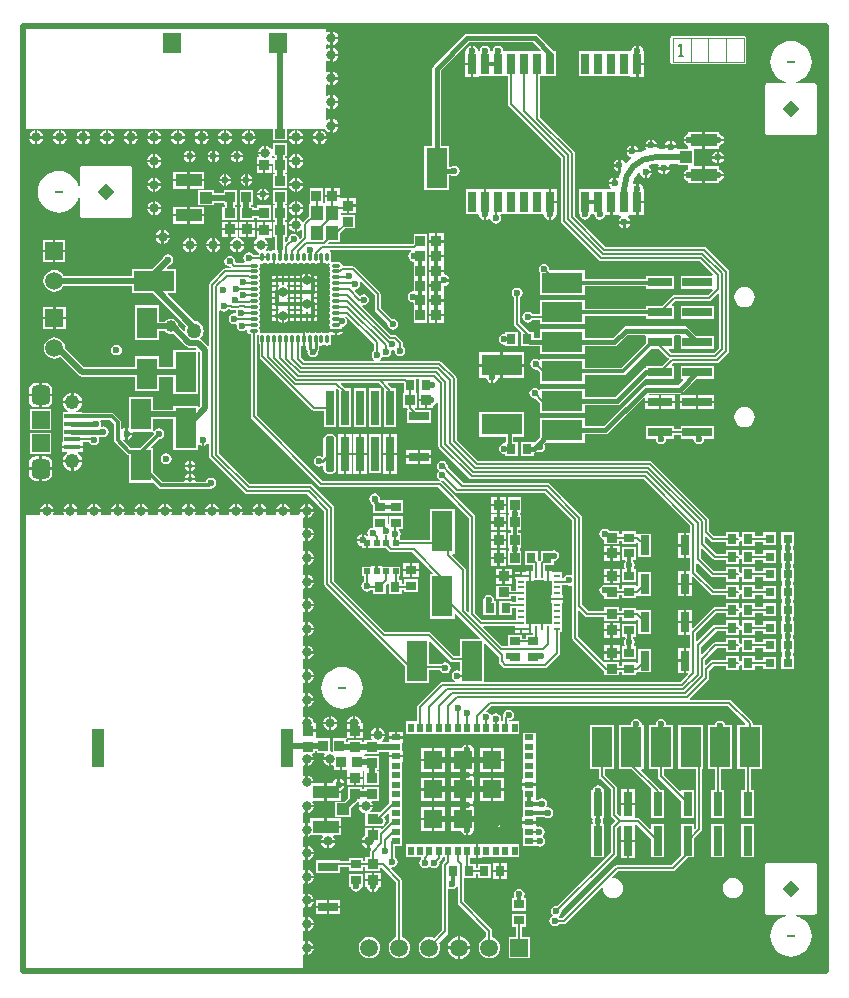
<source format=gtl>
G04 Layer_Physical_Order=1*
G04 Layer_Color=255*
%FSLAX44Y44*%
%MOMM*%
G71*
G01*
G75*
%ADD10C,0.5300*%
%ADD11R,1.0000X1.2000*%
%ADD12R,0.4100X0.4100*%
%ADD13O,0.2800X0.8100*%
%ADD14O,0.8100X0.2800*%
%ADD15R,0.8000X0.5000*%
%ADD16R,0.5000X0.8000*%
%ADD17R,1.6000X1.6000*%
%ADD18R,1.0000X1.0000*%
%ADD19R,0.8000X1.8000*%
%ADD20R,0.2500X0.4000*%
%ADD21R,0.6000X0.2500*%
%ADD22R,0.5000X0.5000*%
%ADD23R,3.4700X1.7800*%
%ADD24R,1.7800X3.4700*%
%ADD25R,0.8000X0.9000*%
%ADD26R,0.9000X0.8000*%
%ADD27R,0.8000X2.5000*%
%ADD28R,0.8000X2.1000*%
%ADD29R,2.5000X0.8000*%
%ADD30R,2.1000X0.8000*%
G04:AMPARAMS|DCode=31|XSize=3mm|YSize=0.76mm|CornerRadius=0.19mm|HoleSize=0mm|Usage=FLASHONLY|Rotation=90.000|XOffset=0mm|YOffset=0mm|HoleType=Round|Shape=RoundedRectangle|*
%AMROUNDEDRECTD31*
21,1,3.0000,0.3800,0,0,90.0*
21,1,2.6200,0.7600,0,0,90.0*
1,1,0.3800,0.1900,1.3100*
1,1,0.3800,0.1900,-1.3100*
1,1,0.3800,-0.1900,-1.3100*
1,1,0.3800,-0.1900,1.3100*
%
%ADD31ROUNDEDRECTD31*%
%ADD32R,0.7600X3.0000*%
%ADD33P,1.4142X4X90.0*%
%ADD34R,0.9500X0.8500*%
%ADD35R,0.8500X0.9500*%
%ADD36R,1.3500X0.4000*%
%ADD37R,1.5500X1.5000*%
%ADD38R,2.2000X1.0500*%
%ADD39R,1.0500X1.0000*%
%ADD40R,1.5000X1.8000*%
%ADD41R,1.0160X3.3020*%
%ADD42R,0.8000X0.8000*%
%ADD43R,1.7500X2.6500*%
%ADD44R,1.7000X0.8000*%
%ADD45R,0.8000X1.7000*%
%ADD46C,0.2000*%
%ADD47C,0.3000*%
%ADD48C,0.1000*%
%ADD49C,0.5000*%
%ADD50C,0.3810*%
%ADD51C,0.1500*%
%ADD52C,0.1320*%
%ADD53C,0.2500*%
%ADD54C,0.5475*%
%ADD55C,1.5000*%
%ADD56R,1.5000X1.5000*%
%ADD57R,1.5000X1.5000*%
G04:AMPARAMS|DCode=58|XSize=1.65mm|YSize=1.55mm|CornerRadius=0.3875mm|HoleSize=0mm|Usage=FLASHONLY|Rotation=90.000|XOffset=0mm|YOffset=0mm|HoleType=Round|Shape=RoundedRectangle|*
%AMROUNDEDRECTD58*
21,1,1.6500,0.7750,0,0,90.0*
21,1,0.8750,1.5500,0,0,90.0*
1,1,0.7750,0.3875,0.4375*
1,1,0.7750,0.3875,-0.4375*
1,1,0.7750,-0.3875,-0.4375*
1,1,0.7750,-0.3875,0.4375*
%
%ADD58ROUNDEDRECTD58*%
%ADD59O,1.2000X1.2500*%
%ADD60O,0.7000X0.2300*%
%ADD61C,0.6000*%
%ADD62C,0.8000*%
%ADD63C,0.5000*%
%ADD64C,1.0000*%
%ADD65C,1.2700*%
G36*
X677961Y2039D02*
X236624D01*
Y13979D01*
X237506Y14451D01*
X237659Y14348D01*
X239000Y14081D01*
Y20000D01*
Y25919D01*
X237659Y25652D01*
X237506Y25549D01*
X236624Y26021D01*
Y33979D01*
X237506Y34451D01*
X237659Y34348D01*
X239000Y34081D01*
Y40000D01*
Y45919D01*
X237659Y45652D01*
X237506Y45549D01*
X236624Y46021D01*
Y53979D01*
X237506Y54451D01*
X237659Y54348D01*
X239000Y54081D01*
Y60000D01*
Y65919D01*
X237659Y65652D01*
X237506Y65549D01*
X236624Y66021D01*
Y73979D01*
X237506Y74451D01*
X237659Y74348D01*
X239000Y74081D01*
Y80000D01*
Y85919D01*
X237659Y85652D01*
X237506Y85549D01*
X236624Y86021D01*
Y93979D01*
X237506Y94451D01*
X237659Y94348D01*
X239000Y94081D01*
Y100000D01*
Y105919D01*
X237659Y105652D01*
X237506Y105549D01*
X236624Y106021D01*
Y113979D01*
X237506Y114451D01*
X237659Y114348D01*
X239000Y114081D01*
Y120000D01*
Y125919D01*
X237659Y125652D01*
X237506Y125549D01*
X236624Y126021D01*
Y133979D01*
X237506Y134451D01*
X237659Y134348D01*
X239000Y134081D01*
Y140000D01*
X240000D01*
Y141000D01*
X245919D01*
X245652Y142341D01*
X244877Y143500D01*
X245412Y144500D01*
X255000D01*
Y151750D01*
Y159000D01*
X240000D01*
Y160000D01*
X239000D01*
Y165919D01*
X237659Y165652D01*
X237506Y165549D01*
X236624Y166021D01*
Y173979D01*
X237506Y174451D01*
X237659Y174348D01*
X239000Y174081D01*
Y180000D01*
X240000D01*
Y181000D01*
X245919D01*
X245652Y182341D01*
X244877Y183500D01*
X245412Y184500D01*
X247250D01*
Y186769D01*
X248500D01*
Y184750D01*
X254755D01*
X255289Y183750D01*
X254348Y182341D01*
X254081Y181000D01*
X260000D01*
Y180000D01*
X261000D01*
Y174081D01*
X262000Y174280D01*
X263000Y173677D01*
Y170250D01*
X268250D01*
Y177000D01*
X270250D01*
Y170250D01*
X273354D01*
X274250Y170000D01*
X274250Y169250D01*
Y164750D01*
X287750D01*
Y169750D01*
X287750Y170000D01*
X287790Y170050D01*
X288023Y170159D01*
X288750Y169395D01*
Y158000D01*
X301250D01*
Y169500D01*
X299321D01*
Y170500D01*
X301250D01*
Y182000D01*
X288750D01*
X288500Y182896D01*
Y183104D01*
X288563Y183328D01*
X289104Y184000D01*
X301250D01*
Y185679D01*
X309500D01*
Y183000D01*
X321500D01*
Y186500D01*
X321000D01*
Y193500D01*
X321500D01*
Y197000D01*
X309500D01*
Y194321D01*
X304100D01*
X303797Y195321D01*
X304326Y195674D01*
X305652Y197659D01*
X305919Y199000D01*
X294081D01*
X294348Y197659D01*
X295123Y196500D01*
X294588Y195500D01*
X288750D01*
Y194321D01*
X287250D01*
Y196000D01*
X274750D01*
Y194321D01*
X273500D01*
Y196286D01*
X273500Y196327D01*
X273500Y196328D01*
X273501Y196334D01*
X273556Y196942D01*
X274159Y197427D01*
X274531Y197500D01*
X275079Y197500D01*
X280000D01*
Y202750D01*
X274250D01*
Y198464D01*
X274250Y198423D01*
X274250Y198422D01*
X274249Y198416D01*
X274194Y197808D01*
X273591Y197323D01*
X273219Y197250D01*
X272672Y197250D01*
X262000D01*
Y186508D01*
X261227Y185874D01*
X260000Y186117D01*
Y197250D01*
X248647D01*
X248422Y197313D01*
X247750Y197854D01*
Y202750D01*
X241000D01*
Y204750D01*
X247750D01*
Y210000D01*
X246117D01*
X245652Y212341D01*
X244326Y214326D01*
X242341Y215652D01*
X241000Y215919D01*
Y210000D01*
X239000D01*
Y215919D01*
X237659Y215652D01*
X237506Y215549D01*
X236624Y216021D01*
Y223979D01*
X237506Y224451D01*
X237659Y224348D01*
X239000Y224081D01*
Y230000D01*
Y235919D01*
X237659Y235652D01*
X237506Y235549D01*
X236624Y236021D01*
Y243979D01*
X237506Y244451D01*
X237659Y244348D01*
X239000Y244081D01*
Y250000D01*
Y255919D01*
X237659Y255652D01*
X237506Y255549D01*
X236624Y256021D01*
Y263979D01*
X237506Y264451D01*
X237659Y264348D01*
X239000Y264081D01*
Y270000D01*
Y275919D01*
X237659Y275652D01*
X237506Y275549D01*
X236624Y276021D01*
Y283979D01*
X237506Y284451D01*
X237659Y284348D01*
X239000Y284081D01*
Y290000D01*
Y295919D01*
X237659Y295652D01*
X237506Y295549D01*
X236624Y296021D01*
Y303979D01*
X237506Y304451D01*
X237659Y304348D01*
X239000Y304081D01*
Y310000D01*
Y315919D01*
X237659Y315652D01*
X237506Y315549D01*
X236624Y316021D01*
Y323979D01*
X237506Y324451D01*
X237659Y324348D01*
X239000Y324081D01*
Y330000D01*
Y335919D01*
X237659Y335652D01*
X237506Y335549D01*
X236624Y336021D01*
Y343979D01*
X237506Y344451D01*
X237659Y344348D01*
X239000Y344081D01*
Y350000D01*
Y355919D01*
X237659Y355652D01*
X237506Y355549D01*
X236624Y356021D01*
Y363979D01*
X237506Y364451D01*
X237659Y364348D01*
X239000Y364081D01*
Y370000D01*
Y375919D01*
X237659Y375652D01*
X237506Y375549D01*
X236624Y376021D01*
Y383837D01*
X237624Y384372D01*
X237659Y384348D01*
X239000Y384081D01*
Y389000D01*
X234081D01*
X234348Y387659D01*
X234372Y387624D01*
X233837Y386624D01*
X226021D01*
X225549Y387505D01*
X225652Y387659D01*
X225919Y389000D01*
X214081D01*
X214348Y387659D01*
X214451Y387505D01*
X213979Y386624D01*
X206021D01*
X205549Y387505D01*
X205652Y387659D01*
X205919Y389000D01*
X194081D01*
X194348Y387659D01*
X194451Y387505D01*
X193979Y386624D01*
X186021D01*
X185549Y387505D01*
X185652Y387659D01*
X185919Y389000D01*
X174081D01*
X174348Y387659D01*
X174451Y387505D01*
X173979Y386624D01*
X166021D01*
X165549Y387505D01*
X165652Y387659D01*
X165919Y389000D01*
X154081D01*
X154348Y387659D01*
X154451Y387505D01*
X153979Y386624D01*
X146021D01*
X145549Y387505D01*
X145652Y387659D01*
X145919Y389000D01*
X134081D01*
X134348Y387659D01*
X134451Y387505D01*
X133979Y386624D01*
X126021D01*
X125549Y387505D01*
X125652Y387659D01*
X125919Y389000D01*
X114081D01*
X114348Y387659D01*
X114451Y387505D01*
X113979Y386624D01*
X106021D01*
X105549Y387505D01*
X105652Y387659D01*
X105919Y389000D01*
X94081D01*
X94348Y387659D01*
X94451Y387505D01*
X93979Y386624D01*
X86021D01*
X85549Y387505D01*
X85652Y387659D01*
X85919Y389000D01*
X74081D01*
X74348Y387659D01*
X74451Y387505D01*
X73979Y386624D01*
X66021D01*
X65549Y387505D01*
X65652Y387659D01*
X65919Y389000D01*
X54081D01*
X54348Y387659D01*
X54451Y387505D01*
X53979Y386624D01*
X46021D01*
X45549Y387505D01*
X45652Y387659D01*
X45919Y389000D01*
X34081D01*
X34348Y387659D01*
X34451Y387505D01*
X33979Y386624D01*
X26021D01*
X25549Y387505D01*
X25652Y387659D01*
X25919Y389000D01*
X14081D01*
X14348Y387659D01*
X14451Y387505D01*
X13979Y386624D01*
X2039D01*
Y713376D01*
X211250D01*
Y703500D01*
X223750D01*
Y713376D01*
X255000D01*
X255421Y713551D01*
X256674Y711674D01*
X258659Y710348D01*
X260000Y710081D01*
Y716000D01*
Y721919D01*
X258659Y721652D01*
X257624Y720960D01*
X256624Y721495D01*
Y730505D01*
X257624Y731040D01*
X258659Y730348D01*
X260000Y730081D01*
Y736000D01*
Y741919D01*
X258659Y741652D01*
X257624Y740960D01*
X256624Y741495D01*
Y750506D01*
X257624Y751040D01*
X258659Y750348D01*
X260000Y750081D01*
Y756000D01*
Y761919D01*
X258659Y761652D01*
X257624Y760960D01*
X256624Y761495D01*
Y770506D01*
X257624Y771040D01*
X258659Y770348D01*
X260000Y770081D01*
Y776000D01*
Y781919D01*
X258659Y781652D01*
X257624Y780960D01*
X256624Y781495D01*
Y784505D01*
X257624Y785040D01*
X258659Y784348D01*
X260000Y784081D01*
Y790000D01*
Y795919D01*
X258659Y795652D01*
X257624Y794960D01*
X256624Y795495D01*
Y797961D01*
X677961D01*
Y2039D01*
D02*
G37*
%LPC*%
G36*
X408750Y386750D02*
X403500D01*
Y381000D01*
X408750D01*
Y386750D01*
D02*
G37*
G36*
Y379000D02*
X403500D01*
Y373250D01*
X408750D01*
Y379000D01*
D02*
G37*
G36*
X401500Y386750D02*
X396250D01*
Y381000D01*
X401500D01*
Y386750D01*
D02*
G37*
G36*
X245919Y389000D02*
X241000D01*
Y384081D01*
X242341Y384348D01*
X244326Y385674D01*
X245652Y387659D01*
X245919Y389000D01*
D02*
G37*
G36*
X19000Y395919D02*
X17659Y395652D01*
X15674Y394326D01*
X14348Y392341D01*
X14081Y391000D01*
X19000D01*
Y395919D01*
D02*
G37*
G36*
X408750Y394000D02*
X403500D01*
Y388250D01*
X408750D01*
Y394000D01*
D02*
G37*
G36*
X401500D02*
X396250D01*
Y388250D01*
X401500D01*
Y394000D01*
D02*
G37*
G36*
X401500Y379000D02*
X396250D01*
Y373250D01*
X401500D01*
Y379000D01*
D02*
G37*
G36*
X559250Y371000D02*
X554250D01*
Y361500D01*
X559250D01*
Y371000D01*
D02*
G37*
G36*
X408750Y364000D02*
X403500D01*
Y358250D01*
X408750D01*
Y364000D01*
D02*
G37*
G36*
X401500D02*
X396250D01*
Y358250D01*
X401500D01*
Y364000D01*
D02*
G37*
G36*
X245919Y369000D02*
X241000D01*
Y364081D01*
X242341Y364348D01*
X244326Y365674D01*
X245652Y367659D01*
X245919Y369000D01*
D02*
G37*
G36*
X241000Y375919D02*
Y371000D01*
X245919D01*
X245652Y372341D01*
X244326Y374326D01*
X242341Y375652D01*
X241000Y375919D01*
D02*
G37*
G36*
X408750Y371750D02*
X403500D01*
Y366000D01*
X408750D01*
Y371750D01*
D02*
G37*
G36*
X401500D02*
X396250D01*
Y366000D01*
X401500D01*
Y371750D01*
D02*
G37*
G36*
X21000Y395919D02*
Y391000D01*
X25919D01*
X25652Y392341D01*
X24326Y394326D01*
X22341Y395652D01*
X21000Y395919D01*
D02*
G37*
G36*
X139000D02*
X137659Y395652D01*
X135674Y394326D01*
X134348Y392341D01*
X134081Y391000D01*
X139000D01*
Y395919D01*
D02*
G37*
G36*
X121000D02*
Y391000D01*
X125919D01*
X125652Y392341D01*
X124326Y394326D01*
X122341Y395652D01*
X121000Y395919D01*
D02*
G37*
G36*
X119000D02*
X117659Y395652D01*
X115674Y394326D01*
X114348Y392341D01*
X114081Y391000D01*
X119000D01*
Y395919D01*
D02*
G37*
G36*
X141000D02*
Y391000D01*
X145919D01*
X145652Y392341D01*
X144326Y394326D01*
X142341Y395652D01*
X141000Y395919D01*
D02*
G37*
G36*
X179000D02*
X177659Y395652D01*
X175674Y394326D01*
X174348Y392341D01*
X174081Y391000D01*
X179000D01*
Y395919D01*
D02*
G37*
G36*
X161000D02*
Y391000D01*
X165919D01*
X165652Y392341D01*
X164326Y394326D01*
X162341Y395652D01*
X161000Y395919D01*
D02*
G37*
G36*
X159000D02*
X157659Y395652D01*
X155674Y394326D01*
X154348Y392341D01*
X154081Y391000D01*
X159000D01*
Y395919D01*
D02*
G37*
G36*
X101000D02*
Y391000D01*
X105919D01*
X105652Y392341D01*
X104326Y394326D01*
X102341Y395652D01*
X101000Y395919D01*
D02*
G37*
G36*
X59000D02*
X57659Y395652D01*
X55674Y394326D01*
X54348Y392341D01*
X54081Y391000D01*
X59000D01*
Y395919D01*
D02*
G37*
G36*
X41000D02*
Y391000D01*
X45919D01*
X45652Y392341D01*
X44326Y394326D01*
X42341Y395652D01*
X41000Y395919D01*
D02*
G37*
G36*
X39000D02*
X37659Y395652D01*
X35674Y394326D01*
X34348Y392341D01*
X34081Y391000D01*
X39000D01*
Y395919D01*
D02*
G37*
G36*
X61000D02*
Y391000D01*
X65919D01*
X65652Y392341D01*
X64326Y394326D01*
X62341Y395652D01*
X61000Y395919D01*
D02*
G37*
G36*
X99000D02*
X97659Y395652D01*
X95674Y394326D01*
X94348Y392341D01*
X94081Y391000D01*
X99000D01*
Y395919D01*
D02*
G37*
G36*
X81000D02*
Y391000D01*
X85919D01*
X85652Y392341D01*
X84326Y394326D01*
X82341Y395652D01*
X81000Y395919D01*
D02*
G37*
G36*
X79000D02*
X77659Y395652D01*
X75674Y394326D01*
X74348Y392341D01*
X74081Y391000D01*
X79000D01*
Y395919D01*
D02*
G37*
G36*
X519250Y359250D02*
X507250D01*
Y348250D01*
X509888D01*
X510014Y347250D01*
X510006Y347244D01*
X509011Y345756D01*
X508662Y344000D01*
X509011Y342244D01*
X509675Y341250D01*
X509141Y340250D01*
X507250D01*
Y329250D01*
X519250D01*
Y340250D01*
X517359D01*
X516825Y341250D01*
X517489Y342244D01*
X517838Y344000D01*
X517489Y345756D01*
X516494Y347244D01*
X516486Y347250D01*
X516612Y348250D01*
X519250D01*
Y359250D01*
D02*
G37*
G36*
X559250Y338500D02*
X554250D01*
Y329000D01*
X559250D01*
Y338500D01*
D02*
G37*
G36*
X505000Y333750D02*
X499250D01*
Y328500D01*
X505000D01*
Y333750D01*
D02*
G37*
G36*
X241000Y335919D02*
Y331000D01*
X245919D01*
X245652Y332341D01*
X244326Y334326D01*
X242341Y335652D01*
X241000Y335919D01*
D02*
G37*
G36*
X497250Y341000D02*
X491500D01*
Y335750D01*
X497250D01*
Y341000D01*
D02*
G37*
G36*
X413500Y340500D02*
X407750D01*
Y335250D01*
X413500D01*
Y340500D01*
D02*
G37*
G36*
X405750D02*
X400000D01*
Y335250D01*
X405750D01*
Y340500D01*
D02*
G37*
G36*
X497250Y333750D02*
X491500D01*
Y328500D01*
X497250D01*
Y333750D01*
D02*
G37*
G36*
X566250Y327000D02*
X561250D01*
Y317500D01*
X566250D01*
Y327000D01*
D02*
G37*
G36*
X559250D02*
X554250D01*
Y317500D01*
X559250D01*
Y327000D01*
D02*
G37*
G36*
X241000Y315919D02*
Y311000D01*
X245919D01*
X245652Y312341D01*
X244326Y314326D01*
X242341Y315652D01*
X241000Y315919D01*
D02*
G37*
G36*
X245919Y329000D02*
X241000D01*
Y324081D01*
X242341Y324348D01*
X244326Y325674D01*
X245652Y327659D01*
X245919Y329000D01*
D02*
G37*
G36*
X413500Y333250D02*
X407750D01*
Y328000D01*
X413500D01*
Y333250D01*
D02*
G37*
G36*
X405750D02*
X400000D01*
Y328000D01*
X405750D01*
Y333250D01*
D02*
G37*
G36*
X531750Y338000D02*
X520750D01*
Y326259D01*
X520218Y325835D01*
X519250Y326264D01*
Y326750D01*
X507250D01*
Y323799D01*
X504500D01*
Y327000D01*
X493000D01*
X492943Y327000D01*
X492500Y327088D01*
X492000Y327000D01*
Y326989D01*
X490744Y326739D01*
X489256Y325744D01*
X488261Y324256D01*
X487912Y322500D01*
X488261Y320744D01*
X489256Y319256D01*
X490744Y318261D01*
X492000Y318011D01*
Y315500D01*
X504500D01*
Y318701D01*
X507250D01*
Y315750D01*
X519250D01*
Y317876D01*
X520250Y318375D01*
X520750Y318000D01*
Y318000D01*
X531750D01*
Y338000D01*
D02*
G37*
G36*
X505000Y341000D02*
X499250D01*
Y335750D01*
X505000D01*
Y341000D01*
D02*
G37*
G36*
X401500Y356750D02*
X396250D01*
Y351000D01*
X401500D01*
Y356750D01*
D02*
G37*
G36*
X492500Y374588D02*
X490744Y374239D01*
X489256Y373244D01*
X488261Y371756D01*
X487912Y370000D01*
X488261Y368244D01*
X489256Y366756D01*
X490744Y365761D01*
X492000Y365511D01*
Y361500D01*
X504500D01*
Y364701D01*
X507250D01*
Y361750D01*
X519250D01*
Y362236D01*
X520218Y362665D01*
X520750Y362241D01*
Y350500D01*
X531750D01*
Y370500D01*
X520750D01*
Y370500D01*
X520250Y370125D01*
X519250Y370624D01*
Y372750D01*
X507250D01*
Y369799D01*
X504500D01*
Y373000D01*
X495908D01*
X495744Y373244D01*
X494256Y374239D01*
X492500Y374588D01*
D02*
G37*
G36*
X559250Y359500D02*
X554250D01*
Y350000D01*
X559250D01*
Y359500D01*
D02*
G37*
G36*
X241000Y355919D02*
Y351000D01*
X245919D01*
X245652Y352341D01*
X244326Y354326D01*
X242341Y355652D01*
X241000Y355919D01*
D02*
G37*
G36*
X505000Y360000D02*
X499250D01*
Y354750D01*
X505000D01*
Y360000D01*
D02*
G37*
G36*
X497250D02*
X491500D01*
Y354750D01*
X497250D01*
Y360000D01*
D02*
G37*
G36*
X408750Y356750D02*
X403500D01*
Y351000D01*
X408750D01*
Y356750D01*
D02*
G37*
G36*
X505000Y352750D02*
X499250D01*
Y347500D01*
X505000D01*
Y352750D01*
D02*
G37*
G36*
X408750Y349000D02*
X403500D01*
Y343250D01*
X408750D01*
Y349000D01*
D02*
G37*
G36*
X401500D02*
X396250D01*
Y343250D01*
X401500D01*
Y349000D01*
D02*
G37*
G36*
X420500Y338250D02*
X416500D01*
Y336000D01*
X420500D01*
Y338250D01*
D02*
G37*
G36*
X421750Y401250D02*
X410250D01*
Y388750D01*
X410872D01*
X411507Y387977D01*
X411412Y387500D01*
X411507Y387023D01*
X410872Y386250D01*
X410250D01*
Y373750D01*
X412941D01*
Y371250D01*
X410250D01*
Y358750D01*
X410872D01*
X411507Y357977D01*
X411412Y357500D01*
X411507Y357023D01*
X410872Y356250D01*
X410250D01*
Y343750D01*
X421750D01*
Y356250D01*
X421128D01*
X420493Y357023D01*
X420588Y357500D01*
X420493Y357977D01*
X421128Y358750D01*
X421750D01*
Y371250D01*
X419059D01*
Y373750D01*
X421750D01*
Y386250D01*
X421128D01*
X420493Y387023D01*
X420588Y387500D01*
X420493Y387977D01*
X421128Y388750D01*
X421750D01*
Y401250D01*
D02*
G37*
G36*
X497250Y352750D02*
X491500D01*
Y347500D01*
X497250D01*
Y352750D01*
D02*
G37*
G36*
X449000Y356588D02*
X447244Y356239D01*
X446887Y356000D01*
X438000D01*
Y348105D01*
X437448Y347552D01*
X437351Y347408D01*
X437188Y347336D01*
X436149Y347408D01*
X436052Y347552D01*
X435500Y348105D01*
Y356000D01*
X424500D01*
Y344000D01*
X431701D01*
Y338750D01*
X430250D01*
Y334750D01*
Y330750D01*
X432500D01*
Y331250D01*
X441000D01*
Y330750D01*
X443250D01*
Y334750D01*
Y338750D01*
X441799D01*
Y344000D01*
X449000D01*
Y347412D01*
X449000Y347412D01*
X450756Y347761D01*
X452244Y348756D01*
X453239Y350244D01*
X453588Y352000D01*
X453239Y353756D01*
X452244Y355244D01*
X450756Y356239D01*
X449000Y356588D01*
D02*
G37*
G36*
X245919Y349000D02*
X241000D01*
Y344081D01*
X242341Y344348D01*
X244326Y345674D01*
X245652Y347659D01*
X245919Y349000D01*
D02*
G37*
G36*
X181000Y395919D02*
Y391000D01*
X185919D01*
X185652Y392341D01*
X184326Y394326D01*
X182341Y395652D01*
X181000Y395919D01*
D02*
G37*
G36*
X316200Y455000D02*
X311400D01*
Y439000D01*
X316200D01*
Y455000D01*
D02*
G37*
G36*
X290800D02*
X286000D01*
Y439000D01*
X290800D01*
Y455000D01*
D02*
G37*
G36*
X278100D02*
X273300D01*
Y439000D01*
X278100D01*
Y455000D01*
D02*
G37*
G36*
X92399Y454000D02*
X88500D01*
Y450101D01*
X89451Y450290D01*
X91105Y451395D01*
X92210Y453049D01*
X92399Y454000D01*
D02*
G37*
G36*
X290300Y493500D02*
X279700D01*
Y460500D01*
X290300D01*
Y493500D01*
D02*
G37*
G36*
X584600Y462000D02*
X556600D01*
Y459049D01*
X551300D01*
Y462000D01*
X527300D01*
Y451000D01*
X535412D01*
X535761Y449244D01*
X536756Y447756D01*
X538244Y446761D01*
X540000Y446412D01*
X541756Y446761D01*
X543244Y447756D01*
X544239Y449244D01*
X544588Y451000D01*
X551300D01*
Y453951D01*
X556600D01*
Y451000D01*
X567412D01*
X567761Y449244D01*
X568756Y447756D01*
X570244Y446761D01*
X572000Y446412D01*
X573756Y446761D01*
X575244Y447756D01*
X576239Y449244D01*
X576588Y451000D01*
X584600D01*
Y462000D01*
D02*
G37*
G36*
X23910Y475860D02*
X5410D01*
Y457860D01*
X23910D01*
Y475860D01*
D02*
G37*
G36*
X284000Y455000D02*
X279200D01*
Y439000D01*
X284000D01*
Y455000D01*
D02*
G37*
G36*
X334000Y441750D02*
X324500D01*
Y436750D01*
X334000D01*
Y441750D01*
D02*
G37*
G36*
X423850Y473400D02*
X386150D01*
Y452600D01*
X408941D01*
Y448500D01*
X407750D01*
Y447293D01*
X407500Y447088D01*
X405744Y446739D01*
X404256Y445744D01*
X403261Y444256D01*
X402912Y442500D01*
X403261Y440744D01*
X404256Y439256D01*
X405744Y438261D01*
X407500Y437912D01*
X407750Y437707D01*
Y436500D01*
X418750D01*
Y448500D01*
X415059D01*
Y452600D01*
X423850D01*
Y473400D01*
D02*
G37*
G36*
X261500Y454567D02*
X257700D01*
X256373Y454303D01*
X255249Y453551D01*
X254497Y452427D01*
X254233Y451100D01*
Y436599D01*
X253184Y435549D01*
X252517Y435995D01*
X250761Y436344D01*
X249005Y435995D01*
X247517Y435000D01*
X246522Y433512D01*
X246173Y431756D01*
X246522Y430000D01*
X247517Y428512D01*
X249005Y427517D01*
X250761Y427168D01*
X252517Y427517D01*
X253233Y427996D01*
X254233Y427461D01*
Y424900D01*
X254497Y423573D01*
X255249Y422449D01*
X256373Y421697D01*
X257700Y421433D01*
X261500D01*
X262827Y421697D01*
X263951Y422449D01*
X264703Y423573D01*
X264967Y424900D01*
Y451100D01*
X264703Y452427D01*
X263951Y453551D01*
X262827Y454303D01*
X261500Y454567D01*
D02*
G37*
G36*
X345500Y441750D02*
X336000D01*
Y436750D01*
X345500D01*
Y441750D01*
D02*
G37*
G36*
X309400Y455000D02*
X304600D01*
Y439000D01*
X309400D01*
Y455000D01*
D02*
G37*
G36*
X271300D02*
X266500D01*
Y439000D01*
X271300D01*
Y455000D01*
D02*
G37*
G36*
X23910Y455860D02*
X5410D01*
Y437860D01*
X23910D01*
Y455860D01*
D02*
G37*
G36*
X303000Y493500D02*
X292400D01*
Y460500D01*
X303000D01*
Y493500D01*
D02*
G37*
G36*
X569600Y487900D02*
X556100D01*
Y482900D01*
X569600D01*
Y487900D01*
D02*
G37*
G36*
X42660Y490047D02*
Y482860D01*
X49630D01*
X49454Y484198D01*
X48648Y486144D01*
X47366Y487816D01*
X45694Y489098D01*
X43748Y489904D01*
X42660Y490047D01*
D02*
G37*
G36*
X40660Y490047D02*
X39572Y489904D01*
X37626Y489098D01*
X35954Y487816D01*
X34672Y486144D01*
X33866Y484198D01*
X33690Y482860D01*
X40660D01*
Y490047D01*
D02*
G37*
G36*
X585100Y487900D02*
X571600D01*
Y482900D01*
X585100D01*
Y487900D01*
D02*
G37*
G36*
X13660Y498425D02*
X10785D01*
X8493Y497969D01*
X6549Y496671D01*
X5251Y494727D01*
X4795Y492435D01*
Y489060D01*
X13660D01*
Y498425D01*
D02*
G37*
G36*
X551800Y487900D02*
X540300D01*
Y482900D01*
X551800D01*
Y487900D01*
D02*
G37*
G36*
X584600Y512800D02*
X556600D01*
Y501800D01*
X558884D01*
X559266Y500876D01*
X554362Y495972D01*
X527500D01*
X526171Y495707D01*
X525045Y494955D01*
X491562Y461472D01*
X475350D01*
Y468400D01*
X437650D01*
Y452560D01*
X433174Y448084D01*
X432250Y448466D01*
Y448500D01*
X421250D01*
Y436500D01*
X432250D01*
Y439028D01*
X432500D01*
X433829Y439293D01*
X434955Y440045D01*
X435101Y440191D01*
X435744Y439761D01*
X437500Y439412D01*
X439256Y439761D01*
X440744Y440756D01*
X441739Y442244D01*
X442088Y444000D01*
X441739Y445756D01*
X441309Y446399D01*
X442510Y447600D01*
X475350D01*
Y454528D01*
X493000D01*
X494328Y454793D01*
X495455Y455545D01*
X525876Y485966D01*
X526800Y485584D01*
Y482900D01*
X538300D01*
Y487900D01*
X530180D01*
X529646Y488900D01*
X529731Y489028D01*
X555800D01*
X557129Y489293D01*
X558255Y490045D01*
X570010Y501800D01*
X584600D01*
Y512800D01*
D02*
G37*
G36*
X24525Y487060D02*
X15660D01*
Y477695D01*
X18535D01*
X20827Y478151D01*
X22771Y479449D01*
X24069Y481393D01*
X24525Y483685D01*
Y487060D01*
D02*
G37*
G36*
X551800Y480900D02*
X540300D01*
Y475900D01*
X551800D01*
Y480900D01*
D02*
G37*
G36*
X538300D02*
X526800D01*
Y475900D01*
X538300D01*
Y480900D01*
D02*
G37*
G36*
X610700Y477773D02*
X608481Y477481D01*
X606413Y476625D01*
X604638Y475262D01*
X603275Y473487D01*
X602419Y471419D01*
X602127Y469200D01*
X602419Y466981D01*
X603275Y464913D01*
X604638Y463138D01*
X606413Y461775D01*
X608481Y460919D01*
X610700Y460627D01*
X612919Y460919D01*
X614987Y461775D01*
X616762Y463138D01*
X618125Y464913D01*
X618981Y466981D01*
X619273Y469200D01*
X618981Y471419D01*
X618125Y473487D01*
X616762Y475262D01*
X614987Y476625D01*
X612919Y477481D01*
X610700Y477773D01*
D02*
G37*
G36*
X569600Y480900D02*
X556100D01*
Y475900D01*
X569600D01*
Y480900D01*
D02*
G37*
G36*
X13660Y487060D02*
X4795D01*
Y483685D01*
X5251Y481393D01*
X6549Y479449D01*
X8493Y478151D01*
X10785Y477695D01*
X13660D01*
Y487060D01*
D02*
G37*
G36*
X340000Y482500D02*
X334750D01*
Y476750D01*
X340000D01*
Y482500D01*
D02*
G37*
G36*
X585100Y480900D02*
X571600D01*
Y475900D01*
X585100D01*
Y480900D01*
D02*
G37*
G36*
X140250Y421389D02*
X139494Y421239D01*
X138006Y420244D01*
X137011Y418756D01*
X136861Y418000D01*
X140250D01*
Y421389D01*
D02*
G37*
G36*
X24525Y424660D02*
X15660D01*
Y415295D01*
X18535D01*
X20827Y415751D01*
X22771Y417049D01*
X24069Y418993D01*
X24525Y421285D01*
Y424660D01*
D02*
G37*
G36*
X13660D02*
X4795D01*
Y421285D01*
X5251Y418993D01*
X6549Y417049D01*
X8493Y415751D01*
X10785Y415295D01*
X13660D01*
Y424660D01*
D02*
G37*
G36*
X142250Y421389D02*
Y418000D01*
X145639D01*
X145489Y418756D01*
X144494Y420244D01*
X143006Y421239D01*
X142250Y421389D01*
D02*
G37*
G36*
X284000Y437000D02*
X279200D01*
Y421000D01*
X284000D01*
Y437000D01*
D02*
G37*
G36*
X278100D02*
X273300D01*
Y421000D01*
X278100D01*
Y437000D01*
D02*
G37*
G36*
X271300D02*
X266500D01*
Y421000D01*
X271300D01*
Y437000D01*
D02*
G37*
G36*
X408750Y401750D02*
X403500D01*
Y396000D01*
X408750D01*
Y401750D01*
D02*
G37*
G36*
X219000Y395919D02*
X217659Y395652D01*
X215674Y394326D01*
X214348Y392341D01*
X214081Y391000D01*
X219000D01*
Y395919D01*
D02*
G37*
G36*
X201000D02*
Y391000D01*
X205919D01*
X205652Y392341D01*
X204326Y394326D01*
X202341Y395652D01*
X201000Y395919D01*
D02*
G37*
G36*
X199000D02*
X197659Y395652D01*
X195674Y394326D01*
X194348Y392341D01*
X194081Y391000D01*
X199000D01*
Y395919D01*
D02*
G37*
G36*
X221000D02*
Y391000D01*
X225919D01*
X225652Y392341D01*
X224326Y394326D01*
X222341Y395652D01*
X221000Y395919D01*
D02*
G37*
G36*
X401500Y401750D02*
X396250D01*
Y396000D01*
X401500D01*
Y401750D01*
D02*
G37*
G36*
X241000Y395919D02*
Y391000D01*
X245919D01*
X245652Y392341D01*
X244326Y394326D01*
X242341Y395652D01*
X241000Y395919D01*
D02*
G37*
G36*
X239000D02*
X237659Y395652D01*
X235674Y394326D01*
X234348Y392341D01*
X234081Y391000D01*
X239000D01*
Y395919D01*
D02*
G37*
G36*
X290800Y437000D02*
X286000D01*
Y421000D01*
X290800D01*
Y437000D01*
D02*
G37*
G36*
X142250Y432389D02*
Y429000D01*
X145639D01*
X145489Y429756D01*
X144494Y431244D01*
X143006Y432239D01*
X142250Y432389D01*
D02*
G37*
G36*
X140250D02*
X139494Y432239D01*
X138006Y431244D01*
X137011Y429756D01*
X136861Y429000D01*
X140250D01*
Y432389D01*
D02*
G37*
G36*
X18535Y436025D02*
X15660D01*
Y426660D01*
X24525D01*
Y430035D01*
X24069Y432327D01*
X22771Y434271D01*
X20827Y435569D01*
X18535Y436025D01*
D02*
G37*
G36*
X121000Y438588D02*
X119244Y438239D01*
X117756Y437244D01*
X116761Y435756D01*
X116412Y434000D01*
X116761Y432244D01*
X117756Y430756D01*
X119244Y429761D01*
X121000Y429412D01*
X122756Y429761D01*
X124244Y430756D01*
X125239Y432244D01*
X125588Y434000D01*
X125239Y435756D01*
X124244Y437244D01*
X122756Y438239D01*
X121000Y438588D01*
D02*
G37*
G36*
X50410Y442860D02*
X41660D01*
X32910D01*
Y439860D01*
X36976D01*
X37315Y438860D01*
X35954Y437816D01*
X34672Y436144D01*
X33866Y434198D01*
X33690Y432860D01*
X41660D01*
X49630D01*
X49454Y434198D01*
X48648Y436144D01*
X47366Y437816D01*
X46005Y438860D01*
X46344Y439860D01*
X50410D01*
Y442860D01*
D02*
G37*
G36*
X345500Y434750D02*
X336000D01*
Y429750D01*
X345500D01*
Y434750D01*
D02*
G37*
G36*
X334000D02*
X324500D01*
Y429750D01*
X334000D01*
Y434750D01*
D02*
G37*
G36*
X13660Y436025D02*
X10785D01*
X8493Y435569D01*
X6549Y434271D01*
X5251Y432327D01*
X4795Y430035D01*
Y426660D01*
X13660D01*
Y436025D01*
D02*
G37*
G36*
X303000Y454500D02*
X292400D01*
Y421500D01*
X303000D01*
Y454500D01*
D02*
G37*
G36*
X316200Y437000D02*
X311400D01*
Y421000D01*
X316200D01*
Y437000D01*
D02*
G37*
G36*
X309400D02*
X304600D01*
Y421000D01*
X309400D01*
Y437000D01*
D02*
G37*
G36*
X140250Y427000D02*
X136861D01*
X137011Y426244D01*
X138006Y424756D01*
X139494Y423761D01*
X140250Y423611D01*
Y427000D01*
D02*
G37*
G36*
X40660Y430860D02*
X33690D01*
X33866Y429522D01*
X34672Y427575D01*
X35954Y425904D01*
X37626Y424622D01*
X39572Y423816D01*
X40660Y423673D01*
Y430860D01*
D02*
G37*
G36*
X49630D02*
X42660D01*
Y423673D01*
X43748Y423816D01*
X45694Y424622D01*
X47366Y425904D01*
X48648Y427575D01*
X49454Y429522D01*
X49630Y430860D01*
D02*
G37*
G36*
X145639Y427000D02*
X142250D01*
Y423611D01*
X143006Y423761D01*
X144494Y424756D01*
X145489Y426244D01*
X145639Y427000D01*
D02*
G37*
G36*
X245919Y309000D02*
X241000D01*
Y304081D01*
X242341Y304348D01*
X244326Y305674D01*
X245652Y307659D01*
X245919Y309000D01*
D02*
G37*
G36*
X383000Y108000D02*
X379500D01*
Y107500D01*
X364000D01*
Y107500D01*
X364000D01*
Y107500D01*
X357000D01*
X356000Y107500D01*
X355000Y107500D01*
X340000D01*
Y107500D01*
X340000D01*
Y107500D01*
X324000D01*
Y96500D01*
X336835D01*
X337138Y95500D01*
X336755Y95244D01*
X335760Y93756D01*
X335411Y92000D01*
X335760Y90244D01*
X336755Y88756D01*
X338243Y87761D01*
X339999Y87412D01*
X341755Y87761D01*
X343244Y88756D01*
X343500Y89139D01*
X344500D01*
X344756Y88756D01*
X346244Y87761D01*
X348000Y87412D01*
X349756Y87761D01*
X351244Y88756D01*
X352239Y90244D01*
X352588Y92000D01*
X352425Y92820D01*
X353802Y94198D01*
X354355Y95024D01*
X354549Y96000D01*
X355049Y96500D01*
X356000Y96500D01*
X356744Y96500D01*
X357451Y95793D01*
Y93841D01*
X355698Y92088D01*
X355145Y91261D01*
X354951Y90286D01*
Y34756D01*
X348139Y27944D01*
X346149Y28768D01*
X343800Y29078D01*
X341451Y28768D01*
X339261Y27861D01*
X337381Y26419D01*
X335938Y24539D01*
X335032Y22350D01*
X334722Y20000D01*
X335032Y17651D01*
X335938Y15461D01*
X337381Y13581D01*
X339261Y12139D01*
X341451Y11232D01*
X343800Y10922D01*
X346149Y11232D01*
X348339Y12139D01*
X350219Y13581D01*
X351661Y15461D01*
X352568Y17651D01*
X352878Y20000D01*
X352568Y22350D01*
X351744Y24339D01*
X359302Y31898D01*
X359855Y32725D01*
X360049Y33700D01*
Y69499D01*
X360931Y69970D01*
X361244Y69761D01*
X363000Y69412D01*
X364756Y69761D01*
X366244Y70756D01*
X367201Y72188D01*
X367275Y72199D01*
X368201Y71723D01*
Y58250D01*
X368395Y57274D01*
X368948Y56448D01*
X392051Y33344D01*
Y28686D01*
X390061Y27861D01*
X388181Y26419D01*
X386739Y24539D01*
X385832Y22350D01*
X385522Y20000D01*
X385832Y17651D01*
X386739Y15461D01*
X388181Y13581D01*
X390061Y12139D01*
X392251Y11232D01*
X394600Y10922D01*
X396950Y11232D01*
X399139Y12139D01*
X401019Y13581D01*
X402462Y15461D01*
X403368Y17651D01*
X403678Y20000D01*
X403368Y22350D01*
X402462Y24539D01*
X401019Y26419D01*
X399139Y27861D01*
X397149Y28686D01*
Y34400D01*
X396955Y35375D01*
X396402Y36202D01*
X373299Y59306D01*
Y79000D01*
X383250D01*
Y82451D01*
X384750D01*
Y79000D01*
X395750D01*
Y91000D01*
X384750D01*
Y87549D01*
X383250D01*
Y91000D01*
X378549D01*
Y95882D01*
X379500Y96000D01*
Y96000D01*
X383000D01*
Y102000D01*
Y108000D01*
D02*
G37*
G36*
X434500Y125000D02*
X428500D01*
X422500D01*
Y121500D01*
X423000D01*
Y114000D01*
Y106000D01*
X434000D01*
X434000Y106000D01*
Y106000D01*
X435000Y106258D01*
X435744Y105761D01*
X437500Y105412D01*
X439256Y105761D01*
X440744Y106756D01*
X441739Y108244D01*
X442088Y110000D01*
X441739Y111756D01*
X440744Y113244D01*
X440112Y113667D01*
Y114531D01*
X440256Y114773D01*
X441239Y116244D01*
X441588Y118000D01*
X441239Y119756D01*
X440244Y121244D01*
X438756Y122239D01*
X437000Y122588D01*
X435500Y122290D01*
X434500Y122853D01*
Y125000D01*
D02*
G37*
G36*
X291500Y109000D02*
X286581D01*
X286848Y107659D01*
X288174Y105674D01*
X290159Y104348D01*
X291500Y104081D01*
Y109000D01*
D02*
G37*
G36*
X382000Y128000D02*
X372000D01*
X362000D01*
Y119000D01*
X371101D01*
X371290Y118049D01*
X372395Y116395D01*
X374049Y115290D01*
X375000Y115101D01*
Y120000D01*
X377000D01*
Y115101D01*
X377951Y115290D01*
X379605Y116395D01*
X380710Y118049D01*
X380899Y119000D01*
X382000D01*
Y128000D01*
D02*
G37*
G36*
X404000Y125000D02*
X401000Y122000D01*
X404000D01*
Y125000D01*
D02*
G37*
G36*
X357000Y128000D02*
X348000D01*
Y119000D01*
X357000D01*
Y128000D01*
D02*
G37*
G36*
X346000D02*
X337000D01*
Y119000D01*
X346000D01*
Y128000D01*
D02*
G37*
G36*
X263919Y109000D02*
X259000D01*
Y104081D01*
X260341Y104348D01*
X262326Y105674D01*
X263652Y107659D01*
X263919Y109000D01*
D02*
G37*
G36*
X593600Y124400D02*
X582600D01*
Y96400D01*
X593600D01*
Y124400D01*
D02*
G37*
G36*
X575400Y208850D02*
X554600D01*
Y171150D01*
X569951D01*
Y121256D01*
X569124Y120428D01*
X568200Y120811D01*
Y124400D01*
X557200D01*
Y98305D01*
X548944Y90049D01*
X502500D01*
X501525Y89855D01*
X500698Y89302D01*
X456444Y45049D01*
X453764D01*
X453354Y45580D01*
X453244Y45744D01*
X453209Y45768D01*
X453166Y45824D01*
X453389Y46850D01*
X454744Y47756D01*
X455739Y49244D01*
X456088Y51000D01*
X455925Y51820D01*
X501802Y97698D01*
X502355Y98525D01*
X502549Y99500D01*
Y121444D01*
X504976Y123871D01*
X505900Y123489D01*
Y111400D01*
X511900D01*
X517900D01*
Y124900D01*
X518879Y124951D01*
X519144D01*
X531800Y112295D01*
Y96400D01*
X542800D01*
Y124400D01*
X531800D01*
Y120811D01*
X530876Y120428D01*
X522002Y129302D01*
X521175Y129855D01*
X520200Y130049D01*
X517900D01*
Y140699D01*
X511900D01*
X505900D01*
Y131511D01*
X504976Y131129D01*
X502549Y133556D01*
Y155000D01*
X502355Y155975D01*
X501802Y156802D01*
X492549Y166056D01*
Y171150D01*
X500400D01*
Y208850D01*
X479600D01*
Y171150D01*
X487451D01*
Y165000D01*
X487645Y164025D01*
X488198Y163198D01*
X497451Y153944D01*
Y132500D01*
X497645Y131525D01*
X498198Y130698D01*
X501395Y127500D01*
X498198Y124302D01*
X497645Y123475D01*
X497451Y122500D01*
Y100556D01*
X492791Y95896D01*
X492000Y96519D01*
X492000Y97350D01*
Y124400D01*
X491229D01*
X490770Y125400D01*
X491088Y127000D01*
X490750Y128700D01*
X490746Y128875D01*
X491259Y129700D01*
X492000D01*
Y153700D01*
X491449D01*
X491239Y154756D01*
X490244Y156244D01*
X488756Y157239D01*
X487000Y157588D01*
X485244Y157239D01*
X483756Y156244D01*
X482761Y154756D01*
X482551Y153700D01*
X481000D01*
Y129700D01*
X481741D01*
X482253Y128875D01*
X482250Y128700D01*
X481912Y127000D01*
X482230Y125400D01*
X481771Y124400D01*
X481000D01*
Y96400D01*
X491007D01*
X491881Y96400D01*
X492504Y95608D01*
X452320Y55425D01*
X451500Y55588D01*
X449744Y55239D01*
X448256Y54244D01*
X447261Y52756D01*
X446912Y51000D01*
X447261Y49244D01*
X448256Y47756D01*
X448339Y47700D01*
X448111Y46650D01*
X446756Y45744D01*
X445761Y44256D01*
X445412Y42500D01*
X445761Y40744D01*
X446756Y39256D01*
X448244Y38261D01*
X450000Y37912D01*
X451756Y38261D01*
X453244Y39256D01*
X453709Y39951D01*
X457500D01*
X458475Y40145D01*
X459302Y40698D01*
X489788Y71183D01*
X490685Y70741D01*
X490627Y70300D01*
X490919Y68081D01*
X491775Y66013D01*
X493138Y64237D01*
X494913Y62875D01*
X496981Y62018D01*
X499200Y61726D01*
X501419Y62018D01*
X503487Y62875D01*
X505262Y64237D01*
X506625Y66013D01*
X507481Y68081D01*
X507773Y70300D01*
X507481Y72519D01*
X506625Y74586D01*
X505262Y76362D01*
X503487Y77724D01*
X501419Y78581D01*
X499200Y78873D01*
X498759Y78815D01*
X498317Y79712D01*
X503556Y84951D01*
X550000D01*
X550975Y85145D01*
X551802Y85698D01*
X562504Y96400D01*
X568200D01*
Y112295D01*
X574302Y118397D01*
X574855Y119224D01*
X575049Y120200D01*
Y171150D01*
X575400D01*
Y208850D01*
D02*
G37*
G36*
X517900Y109400D02*
X512900D01*
Y95900D01*
X517900D01*
Y109400D01*
D02*
G37*
G36*
X619000Y124400D02*
X608000D01*
Y96400D01*
X619000D01*
Y124400D01*
D02*
G37*
G36*
X257000Y109000D02*
X252081D01*
X252348Y107659D01*
X253674Y105674D01*
X255659Y104348D01*
X257000Y104081D01*
Y109000D01*
D02*
G37*
G36*
X241000Y105919D02*
Y101000D01*
X245919D01*
X245652Y102341D01*
X244326Y104326D01*
X242341Y105652D01*
X241000Y105919D01*
D02*
G37*
G36*
X388500Y108000D02*
X385000D01*
Y102000D01*
Y96000D01*
X388500D01*
Y96500D01*
X403000D01*
X404000Y96500D01*
X405000Y96500D01*
X420000D01*
Y107500D01*
X405000D01*
X404000Y107500D01*
X403000Y107500D01*
X388500D01*
Y108000D01*
D02*
G37*
G36*
X269000Y129500D02*
X257000D01*
Y123250D01*
X269000D01*
Y129500D01*
D02*
G37*
G36*
X382000Y153000D02*
X372000D01*
X362000D01*
Y144000D01*
X370930D01*
X371402Y143118D01*
X371290Y142951D01*
X371101Y142000D01*
X380899D01*
X380710Y142951D01*
X380598Y143118D01*
X381070Y144000D01*
X382000D01*
Y153000D01*
D02*
G37*
G36*
X321500Y181000D02*
X309500D01*
Y177500D01*
X310000D01*
Y171000D01*
X310000Y170000D01*
X310000Y169000D01*
X310000Y162000D01*
X310000Y161000D01*
Y154000D01*
Y147000D01*
X310000Y146000D01*
X310000Y145000D01*
Y142140D01*
X302959Y135100D01*
X302250Y134500D01*
Y134500D01*
X302250Y134500D01*
X294291D01*
X294001Y135457D01*
X294326Y135674D01*
X295652Y137659D01*
X295919Y139000D01*
X284081D01*
X284348Y137659D01*
X285674Y135674D01*
X287659Y134348D01*
X289750Y133932D01*
Y123000D01*
X302057D01*
X302500Y122912D01*
X304256Y123261D01*
X305744Y124256D01*
X306739Y125744D01*
X307088Y127500D01*
X306739Y129256D01*
X305772Y130703D01*
X309076Y134007D01*
X310000Y133624D01*
Y126605D01*
X303674Y120279D01*
X302750Y120661D01*
Y121500D01*
X297000D01*
Y115250D01*
X295000D01*
Y121500D01*
X289250D01*
Y115045D01*
X288174Y114326D01*
X286848Y112341D01*
X286581Y111000D01*
X292500D01*
Y110000D01*
X293500D01*
Y104081D01*
X294202Y104221D01*
X294695Y103299D01*
X294198Y102802D01*
X293645Y101975D01*
X293451Y101000D01*
Y96500D01*
X289750D01*
Y93299D01*
X288000D01*
Y96250D01*
X276000D01*
Y93549D01*
X268000D01*
Y94000D01*
X248000D01*
Y83000D01*
X268000D01*
Y88451D01*
X276000D01*
Y85250D01*
X288000D01*
Y88201D01*
X289750D01*
Y85000D01*
X302250D01*
Y88066D01*
X303250Y88145D01*
X315851Y75544D01*
Y28686D01*
X313861Y27861D01*
X311981Y26419D01*
X310539Y24539D01*
X309632Y22350D01*
X309322Y20000D01*
X309632Y17651D01*
X310539Y15461D01*
X311981Y13581D01*
X313861Y12139D01*
X316050Y11232D01*
X318400Y10922D01*
X320750Y11232D01*
X322939Y12139D01*
X324819Y13581D01*
X326261Y15461D01*
X327168Y17651D01*
X327478Y20000D01*
X327168Y22350D01*
X326261Y24539D01*
X324819Y26419D01*
X322939Y27861D01*
X320949Y28686D01*
Y76600D01*
X320755Y77575D01*
X320202Y78402D01*
X311517Y87088D01*
X312010Y88009D01*
X312500Y87912D01*
X314256Y88261D01*
X315744Y89256D01*
X316739Y90744D01*
X317088Y92500D01*
X316739Y94256D01*
X315744Y95744D01*
X315049Y96209D01*
Y106000D01*
X321000D01*
Y114000D01*
Y122000D01*
X321000D01*
X321000Y123000D01*
Y130000D01*
Y138000D01*
X321000D01*
Y138000D01*
X321000D01*
Y145000D01*
X321000Y146000D01*
X321000Y147000D01*
Y154000D01*
Y161000D01*
X321000Y162000D01*
X321000Y163000D01*
Y169000D01*
X321000Y170000D01*
X321000Y171000D01*
Y177500D01*
X321500D01*
Y181000D01*
D02*
G37*
G36*
X245919Y139000D02*
X241000D01*
Y134081D01*
X242341Y134348D01*
X244326Y135674D01*
X245652Y137659D01*
X245919Y139000D01*
D02*
G37*
G36*
X510900Y154200D02*
X505900D01*
Y142699D01*
X510900D01*
Y154200D01*
D02*
G37*
G36*
X357000Y153000D02*
X348000D01*
Y144000D01*
X357000D01*
Y153000D01*
D02*
G37*
G36*
X346000D02*
X337000D01*
Y144000D01*
X346000D01*
Y153000D01*
D02*
G37*
G36*
X517900Y154200D02*
X512900D01*
Y142699D01*
X517900D01*
Y154200D01*
D02*
G37*
G36*
X357000Y139000D02*
X348000D01*
Y130000D01*
X357000D01*
Y139000D01*
D02*
G37*
G36*
X519000Y213588D02*
X517244Y213239D01*
X515756Y212244D01*
X514761Y210756D01*
X514412Y209000D01*
X514289Y208850D01*
X504600D01*
Y171150D01*
X515245D01*
X531745Y154650D01*
X531800Y153700D01*
X531800D01*
X531800Y153700D01*
Y129700D01*
X542800D01*
Y153700D01*
X539639D01*
X539102Y154502D01*
X523379Y170226D01*
X523761Y171150D01*
X525400D01*
Y208850D01*
X523711D01*
X523588Y209000D01*
X523239Y210756D01*
X522244Y212244D01*
X520756Y213239D01*
X519000Y213588D01*
D02*
G37*
G36*
X434500Y157000D02*
X428500D01*
X422500D01*
Y153500D01*
X423000D01*
Y147000D01*
X423000Y146000D01*
X423000D01*
Y146000D01*
X423000D01*
Y139000D01*
X423000Y138000D01*
X423000Y137000D01*
Y130500D01*
X422500D01*
Y127000D01*
X428500D01*
X434500D01*
Y130500D01*
X435317Y130941D01*
X441102D01*
X442494Y130011D01*
X444250Y129662D01*
X446006Y130011D01*
X447494Y131006D01*
X448489Y132494D01*
X448838Y134250D01*
X448489Y136006D01*
X447494Y137494D01*
X446006Y138489D01*
X444250Y138838D01*
X443387Y138667D01*
X442786Y139567D01*
X443239Y140244D01*
X443588Y142000D01*
X443239Y143756D01*
X442244Y145244D01*
X440756Y146239D01*
X439000Y146588D01*
X437244Y146239D01*
X435756Y145244D01*
X435632Y145059D01*
X434142D01*
X434000Y146000D01*
X434000D01*
Y153500D01*
X434500D01*
Y157000D01*
D02*
G37*
G36*
X255000Y129500D02*
X243000D01*
Y126323D01*
X242000Y125720D01*
X241000Y125919D01*
Y120000D01*
Y114081D01*
X242341Y114348D01*
X243317Y115000D01*
X253020D01*
X253457Y114000D01*
X252348Y112341D01*
X252081Y111000D01*
X263919D01*
X263652Y112341D01*
X262543Y114000D01*
X262980Y115000D01*
X269000D01*
Y121250D01*
X256000D01*
Y122250D01*
X255000D01*
Y129500D01*
D02*
G37*
G36*
X540000Y213588D02*
X538244Y213239D01*
X536756Y212244D01*
X535761Y210756D01*
X535412Y209000D01*
X535289Y208850D01*
X529600D01*
Y171150D01*
X537451D01*
Y165000D01*
X537645Y164025D01*
X538198Y163198D01*
X557200Y144195D01*
Y129700D01*
X568200D01*
Y153700D01*
X557200D01*
Y152711D01*
X556276Y152329D01*
X542549Y166056D01*
Y171150D01*
X550400D01*
Y208850D01*
X544711D01*
X544588Y209000D01*
X544239Y210756D01*
X543244Y212244D01*
X541756Y213239D01*
X540000Y213588D01*
D02*
G37*
G36*
X380899Y140000D02*
X371101D01*
X370280Y139000D01*
X362000D01*
Y130000D01*
X372000D01*
X382000D01*
Y139000D01*
X381720D01*
X380899Y140000D01*
D02*
G37*
G36*
X346000Y139000D02*
X337000D01*
Y130000D01*
X346000D01*
Y139000D01*
D02*
G37*
G36*
X590000Y212088D02*
X588244Y211739D01*
X586756Y210744D01*
X585761Y209256D01*
X585680Y208850D01*
X579600D01*
Y171150D01*
X585551D01*
Y153700D01*
X582600D01*
Y129700D01*
X593600D01*
Y153700D01*
X590649D01*
Y171150D01*
X600400D01*
Y208850D01*
X594320D01*
X594239Y209256D01*
X593244Y210744D01*
X591756Y211739D01*
X590000Y212088D01*
D02*
G37*
G36*
X241000Y45919D02*
Y41000D01*
X245919D01*
X245652Y42341D01*
X244326Y44326D01*
X242341Y45652D01*
X241000Y45919D01*
D02*
G37*
G36*
X245919Y39000D02*
X241000D01*
Y34081D01*
X242341Y34348D01*
X244326Y35674D01*
X245652Y37659D01*
X245919Y39000D01*
D02*
G37*
G36*
X370200Y29450D02*
Y21000D01*
X378650D01*
X378456Y22480D01*
X377498Y24791D01*
X375975Y26776D01*
X373991Y28298D01*
X371680Y29255D01*
X370200Y29450D01*
D02*
G37*
G36*
X257000Y53500D02*
X247500D01*
Y48500D01*
X257000D01*
Y53500D01*
D02*
G37*
G36*
X245919Y59000D02*
X241000D01*
Y54081D01*
X242341Y54348D01*
X244326Y55674D01*
X245652Y57659D01*
X245919Y59000D01*
D02*
G37*
G36*
X420000Y69588D02*
X418244Y69239D01*
X416756Y68244D01*
X415761Y66756D01*
X415412Y65000D01*
X415761Y63244D01*
X415836Y63132D01*
X415365Y62250D01*
X414000D01*
Y51250D01*
X426000D01*
Y62250D01*
X424635D01*
X424164Y63132D01*
X424239Y63244D01*
X424588Y65000D01*
X424239Y66756D01*
X423244Y68244D01*
X421756Y69239D01*
X420000Y69588D01*
D02*
G37*
G36*
X268500Y53500D02*
X259000D01*
Y48500D01*
X268500D01*
Y53500D01*
D02*
G37*
G36*
X368200Y29450D02*
X366720Y29255D01*
X364409Y28298D01*
X362425Y26776D01*
X360902Y24791D01*
X359944Y22480D01*
X359750Y21000D01*
X368200D01*
Y29450D01*
D02*
G37*
G36*
X293000Y29078D02*
X290651Y28768D01*
X288461Y27861D01*
X286581Y26419D01*
X285138Y24539D01*
X284232Y22350D01*
X283922Y20000D01*
X284232Y17651D01*
X285138Y15461D01*
X286581Y13581D01*
X288461Y12139D01*
X290651Y11232D01*
X293000Y10922D01*
X295350Y11232D01*
X297539Y12139D01*
X299419Y13581D01*
X300861Y15461D01*
X301768Y17651D01*
X302078Y20000D01*
X301768Y22350D01*
X300861Y24539D01*
X299419Y26419D01*
X297539Y27861D01*
X295350Y28768D01*
X293000Y29078D01*
D02*
G37*
G36*
X378650Y19000D02*
X370200D01*
Y10550D01*
X371680Y10745D01*
X373991Y11702D01*
X375975Y13225D01*
X377498Y15209D01*
X378456Y17520D01*
X378650Y19000D01*
D02*
G37*
G36*
X368200D02*
X359750D01*
X359944Y17520D01*
X360902Y15209D01*
X362425Y13225D01*
X364409Y11702D01*
X366720Y10745D01*
X368200Y10550D01*
Y19000D01*
D02*
G37*
G36*
X426000Y48750D02*
X414000D01*
Y37750D01*
X417451D01*
Y29000D01*
X411000D01*
Y11000D01*
X429000D01*
Y29000D01*
X422549D01*
Y37750D01*
X426000D01*
Y48750D01*
D02*
G37*
G36*
X241000Y25919D02*
Y21000D01*
X245919D01*
X245652Y22341D01*
X244326Y24326D01*
X242341Y25652D01*
X241000Y25919D01*
D02*
G37*
G36*
X245919Y19000D02*
X241000D01*
Y14081D01*
X242341Y14348D01*
X244326Y15674D01*
X245652Y17659D01*
X245919Y19000D01*
D02*
G37*
G36*
X670000Y92039D02*
X630000D01*
X629220Y91884D01*
X628558Y91442D01*
X628116Y90780D01*
X627961Y90000D01*
Y50000D01*
X628116Y49220D01*
X628558Y48558D01*
X629220Y48116D01*
X630000Y47961D01*
X645478D01*
X645627Y46961D01*
X643271Y46246D01*
X640230Y44621D01*
X637566Y42434D01*
X635379Y39769D01*
X633754Y36729D01*
X632753Y33431D01*
X632415Y30000D01*
X632753Y26569D01*
X633754Y23271D01*
X635379Y20231D01*
X637566Y17566D01*
X640230Y15379D01*
X643271Y13754D01*
X646569Y12753D01*
X650000Y12415D01*
X653431Y12753D01*
X656729Y13754D01*
X659770Y15379D01*
X662434Y17566D01*
X664621Y20231D01*
X666246Y23271D01*
X667247Y26569D01*
X667585Y30000D01*
X667247Y33431D01*
X666246Y36729D01*
X664621Y39769D01*
X662434Y42434D01*
X659770Y44621D01*
X656729Y46246D01*
X654373Y46961D01*
X654522Y47961D01*
X670000D01*
X670780Y48116D01*
X671442Y48558D01*
X671884Y49220D01*
X672039Y50000D01*
Y90000D01*
X671884Y90780D01*
X671442Y91442D01*
X670780Y91884D01*
X670000Y92039D01*
D02*
G37*
G36*
X257000Y60500D02*
X247500D01*
Y55500D01*
X257000D01*
Y60500D01*
D02*
G37*
G36*
X241000Y85919D02*
Y81000D01*
X245919D01*
X245652Y82341D01*
X244326Y84326D01*
X242341Y85652D01*
X241000Y85919D01*
D02*
G37*
G36*
X409750Y84000D02*
X404750D01*
Y78500D01*
X409750D01*
Y84000D01*
D02*
G37*
G36*
X402750D02*
X397750D01*
Y78500D01*
X402750D01*
Y84000D01*
D02*
G37*
G36*
Y91500D02*
X397750D01*
Y86000D01*
X402750D01*
Y91500D01*
D02*
G37*
G36*
X510900Y109400D02*
X505900D01*
Y95900D01*
X510900D01*
Y109400D01*
D02*
G37*
G36*
X245919Y99000D02*
X241000D01*
Y94081D01*
X242341Y94348D01*
X244326Y95674D01*
X245652Y97659D01*
X245919Y99000D01*
D02*
G37*
G36*
X409750Y91500D02*
X404750D01*
Y86000D01*
X409750D01*
Y91500D01*
D02*
G37*
G36*
X302750Y83500D02*
X297000D01*
Y78250D01*
X302750D01*
Y83500D01*
D02*
G37*
G36*
X600800Y78873D02*
X598581Y78581D01*
X596513Y77724D01*
X594738Y76362D01*
X593375Y74586D01*
X592519Y72519D01*
X592227Y70300D01*
X592519Y68081D01*
X593375Y66013D01*
X594738Y64237D01*
X596513Y62875D01*
X598581Y62018D01*
X600800Y61726D01*
X603019Y62018D01*
X605087Y62875D01*
X606862Y64237D01*
X608225Y66013D01*
X609081Y68081D01*
X609373Y70300D01*
X609081Y72519D01*
X608225Y74586D01*
X606862Y76362D01*
X605087Y77724D01*
X603019Y78581D01*
X600800Y78873D01*
D02*
G37*
G36*
X241000Y65919D02*
Y61000D01*
X245919D01*
X245652Y62341D01*
X244326Y64326D01*
X242341Y65652D01*
X241000Y65919D01*
D02*
G37*
G36*
X268500Y60500D02*
X259000D01*
Y55500D01*
X268500D01*
Y60500D01*
D02*
G37*
G36*
X302750Y76250D02*
X296000D01*
X289250D01*
Y71000D01*
X291101D01*
X291290Y70049D01*
X292395Y68395D01*
X294049Y67290D01*
X295000Y67101D01*
Y72000D01*
X297000D01*
Y67101D01*
X297951Y67290D01*
X299605Y68395D01*
X300710Y70049D01*
X300899Y71000D01*
X302750D01*
Y76250D01*
D02*
G37*
G36*
X295000Y83500D02*
X289250D01*
Y78250D01*
X295000D01*
Y83500D01*
D02*
G37*
G36*
X245919Y79000D02*
X241000D01*
Y74081D01*
X242341Y74348D01*
X244326Y75674D01*
X245652Y77659D01*
X245919Y79000D01*
D02*
G37*
G36*
X288000Y82750D02*
X276000D01*
Y71750D01*
X277462D01*
X277761Y70244D01*
X278756Y68756D01*
X280244Y67761D01*
X282000Y67412D01*
X283756Y67761D01*
X285244Y68756D01*
X286239Y70244D01*
X286538Y71750D01*
X288000D01*
Y82750D01*
D02*
G37*
G36*
X396000Y153000D02*
X387000D01*
Y144000D01*
X396000D01*
Y153000D01*
D02*
G37*
G36*
X241000Y255919D02*
Y251000D01*
X245919D01*
X245652Y252341D01*
X244326Y254326D01*
X242341Y255652D01*
X241000Y255919D01*
D02*
G37*
G36*
X245919Y249000D02*
X241000D01*
Y244081D01*
X242341Y244348D01*
X244326Y245674D01*
X245652Y247659D01*
X245919Y249000D01*
D02*
G37*
G36*
X241000Y235919D02*
Y231000D01*
X245919D01*
X245652Y232341D01*
X244326Y234326D01*
X242341Y235652D01*
X241000Y235919D01*
D02*
G37*
G36*
X559250Y262000D02*
X554250D01*
Y252500D01*
X559250D01*
Y262000D01*
D02*
G37*
G36*
Y273500D02*
X554250D01*
Y264000D01*
X559250D01*
Y273500D01*
D02*
G37*
G36*
X505000Y268750D02*
X499250D01*
Y263500D01*
X505000D01*
Y268750D01*
D02*
G37*
G36*
X652750Y371500D02*
X641750D01*
Y360500D01*
X642063D01*
X642861Y359500D01*
X642662Y358500D01*
X642861Y357500D01*
X642063Y356500D01*
X641750D01*
Y345500D01*
X642063D01*
X642861Y344500D01*
X642662Y343500D01*
X642861Y342500D01*
X642063Y341500D01*
X641750D01*
Y330500D01*
X642063D01*
X642861Y329500D01*
X642662Y328500D01*
X642861Y327500D01*
X642063Y326500D01*
X641750D01*
Y315500D01*
X642063D01*
X642861Y314500D01*
X642662Y313500D01*
X642861Y312500D01*
X642063Y311500D01*
X641750D01*
Y300500D01*
X642063D01*
X642861Y299500D01*
X642662Y298500D01*
X642861Y297500D01*
X642063Y296500D01*
X641750D01*
Y285500D01*
X642063D01*
X642861Y284500D01*
X642662Y283500D01*
X642861Y282500D01*
X642063Y281500D01*
X641750D01*
Y270500D01*
X642063D01*
X642861Y269500D01*
X642662Y268500D01*
X642861Y267500D01*
X642063Y266500D01*
X641750D01*
Y255500D01*
X652750D01*
Y266500D01*
X652437D01*
X651639Y267500D01*
X651838Y268500D01*
X651639Y269500D01*
X652437Y270500D01*
X652750D01*
Y281500D01*
X652437D01*
X651639Y282500D01*
X651838Y283500D01*
X651639Y284500D01*
X652437Y285500D01*
X652750D01*
Y296500D01*
X652437D01*
X651639Y297500D01*
X651838Y298500D01*
X651639Y299500D01*
X652437Y300500D01*
X652750D01*
Y311500D01*
X652437D01*
X651639Y312500D01*
X651838Y313500D01*
X651639Y314500D01*
X652437Y315500D01*
X652750D01*
Y326500D01*
X652437D01*
X651639Y327500D01*
X651838Y328500D01*
X651639Y329500D01*
X652437Y330500D01*
X652750D01*
Y341500D01*
X652437D01*
X651639Y342500D01*
X651838Y343500D01*
X651639Y344500D01*
X652437Y345500D01*
X652750D01*
Y356500D01*
X652437D01*
X651639Y357500D01*
X651838Y358500D01*
X651639Y359500D01*
X652437Y360500D01*
X652750D01*
Y371500D01*
D02*
G37*
G36*
X245919Y229000D02*
X241000D01*
Y224081D01*
X242341Y224348D01*
X244326Y225674D01*
X245652Y227659D01*
X245919Y229000D01*
D02*
G37*
G36*
X281000Y215919D02*
Y210000D01*
X280000D01*
Y209000D01*
X274081D01*
X274250Y208152D01*
Y204750D01*
X287750D01*
Y210000D01*
X286117D01*
X285652Y212341D01*
X284326Y214326D01*
X282341Y215652D01*
X281000Y215919D01*
D02*
G37*
G36*
X265919Y209000D02*
X261000D01*
Y204081D01*
X262341Y204348D01*
X264326Y205674D01*
X265652Y207659D01*
X265919Y209000D01*
D02*
G37*
G36*
X259000D02*
X254081D01*
X254348Y207659D01*
X255674Y205674D01*
X257659Y204348D01*
X259000Y204081D01*
Y209000D01*
D02*
G37*
G36*
Y215919D02*
X257659Y215652D01*
X255674Y214326D01*
X254348Y212341D01*
X254081Y211000D01*
X259000D01*
Y215919D01*
D02*
G37*
G36*
X270000Y257585D02*
X266569Y257247D01*
X263271Y256246D01*
X260231Y254621D01*
X257566Y252434D01*
X255379Y249769D01*
X253754Y246729D01*
X252753Y243431D01*
X252415Y240000D01*
X252753Y236569D01*
X253754Y233271D01*
X255379Y230231D01*
X257566Y227566D01*
X260231Y225379D01*
X263271Y223754D01*
X266569Y222753D01*
X270000Y222415D01*
X273431Y222753D01*
X276729Y223754D01*
X279769Y225379D01*
X282434Y227566D01*
X284621Y230231D01*
X286246Y233271D01*
X287247Y236569D01*
X287585Y240000D01*
X287247Y243431D01*
X286246Y246729D01*
X284621Y249769D01*
X282434Y252434D01*
X279769Y254621D01*
X276729Y256246D01*
X273431Y257247D01*
X270000Y257585D01*
D02*
G37*
G36*
X279000Y215919D02*
X277659Y215652D01*
X275674Y214326D01*
X274348Y212341D01*
X274081Y211000D01*
X279000D01*
Y215919D01*
D02*
G37*
G36*
X261000D02*
Y211000D01*
X265919D01*
X265652Y212341D01*
X264326Y214326D01*
X262341Y215652D01*
X261000Y215919D01*
D02*
G37*
G36*
X245919Y269000D02*
X241000D01*
Y264081D01*
X242341Y264348D01*
X244326Y265674D01*
X245652Y267659D01*
X245919Y269000D01*
D02*
G37*
G36*
X505000Y295000D02*
X499250D01*
Y289750D01*
X505000D01*
Y295000D01*
D02*
G37*
G36*
X497250D02*
X491500D01*
Y289750D01*
X497250D01*
Y295000D01*
D02*
G37*
G36*
X420500Y289000D02*
X416500D01*
Y286750D01*
X420500D01*
Y289000D01*
D02*
G37*
G36*
X241000Y295919D02*
Y291000D01*
X245919D01*
X245652Y292341D01*
X244326Y294326D01*
X242341Y295652D01*
X241000Y295919D01*
D02*
G37*
G36*
X394000Y318588D02*
X392244Y318239D01*
X390756Y317244D01*
X389761Y315756D01*
X389510Y314496D01*
X389412Y314000D01*
X389500Y313500D01*
X389500D01*
Y301500D01*
X400500D01*
Y313500D01*
X398999D01*
X398588Y314000D01*
X398239Y315756D01*
X397244Y317244D01*
X395756Y318239D01*
X394000Y318588D01*
D02*
G37*
G36*
X566250Y306000D02*
X561250D01*
Y296500D01*
X566250D01*
Y306000D01*
D02*
G37*
G36*
X559250D02*
X554250D01*
Y296500D01*
X559250D01*
Y306000D01*
D02*
G37*
G36*
Y294500D02*
X554250D01*
Y285000D01*
X559250D01*
Y294500D01*
D02*
G37*
G36*
X505000Y276000D02*
X499250D01*
Y270750D01*
X505000D01*
Y276000D01*
D02*
G37*
G36*
X497250D02*
X491500D01*
Y270750D01*
X497250D01*
Y276000D01*
D02*
G37*
G36*
X519250Y294250D02*
X507250D01*
Y283250D01*
X509888D01*
X510014Y282250D01*
X510006Y282244D01*
X509011Y280756D01*
X508662Y279000D01*
X509011Y277244D01*
X509675Y276250D01*
X509141Y275250D01*
X507250D01*
Y264250D01*
X519250D01*
Y275250D01*
X517359D01*
X516825Y276250D01*
X517489Y277244D01*
X517838Y279000D01*
X517489Y280756D01*
X516494Y282244D01*
X516486Y282250D01*
X516612Y283250D01*
X519250D01*
Y294250D01*
D02*
G37*
G36*
X241000Y275919D02*
Y271000D01*
X245919D01*
X245652Y272341D01*
X244326Y274326D01*
X242341Y275652D01*
X241000Y275919D01*
D02*
G37*
G36*
X245919Y289000D02*
X241000D01*
Y284081D01*
X242341Y284348D01*
X244326Y285674D01*
X245652Y287659D01*
X245919Y289000D01*
D02*
G37*
G36*
X505000Y287750D02*
X499250D01*
Y282500D01*
X505000D01*
Y287750D01*
D02*
G37*
G36*
X497250D02*
X491500D01*
Y282500D01*
X497250D01*
Y287750D01*
D02*
G37*
G36*
X287750Y162750D02*
X282000D01*
Y157500D01*
X287750D01*
Y162750D01*
D02*
G37*
G36*
X280000D02*
X274250D01*
Y157500D01*
X280000D01*
Y162750D01*
D02*
G37*
G36*
X357000Y164000D02*
X348000D01*
Y155000D01*
X357000D01*
Y164000D01*
D02*
G37*
G36*
X268000Y162899D02*
Y159000D01*
X271899D01*
X271710Y159951D01*
X270605Y161605D01*
X268951Y162710D01*
X268000Y162899D01*
D02*
G37*
G36*
X382000Y178000D02*
X372000D01*
X362000D01*
Y169000D01*
X370930D01*
X371402Y168118D01*
X371290Y167951D01*
X371101Y167000D01*
X380899D01*
X380710Y167951D01*
X380598Y168118D01*
X381070Y169000D01*
X382000D01*
Y178000D01*
D02*
G37*
G36*
X241000Y165919D02*
Y161000D01*
X245919D01*
X245652Y162341D01*
X244326Y164326D01*
X242341Y165652D01*
X241000Y165919D01*
D02*
G37*
G36*
X434000Y202000D02*
X423000D01*
Y194000D01*
Y187000D01*
X423000Y186000D01*
X423000Y185000D01*
Y178000D01*
Y171000D01*
X423000Y170000D01*
X423000Y169000D01*
Y162500D01*
X422500D01*
Y159000D01*
X428500D01*
X434500D01*
Y162500D01*
X434000D01*
Y169000D01*
X434000Y170000D01*
X434000Y171000D01*
Y178000D01*
Y185000D01*
X434000Y186000D01*
X434000Y187000D01*
Y194000D01*
Y202000D01*
D02*
G37*
G36*
X407000Y164000D02*
X398000D01*
Y155000D01*
X407000D01*
Y164000D01*
D02*
G37*
G36*
X266000Y162899D02*
X265049Y162710D01*
X263395Y161605D01*
X262290Y159951D01*
X262101Y159000D01*
X257000D01*
Y152750D01*
X269000D01*
Y153323D01*
X270605Y154395D01*
X271710Y156049D01*
X271899Y157000D01*
X267000D01*
Y158000D01*
X266000D01*
Y162899D01*
D02*
G37*
G36*
X269000Y150750D02*
X257000D01*
Y144500D01*
X269000D01*
Y150750D01*
D02*
G37*
G36*
X407000Y153000D02*
X398000D01*
Y144000D01*
X407000D01*
Y153000D01*
D02*
G37*
G36*
X301250Y156000D02*
X288750D01*
Y154571D01*
X287250D01*
Y156000D01*
X274750D01*
Y146860D01*
X271390Y143500D01*
X264250D01*
Y130500D01*
X277750D01*
Y137640D01*
X283857Y143746D01*
X284087Y143750D01*
X284608Y142795D01*
X284605Y142726D01*
X284348Y142341D01*
X284081Y141000D01*
X295919D01*
X295652Y142341D01*
X294877Y143500D01*
X295412Y144500D01*
X301250D01*
Y156000D01*
D02*
G37*
G36*
X380899Y165000D02*
X371101D01*
X370280Y164000D01*
X362000D01*
Y155000D01*
X372000D01*
X382000D01*
Y164000D01*
X381720D01*
X380899Y165000D01*
D02*
G37*
G36*
X396000Y164000D02*
X387000D01*
Y155000D01*
X396000D01*
Y164000D01*
D02*
G37*
G36*
X346000D02*
X337000D01*
Y155000D01*
X346000D01*
Y164000D01*
D02*
G37*
G36*
Y178000D02*
X337000D01*
Y169000D01*
X346000D01*
Y178000D01*
D02*
G37*
G36*
X287750Y202750D02*
X282000D01*
Y197500D01*
X287750D01*
Y202750D01*
D02*
G37*
G36*
X377000Y191899D02*
Y187000D01*
X375000D01*
Y191899D01*
X374049Y191710D01*
X372395Y190605D01*
X371323Y189000D01*
X362000D01*
Y180000D01*
X372000D01*
X382000D01*
Y189000D01*
X380677D01*
X379605Y190605D01*
X377951Y191710D01*
X377000Y191899D01*
D02*
G37*
G36*
X357000Y189000D02*
X348000D01*
Y180000D01*
X357000D01*
Y189000D01*
D02*
G37*
G36*
X314500Y202500D02*
X309500D01*
Y199000D01*
X314500D01*
Y202500D01*
D02*
G37*
G36*
X301000Y205919D02*
Y201000D01*
X305919D01*
X305652Y202341D01*
X304326Y204326D01*
X302341Y205652D01*
X301000Y205919D01*
D02*
G37*
G36*
X299000D02*
X297659Y205652D01*
X295674Y204326D01*
X294348Y202341D01*
X294081Y201000D01*
X299000D01*
Y205919D01*
D02*
G37*
G36*
X321500Y202500D02*
X316500D01*
Y199000D01*
X321500D01*
Y202500D01*
D02*
G37*
G36*
X407000Y189000D02*
X398000D01*
Y180000D01*
X407000D01*
Y189000D01*
D02*
G37*
G36*
Y178000D02*
X398000D01*
Y169000D01*
X407000D01*
Y178000D01*
D02*
G37*
G36*
X396000D02*
X387000D01*
Y169000D01*
X396000D01*
Y178000D01*
D02*
G37*
G36*
X357000D02*
X348000D01*
Y169000D01*
X357000D01*
Y178000D01*
D02*
G37*
G36*
X245919Y179000D02*
X241000D01*
Y174081D01*
X242341Y174348D01*
X244326Y175674D01*
X245652Y177659D01*
X245919Y179000D01*
D02*
G37*
G36*
X396000Y189000D02*
X387000D01*
Y180000D01*
X396000D01*
Y189000D01*
D02*
G37*
G36*
X346000D02*
X337000D01*
Y180000D01*
X346000D01*
Y189000D01*
D02*
G37*
G36*
X259000Y179000D02*
X254081D01*
X254348Y177659D01*
X255674Y175674D01*
X257659Y174348D01*
X259000Y174081D01*
Y179000D01*
D02*
G37*
G36*
X18535Y498425D02*
X15660D01*
Y489060D01*
X24525D01*
Y492435D01*
X24069Y494727D01*
X22771Y496671D01*
X20827Y497969D01*
X18535Y498425D01*
D02*
G37*
G36*
X185899Y689000D02*
X182000D01*
Y685101D01*
X182951Y685290D01*
X184605Y686395D01*
X185710Y688049D01*
X185899Y689000D01*
D02*
G37*
G36*
X110000Y691919D02*
X108659Y691652D01*
X106674Y690326D01*
X105348Y688341D01*
X105082Y687000D01*
X110000D01*
Y691919D01*
D02*
G37*
G36*
X165899Y689000D02*
X162000D01*
Y685101D01*
X162951Y685290D01*
X164605Y686395D01*
X165710Y688049D01*
X165899Y689000D01*
D02*
G37*
G36*
X180000D02*
X176101D01*
X176290Y688049D01*
X177395Y686395D01*
X179049Y685290D01*
X180000Y685101D01*
Y689000D01*
D02*
G37*
G36*
X232000Y691919D02*
Y687000D01*
X236919D01*
X236652Y688341D01*
X235326Y690326D01*
X233341Y691652D01*
X232000Y691919D01*
D02*
G37*
G36*
X587250Y693899D02*
X586299Y693710D01*
X584645Y692605D01*
X583540Y690951D01*
X583351Y690000D01*
X587250D01*
Y693899D01*
D02*
G37*
G36*
X112000Y691919D02*
Y687000D01*
X116919D01*
X116652Y688341D01*
X115326Y690326D01*
X113341Y691652D01*
X112000Y691919D01*
D02*
G37*
G36*
X230000D02*
X228659Y691652D01*
X226674Y690326D01*
X225348Y688341D01*
X225082Y687000D01*
X230000D01*
Y691919D01*
D02*
G37*
G36*
X503750Y687149D02*
X502799Y686960D01*
X501145Y685855D01*
X500040Y684201D01*
X499851Y683250D01*
X503750D01*
Y687149D01*
D02*
G37*
G36*
X587250Y688000D02*
X583351D01*
X583540Y687049D01*
X584645Y685395D01*
X586299Y684290D01*
X587250Y684101D01*
Y688000D01*
D02*
G37*
G36*
X230000Y685000D02*
X225082D01*
X225348Y683659D01*
X226674Y681674D01*
X228659Y680348D01*
X230000Y680081D01*
Y685000D01*
D02*
G37*
G36*
X236919D02*
X232000D01*
Y680081D01*
X233341Y680348D01*
X235326Y681674D01*
X236652Y683659D01*
X236919Y685000D01*
D02*
G37*
G36*
X145899Y689000D02*
X142000D01*
Y685101D01*
X142951Y685290D01*
X144605Y686395D01*
X145710Y688049D01*
X145899Y689000D01*
D02*
G37*
G36*
X160000D02*
X156101D01*
X156290Y688049D01*
X157395Y686395D01*
X159049Y685290D01*
X160000Y685101D01*
Y689000D01*
D02*
G37*
G36*
X593149Y688000D02*
X589250D01*
Y684101D01*
X590201Y684290D01*
X591855Y685395D01*
X592960Y687049D01*
X593149Y688000D01*
D02*
G37*
G36*
X140000Y689000D02*
X136101D01*
X136290Y688049D01*
X137395Y686395D01*
X139049Y685290D01*
X140000Y685101D01*
Y689000D01*
D02*
G37*
G36*
X223750Y701500D02*
X211250D01*
Y696246D01*
X210250Y695943D01*
X209326Y697326D01*
X207341Y698652D01*
X206000Y698919D01*
Y693000D01*
X205000D01*
Y692000D01*
X199081D01*
X199348Y690659D01*
X199700Y690132D01*
X199229Y689250D01*
X197750D01*
Y683500D01*
X204000D01*
X210250D01*
Y689056D01*
X210512Y689527D01*
X210975Y690016D01*
X211250Y690000D01*
X212562Y690000D01*
X212812Y689750D01*
X212397Y688750D01*
X211750D01*
Y676250D01*
X213269D01*
Y675000D01*
X211250D01*
Y663500D01*
X223750D01*
Y675000D01*
X221731D01*
Y676250D01*
X223250D01*
Y688750D01*
X221731D01*
Y690000D01*
X223750D01*
Y701500D01*
D02*
G37*
G36*
X575000Y711000D02*
X563000D01*
Y708899D01*
X562049Y708710D01*
X560395Y707605D01*
X559290Y705951D01*
X559101Y705000D01*
X564000D01*
Y703000D01*
X559101D01*
X559290Y702049D01*
X560395Y700395D01*
X562049Y699290D01*
X563000Y699101D01*
Y697257D01*
X562985Y697212D01*
X562033Y696420D01*
X561000Y696556D01*
X553799D01*
X553230Y697250D01*
X543270D01*
X542701Y696556D01*
X540000D01*
X539897Y696543D01*
X537292Y696748D01*
X537120Y696861D01*
X536703Y697377D01*
X536549Y697745D01*
X536649Y698250D01*
X526851D01*
X527040Y697299D01*
X527625Y696424D01*
X527180Y695289D01*
X526403Y695102D01*
X521645Y693131D01*
X521427Y693250D01*
X510851D01*
X511040Y692299D01*
X512145Y690645D01*
X513799Y689540D01*
X514501Y689400D01*
X514753Y688433D01*
X512807Y686771D01*
X510423Y683979D01*
X509388Y684308D01*
X508355Y685855D01*
X506701Y686960D01*
X505750Y687149D01*
Y682250D01*
Y676580D01*
X505840Y676470D01*
X504475Y673175D01*
X504183Y671956D01*
X503252Y671592D01*
X502701Y671960D01*
X501750Y672149D01*
Y667250D01*
X500750D01*
Y666250D01*
X495851D01*
X496040Y665299D01*
X497145Y663645D01*
X497307Y663537D01*
X497017Y662580D01*
X492000D01*
Y662080D01*
X481500D01*
Y662080D01*
X481500D01*
Y662080D01*
X470500D01*
Y641080D01*
X471346D01*
X471412Y641000D01*
X471761Y639244D01*
X472756Y637756D01*
X474244Y636761D01*
X476000Y636412D01*
X477756Y636761D01*
X479244Y637756D01*
X480239Y639244D01*
X480570Y640910D01*
X481461Y641073D01*
X481546Y641080D01*
X483346D01*
X483412Y641000D01*
X483761Y639244D01*
X484756Y637756D01*
X486244Y636761D01*
X488000Y636412D01*
X489756Y636761D01*
X491244Y637756D01*
X492239Y639244D01*
X492505Y640580D01*
X497000D01*
Y651580D01*
X499000D01*
Y640580D01*
X504000D01*
X504779Y640046D01*
X505722Y639322D01*
X505996Y639209D01*
X506107Y638080D01*
X505395Y637605D01*
X504290Y635951D01*
X504101Y635000D01*
X513899D01*
X513710Y635951D01*
X512605Y637605D01*
X511893Y638080D01*
X512004Y639209D01*
X512278Y639322D01*
X513221Y640046D01*
X514000Y640580D01*
X519000D01*
Y651580D01*
X520000D01*
Y652580D01*
X526000D01*
Y662580D01*
X524983D01*
X524710Y663951D01*
X523605Y665605D01*
X521951Y666710D01*
X521000Y666899D01*
Y662000D01*
X519000D01*
Y666899D01*
X518049Y666710D01*
X517293Y666204D01*
X516423Y666676D01*
X516357Y666782D01*
X517535Y670666D01*
X519478Y674300D01*
X521202Y676401D01*
X522275Y676132D01*
X522540Y674799D01*
X523645Y673145D01*
X525299Y672040D01*
X526250Y671851D01*
Y676750D01*
X527250D01*
Y677750D01*
X532149D01*
X531960Y678701D01*
X530855Y680355D01*
X529587Y681202D01*
X529742Y682294D01*
X532856Y683239D01*
X536957Y683643D01*
X537828Y683557D01*
X538326Y682503D01*
X537790Y681701D01*
X537601Y680750D01*
X547399D01*
X547210Y681701D01*
X546713Y682444D01*
X547248Y683444D01*
X554175D01*
Y682425D01*
X562819D01*
X563000Y681500D01*
X563000Y681425D01*
Y678899D01*
X562049Y678710D01*
X560395Y677605D01*
X559290Y675951D01*
X559101Y675000D01*
X564000D01*
Y673000D01*
X559101D01*
X559290Y672049D01*
X560395Y670395D01*
X562049Y669290D01*
X563000Y669101D01*
Y667000D01*
X575000D01*
Y674250D01*
Y681500D01*
X568005D01*
X567825Y682425D01*
X567825Y682500D01*
Y695500D01*
X567825Y695575D01*
X568005Y696500D01*
X575000D01*
Y703750D01*
Y711000D01*
D02*
G37*
G36*
X514750Y699149D02*
X513799Y698960D01*
X512145Y697855D01*
X511040Y696201D01*
X510851Y695250D01*
X514750D01*
Y699149D01*
D02*
G37*
G36*
X516750D02*
Y695250D01*
X520649D01*
X520460Y696201D01*
X519355Y697855D01*
X517701Y698960D01*
X516750Y699149D01*
D02*
G37*
G36*
X549250Y703149D02*
Y699250D01*
X553149D01*
X552960Y700201D01*
X551855Y701855D01*
X550201Y702960D01*
X549250Y703149D01*
D02*
G37*
G36*
X10000Y705000D02*
X5081D01*
X5348Y703659D01*
X6674Y701674D01*
X8659Y700348D01*
X10000Y700081D01*
Y705000D01*
D02*
G37*
G36*
X589000Y711000D02*
X577000D01*
Y703750D01*
Y696500D01*
X589000D01*
Y699051D01*
X590201Y699290D01*
X591855Y700395D01*
X592960Y702049D01*
X593149Y703000D01*
X588250D01*
Y705000D01*
X593149D01*
X592960Y705951D01*
X591855Y707605D01*
X590201Y708710D01*
X589000Y708949D01*
Y711000D01*
D02*
G37*
G36*
X547250Y703149D02*
X546299Y702960D01*
X544645Y701855D01*
X543540Y700201D01*
X543351Y699250D01*
X547250D01*
Y703149D01*
D02*
G37*
G36*
X142000Y694899D02*
Y691000D01*
X145899D01*
X145710Y691951D01*
X144605Y693605D01*
X142951Y694710D01*
X142000Y694899D01*
D02*
G37*
G36*
X160000D02*
X159049Y694710D01*
X157395Y693605D01*
X156290Y691951D01*
X156101Y691000D01*
X160000D01*
Y694899D01*
D02*
G37*
G36*
X589250Y693899D02*
Y690000D01*
X593149D01*
X592960Y690951D01*
X591855Y692605D01*
X590201Y693710D01*
X589250Y693899D01*
D02*
G37*
G36*
X140000Y694899D02*
X139049Y694710D01*
X137395Y693605D01*
X136290Y691951D01*
X136101Y691000D01*
X140000D01*
Y694899D01*
D02*
G37*
G36*
X182000D02*
Y691000D01*
X185899D01*
X185710Y691951D01*
X184605Y693605D01*
X182951Y694710D01*
X182000Y694899D01*
D02*
G37*
G36*
X204000Y698919D02*
X202659Y698652D01*
X200674Y697326D01*
X199348Y695341D01*
X199081Y694000D01*
X204000D01*
Y698919D01*
D02*
G37*
G36*
X162000Y694899D02*
Y691000D01*
X165899D01*
X165710Y691951D01*
X164605Y693605D01*
X162951Y694710D01*
X162000Y694899D01*
D02*
G37*
G36*
X180000D02*
X179049Y694710D01*
X177395Y693605D01*
X176290Y691951D01*
X176101Y691000D01*
X180000D01*
Y694899D01*
D02*
G37*
G36*
X188000Y669000D02*
X184101D01*
X184290Y668049D01*
X185395Y666395D01*
X187049Y665290D01*
X188000Y665101D01*
Y669000D01*
D02*
G37*
G36*
X193899D02*
X190000D01*
Y665101D01*
X190951Y665290D01*
X192605Y666395D01*
X193710Y668049D01*
X193899Y669000D01*
D02*
G37*
G36*
X170000D02*
X166101D01*
X166290Y668049D01*
X167395Y666395D01*
X169049Y665290D01*
X170000Y665101D01*
Y669000D01*
D02*
G37*
G36*
X175899D02*
X172000D01*
Y665101D01*
X172951Y665290D01*
X174605Y666395D01*
X175710Y668049D01*
X175899Y669000D01*
D02*
G37*
G36*
X112000Y671919D02*
Y667000D01*
X116919D01*
X116652Y668341D01*
X115326Y670326D01*
X113341Y671652D01*
X112000Y671919D01*
D02*
G37*
G36*
X230000D02*
X228659Y671652D01*
X226674Y670326D01*
X225348Y668341D01*
X225082Y667000D01*
X230000D01*
Y671919D01*
D02*
G37*
G36*
X589000Y681500D02*
X577000D01*
Y674250D01*
Y667000D01*
X589000D01*
Y669051D01*
X590201Y669290D01*
X591855Y670395D01*
X592960Y672049D01*
X593149Y673000D01*
X588250D01*
Y675000D01*
X593149D01*
X592960Y675951D01*
X591855Y677605D01*
X590201Y678710D01*
X589000Y678949D01*
Y681500D01*
D02*
G37*
G36*
X110000Y671919D02*
X108659Y671652D01*
X106674Y670326D01*
X105348Y668341D01*
X105082Y667000D01*
X110000D01*
Y671919D01*
D02*
G37*
G36*
X230000Y665000D02*
X225082D01*
X225348Y663659D01*
X226674Y661674D01*
X228659Y660348D01*
X230000Y660081D01*
Y665000D01*
D02*
G37*
G36*
X236919D02*
X232000D01*
Y660081D01*
X233341Y660348D01*
X235326Y661674D01*
X236652Y663659D01*
X236919Y665000D01*
D02*
G37*
G36*
X110000D02*
X105082D01*
X105348Y663659D01*
X106674Y661674D01*
X108659Y660348D01*
X110000Y660081D01*
Y665000D01*
D02*
G37*
G36*
X116919D02*
X112000D01*
Y660081D01*
X113341Y660348D01*
X115326Y661674D01*
X116652Y663659D01*
X116919Y665000D01*
D02*
G37*
G36*
X153000Y668750D02*
X141000D01*
Y662500D01*
X153000D01*
Y668750D01*
D02*
G37*
G36*
X90000Y682039D02*
X50000D01*
X49220Y681884D01*
X48558Y681442D01*
X48116Y680780D01*
X47961Y680000D01*
Y664522D01*
X46961Y664373D01*
X46246Y666729D01*
X44621Y669770D01*
X42434Y672434D01*
X39769Y674621D01*
X36729Y676246D01*
X33431Y677247D01*
X30000Y677585D01*
X26569Y677247D01*
X23271Y676246D01*
X20231Y674621D01*
X17566Y672434D01*
X15379Y669770D01*
X13754Y666729D01*
X12753Y663431D01*
X12415Y660000D01*
X12753Y656569D01*
X13754Y653271D01*
X15379Y650230D01*
X17566Y647566D01*
X20231Y645379D01*
X23271Y643754D01*
X26569Y642753D01*
X30000Y642415D01*
X33431Y642753D01*
X36729Y643754D01*
X39769Y645379D01*
X42434Y647566D01*
X44621Y650230D01*
X46246Y653271D01*
X46961Y655627D01*
X47961Y655478D01*
Y640000D01*
X48116Y639220D01*
X48558Y638558D01*
X49220Y638116D01*
X50000Y637961D01*
X90000D01*
X90780Y638116D01*
X91442Y638558D01*
X91884Y639220D01*
X92039Y640000D01*
Y680000D01*
X91884Y680780D01*
X91442Y681442D01*
X90780Y681884D01*
X90000Y682039D01*
D02*
G37*
G36*
X445000Y662580D02*
X440000D01*
Y662080D01*
X430500D01*
X429500Y662080D01*
X428500Y662080D01*
X419500D01*
X418500Y662080D01*
X417500Y662080D01*
X397000D01*
Y662580D01*
X392000D01*
Y651580D01*
X390000D01*
Y662580D01*
X385000D01*
Y662080D01*
X374500D01*
Y641080D01*
X385000D01*
Y640580D01*
X385986D01*
X386290Y639049D01*
X387395Y637395D01*
X389049Y636290D01*
X390000Y636101D01*
Y641000D01*
X392000D01*
Y636101D01*
X392951Y636290D01*
X394436Y637282D01*
X395146Y637139D01*
X395519Y636963D01*
X395761Y635744D01*
X396756Y634256D01*
X398244Y633261D01*
X400000Y632912D01*
X401756Y633261D01*
X403244Y634256D01*
X404239Y635744D01*
X404588Y637500D01*
X404239Y639256D01*
X403688Y640080D01*
X404223Y641080D01*
X417500D01*
X418500Y641080D01*
X419500Y641080D01*
X428500D01*
X429500Y641080D01*
X430500Y641080D01*
X440000D01*
Y640580D01*
X440986D01*
X441290Y639049D01*
X442395Y637395D01*
X444049Y636290D01*
X445000Y636101D01*
Y641000D01*
X447000D01*
Y636101D01*
X447951Y636290D01*
X449605Y637395D01*
X450710Y639049D01*
X451014Y640580D01*
X452000D01*
Y650580D01*
X446000D01*
Y651580D01*
X445000D01*
Y662580D01*
D02*
G37*
G36*
X139000Y668750D02*
X127000D01*
Y662500D01*
X139000D01*
Y668750D01*
D02*
G37*
G36*
X547399Y678750D02*
X543500D01*
Y674851D01*
X544451Y675040D01*
X546105Y676145D01*
X547210Y677799D01*
X547399Y678750D01*
D02*
G37*
G36*
X203000Y681500D02*
X197750D01*
Y675750D01*
X203000D01*
Y681500D01*
D02*
G37*
G36*
X532149Y675750D02*
X528250D01*
Y671851D01*
X529201Y672040D01*
X530855Y673145D01*
X531960Y674799D01*
X532149Y675750D01*
D02*
G37*
G36*
X541500Y678750D02*
X537601D01*
X537790Y677799D01*
X538895Y676145D01*
X540549Y675040D01*
X541500Y674851D01*
Y678750D01*
D02*
G37*
G36*
X110000Y685000D02*
X105082D01*
X105348Y683659D01*
X106674Y681674D01*
X108659Y680348D01*
X110000Y680081D01*
Y685000D01*
D02*
G37*
G36*
X116919D02*
X112000D01*
Y680081D01*
X113341Y680348D01*
X115326Y681674D01*
X116652Y683659D01*
X116919Y685000D01*
D02*
G37*
G36*
X210250Y681500D02*
X205000D01*
Y675750D01*
X210250D01*
Y681500D01*
D02*
G37*
G36*
X503750Y681250D02*
X499851D01*
X500040Y680299D01*
X501145Y678645D01*
X502799Y677540D01*
X503750Y677351D01*
Y681250D01*
D02*
G37*
G36*
X139000Y677000D02*
X127000D01*
Y670750D01*
X139000D01*
Y677000D01*
D02*
G37*
G36*
X153000D02*
X141000D01*
Y670750D01*
X153000D01*
Y677000D01*
D02*
G37*
G36*
X232000Y671919D02*
Y667000D01*
X236919D01*
X236652Y668341D01*
X235326Y670326D01*
X233341Y671652D01*
X232000Y671919D01*
D02*
G37*
G36*
X499750Y672149D02*
X498799Y671960D01*
X497145Y670855D01*
X496040Y669201D01*
X495851Y668250D01*
X499750D01*
Y672149D01*
D02*
G37*
G36*
X188000Y674899D02*
X187049Y674710D01*
X185395Y673605D01*
X184290Y671951D01*
X184101Y671000D01*
X188000D01*
Y674899D01*
D02*
G37*
G36*
X190000D02*
Y671000D01*
X193899D01*
X193710Y671951D01*
X192605Y673605D01*
X190951Y674710D01*
X190000Y674899D01*
D02*
G37*
G36*
X170000D02*
X169049Y674710D01*
X167395Y673605D01*
X166290Y671951D01*
X166101Y671000D01*
X170000D01*
Y674899D01*
D02*
G37*
G36*
X172000D02*
Y671000D01*
X175899D01*
X175710Y671951D01*
X174605Y673605D01*
X172951Y674710D01*
X172000Y674899D01*
D02*
G37*
G36*
X16919Y705000D02*
X12000D01*
Y700081D01*
X13341Y700348D01*
X15326Y701674D01*
X16652Y703659D01*
X16919Y705000D01*
D02*
G37*
G36*
X190000Y711919D02*
X188659Y711652D01*
X186674Y710326D01*
X185348Y708341D01*
X185082Y707000D01*
X190000D01*
Y711919D01*
D02*
G37*
G36*
X192000D02*
Y707000D01*
X196919D01*
X196652Y708341D01*
X195326Y710326D01*
X193341Y711652D01*
X192000Y711919D01*
D02*
G37*
G36*
X170000D02*
X168659Y711652D01*
X166674Y710326D01*
X165348Y708341D01*
X165082Y707000D01*
X170000D01*
Y711919D01*
D02*
G37*
G36*
X172000D02*
Y707000D01*
X176919D01*
X176652Y708341D01*
X175326Y710326D01*
X173341Y711652D01*
X172000Y711919D01*
D02*
G37*
G36*
X250000D02*
X248659Y711652D01*
X246674Y710326D01*
X245348Y708341D01*
X245082Y707000D01*
X250000D01*
Y711919D01*
D02*
G37*
G36*
X252000D02*
Y707000D01*
X256919D01*
X256652Y708341D01*
X255326Y710326D01*
X253341Y711652D01*
X252000Y711919D01*
D02*
G37*
G36*
X230000D02*
X228659Y711652D01*
X226674Y710326D01*
X225348Y708341D01*
X225082Y707000D01*
X230000D01*
Y711919D01*
D02*
G37*
G36*
X232000D02*
Y707000D01*
X236919D01*
X236652Y708341D01*
X235326Y710326D01*
X233341Y711652D01*
X232000Y711919D01*
D02*
G37*
G36*
X110000D02*
X108659Y711652D01*
X106674Y710326D01*
X105348Y708341D01*
X105082Y707000D01*
X110000D01*
Y711919D01*
D02*
G37*
G36*
X112000D02*
Y707000D01*
X116919D01*
X116652Y708341D01*
X115326Y710326D01*
X113341Y711652D01*
X112000Y711919D01*
D02*
G37*
G36*
X90000D02*
X88659Y711652D01*
X86674Y710326D01*
X85348Y708341D01*
X85082Y707000D01*
X90000D01*
Y711919D01*
D02*
G37*
G36*
X92000D02*
Y707000D01*
X96919D01*
X96652Y708341D01*
X95326Y710326D01*
X93341Y711652D01*
X92000Y711919D01*
D02*
G37*
G36*
X150000D02*
X148659Y711652D01*
X146674Y710326D01*
X145348Y708341D01*
X145082Y707000D01*
X150000D01*
Y711919D01*
D02*
G37*
G36*
X152000D02*
Y707000D01*
X156919D01*
X156652Y708341D01*
X155326Y710326D01*
X153341Y711652D01*
X152000Y711919D01*
D02*
G37*
G36*
X130000D02*
X128659Y711652D01*
X126674Y710326D01*
X125348Y708341D01*
X125082Y707000D01*
X130000D01*
Y711919D01*
D02*
G37*
G36*
X132000D02*
Y707000D01*
X136919D01*
X136652Y708341D01*
X135326Y710326D01*
X133341Y711652D01*
X132000Y711919D01*
D02*
G37*
G36*
X266919Y775000D02*
X262000D01*
Y770081D01*
X263341Y770348D01*
X265326Y771674D01*
X266652Y773659D01*
X266919Y775000D01*
D02*
G37*
G36*
X262000Y781919D02*
Y777000D01*
X266919D01*
X266652Y778341D01*
X265326Y780326D01*
X263341Y781652D01*
X262000Y781919D01*
D02*
G37*
G36*
X526000Y767420D02*
X521000D01*
Y757420D01*
X526000D01*
Y767420D01*
D02*
G37*
G36*
X610000Y792039D02*
X550000D01*
X549220Y791884D01*
X548558Y791442D01*
X548116Y790780D01*
X547961Y790000D01*
Y770000D01*
X548116Y769220D01*
X548558Y768558D01*
X549220Y768116D01*
X550000Y767961D01*
X610000D01*
X610780Y768116D01*
X611442Y768558D01*
X611884Y769220D01*
X612039Y770000D01*
Y790000D01*
X611884Y790780D01*
X611442Y791442D01*
X610780Y791884D01*
X610000Y792039D01*
D02*
G37*
G36*
X266919Y789000D02*
X262000D01*
Y784081D01*
X263341Y784348D01*
X265326Y785674D01*
X266652Y787659D01*
X266919Y789000D01*
D02*
G37*
G36*
X262000Y795919D02*
Y791000D01*
X266919D01*
X266652Y792341D01*
X265326Y794326D01*
X263341Y795652D01*
X262000Y795919D01*
D02*
G37*
G36*
X433000Y793472D02*
X376000D01*
X374671Y793207D01*
X373545Y792455D01*
X347545Y766455D01*
X346793Y765329D01*
X346528Y764000D01*
Y698850D01*
X339600D01*
Y661150D01*
X360400D01*
Y674028D01*
X362096D01*
X363244Y673261D01*
X365000Y672912D01*
X366756Y673261D01*
X368244Y674256D01*
X369239Y675744D01*
X369588Y677500D01*
X369239Y679256D01*
X368244Y680744D01*
X366756Y681739D01*
X365000Y682088D01*
X363244Y681739D01*
X362096Y680972D01*
X360400D01*
Y698850D01*
X353472D01*
Y762562D01*
X377438Y786528D01*
X431562D01*
X438246Y779844D01*
X437864Y778920D01*
X430500D01*
X429500Y778920D01*
Y778920D01*
X429500D01*
Y778920D01*
X418500D01*
Y778920D01*
X418500D01*
Y778920D01*
X406654D01*
X406588Y779000D01*
X406239Y780756D01*
X405244Y782244D01*
X403756Y783239D01*
X402000Y783588D01*
X400244Y783239D01*
X398756Y782244D01*
X397761Y780756D01*
X397430Y779090D01*
X396539Y778927D01*
X396500Y778924D01*
X396461Y778927D01*
X395570Y779090D01*
X395239Y780756D01*
X394244Y782244D01*
X392756Y783239D01*
X391000Y783588D01*
X389244Y783239D01*
X387756Y782244D01*
X386761Y780756D01*
X386642Y780154D01*
X386000Y779420D01*
X385014Y779420D01*
X384710Y780951D01*
X383605Y782605D01*
X381951Y783710D01*
X381000Y783899D01*
Y779000D01*
X379000D01*
Y783899D01*
X378049Y783710D01*
X376395Y782605D01*
X375290Y780951D01*
X374986Y779420D01*
X374000D01*
Y769420D01*
X380000D01*
Y768420D01*
X381000D01*
Y757420D01*
X386000D01*
Y757920D01*
X395500D01*
X396500Y757920D01*
Y757920D01*
X396500D01*
Y757920D01*
X410451D01*
Y734000D01*
X410645Y733025D01*
X411198Y732198D01*
X454951Y688444D01*
Y635601D01*
X455145Y634625D01*
X455698Y633798D01*
X487298Y602198D01*
X488125Y601645D01*
X489100Y601451D01*
X572495D01*
X583946Y590000D01*
X583531Y589000D01*
X556600D01*
Y578000D01*
X583481D01*
X583895Y577000D01*
X579444Y572549D01*
X551200D01*
X550225Y572355D01*
X549398Y571802D01*
X541195Y563600D01*
X527300D01*
Y561059D01*
X475350D01*
Y568400D01*
X437650D01*
Y556299D01*
X430959D01*
X430494Y556994D01*
X429006Y557989D01*
X427250Y558338D01*
X425494Y557989D01*
X424006Y556994D01*
X423011Y555506D01*
X422662Y553750D01*
X423011Y551994D01*
X424006Y550506D01*
X425494Y549511D01*
X427250Y549162D01*
X429006Y549511D01*
X430494Y550506D01*
X430959Y551201D01*
X437650D01*
Y547600D01*
X475350D01*
Y554941D01*
X527300D01*
Y552600D01*
X551300D01*
Y563600D01*
X549711D01*
X549329Y564524D01*
X552256Y567451D01*
X580500D01*
X581475Y567645D01*
X582302Y568198D01*
X588027Y573922D01*
X588951Y573540D01*
Y527556D01*
X584944Y523549D01*
X549106D01*
X546379Y526276D01*
X546762Y527200D01*
X551300D01*
Y538028D01*
X551300Y538200D01*
X551714Y539028D01*
X556186D01*
X556600Y538200D01*
Y527200D01*
X584600D01*
Y538200D01*
X570010D01*
X563255Y544955D01*
X562128Y545707D01*
X560800Y545972D01*
X510000D01*
X508671Y545707D01*
X507545Y544955D01*
X499062Y536472D01*
X475350D01*
Y543400D01*
X437650D01*
Y536472D01*
X432250D01*
Y541000D01*
X428855D01*
X420799Y549056D01*
Y570541D01*
X421494Y571006D01*
X422489Y572494D01*
X422838Y574250D01*
X422489Y576006D01*
X421494Y577494D01*
X420006Y578489D01*
X418250Y578838D01*
X416494Y578489D01*
X415006Y577494D01*
X414011Y576006D01*
X413662Y574250D01*
X414011Y572494D01*
X415006Y571006D01*
X415701Y570541D01*
Y548000D01*
X415895Y547025D01*
X416448Y546198D01*
X420820Y541825D01*
X421250Y541000D01*
X421250D01*
X421250Y541000D01*
Y529000D01*
X432250D01*
Y529528D01*
X437650D01*
Y522600D01*
X475350D01*
Y529528D01*
X500500D01*
X501828Y529793D01*
X502955Y530545D01*
X511438Y539028D01*
X526886D01*
X527300Y538200D01*
X527300Y538028D01*
Y531626D01*
X506733Y511059D01*
X475350D01*
Y518400D01*
X437650D01*
Y518176D01*
X436650Y517641D01*
X435756Y518239D01*
X434000Y518588D01*
X432244Y518239D01*
X430756Y517244D01*
X429761Y515756D01*
X429412Y514000D01*
X429761Y512244D01*
X430756Y510756D01*
X432244Y509761D01*
X434000Y509412D01*
X434820Y509575D01*
X437650Y506745D01*
Y497600D01*
X475350D01*
Y504941D01*
X508000D01*
X508000Y504941D01*
X509170Y505174D01*
X510163Y505837D01*
X531526Y527200D01*
X538246D01*
X546248Y519198D01*
X546399Y519097D01*
X546497Y518102D01*
X541195Y512800D01*
X527300D01*
Y510772D01*
X525971Y510507D01*
X524845Y509755D01*
X501562Y486472D01*
X475350D01*
Y493400D01*
X437650D01*
Y492191D01*
X436650Y491887D01*
X436244Y492494D01*
X434756Y493489D01*
X433000Y493838D01*
X431244Y493489D01*
X429756Y492494D01*
X428761Y491006D01*
X428412Y489250D01*
X428761Y487494D01*
X429756Y486006D01*
X431244Y485011D01*
X433000Y484662D01*
X433820Y484825D01*
X437448Y481198D01*
X437650Y481062D01*
Y472600D01*
X475350D01*
Y479528D01*
X503000D01*
X504328Y479793D01*
X505455Y480545D01*
X526395Y501486D01*
X527300Y501800D01*
Y501800D01*
X527300Y501800D01*
X551300D01*
Y512800D01*
X549711D01*
X549329Y513724D01*
X550556Y514951D01*
X587500D01*
X588475Y515145D01*
X589302Y515698D01*
X596802Y523198D01*
X597355Y524025D01*
X597549Y525000D01*
Y592450D01*
X597355Y593425D01*
X596802Y594252D01*
X578252Y612802D01*
X577425Y613355D01*
X576450Y613549D01*
X493056D01*
X467049Y639556D01*
Y692400D01*
X466855Y693375D01*
X466302Y694202D01*
X437549Y722955D01*
Y757920D01*
X440500D01*
Y757920D01*
X440500D01*
Y757920D01*
X451500D01*
Y778920D01*
X448812D01*
X448455Y779455D01*
X435455Y792455D01*
X434329Y793207D01*
X433000Y793472D01*
D02*
G37*
G36*
X521000Y783899D02*
Y779000D01*
X519000D01*
Y783899D01*
X518049Y783710D01*
X516395Y782605D01*
X515290Y780951D01*
X514986Y779420D01*
X514000D01*
Y778920D01*
X504500D01*
X503500Y778920D01*
X502500Y778920D01*
X493500D01*
X492500Y778920D01*
X491500Y778920D01*
X482500D01*
X481500Y778920D01*
X480500Y778920D01*
X470500D01*
Y757920D01*
X480500D01*
X481500Y757920D01*
X482500Y757920D01*
X491500D01*
X492500Y757920D01*
X493500Y757920D01*
X502500D01*
X503500Y757920D01*
X504500Y757920D01*
X514000D01*
Y757420D01*
X519000D01*
Y768420D01*
X520000D01*
Y769420D01*
X526000D01*
Y779420D01*
X525014D01*
X524710Y780951D01*
X523605Y782605D01*
X521951Y783710D01*
X521000Y783899D01*
D02*
G37*
G36*
X262000Y721919D02*
Y717000D01*
X266919D01*
X266652Y718341D01*
X265326Y720326D01*
X263341Y721652D01*
X262000Y721919D01*
D02*
G37*
G36*
X266919Y735000D02*
X262000D01*
Y730081D01*
X263341Y730348D01*
X265326Y731674D01*
X266652Y733659D01*
X266919Y735000D01*
D02*
G37*
G36*
X650000Y787585D02*
X646569Y787247D01*
X643271Y786246D01*
X640230Y784621D01*
X637566Y782434D01*
X635379Y779770D01*
X633754Y776729D01*
X632753Y773431D01*
X632415Y770000D01*
X632753Y766569D01*
X633754Y763271D01*
X635379Y760230D01*
X637566Y757566D01*
X640230Y755379D01*
X643271Y753754D01*
X645627Y753039D01*
X645478Y752039D01*
X630000D01*
X629220Y751884D01*
X628558Y751442D01*
X628116Y750780D01*
X627961Y750000D01*
Y710000D01*
X628116Y709220D01*
X628558Y708558D01*
X629220Y708116D01*
X630000Y707961D01*
X670000D01*
X670780Y708116D01*
X671442Y708558D01*
X671884Y709220D01*
X672039Y710000D01*
Y750000D01*
X671884Y750780D01*
X671442Y751442D01*
X670780Y751884D01*
X670000Y752039D01*
X654522D01*
X654373Y753039D01*
X656729Y753754D01*
X659770Y755379D01*
X662434Y757566D01*
X664621Y760230D01*
X666246Y763271D01*
X667247Y766569D01*
X667585Y770000D01*
X667247Y773431D01*
X666246Y776729D01*
X664621Y779770D01*
X662434Y782434D01*
X659770Y784621D01*
X656729Y786246D01*
X653431Y787247D01*
X650000Y787585D01*
D02*
G37*
G36*
X266919Y715000D02*
X262000D01*
Y710081D01*
X263341Y710348D01*
X265326Y711674D01*
X266652Y713659D01*
X266919Y715000D01*
D02*
G37*
G36*
X262000Y761919D02*
Y757000D01*
X266919D01*
X266652Y758341D01*
X265326Y760326D01*
X263341Y761652D01*
X262000Y761919D01*
D02*
G37*
G36*
X379000Y767420D02*
X374000D01*
Y757420D01*
X379000D01*
Y767420D01*
D02*
G37*
G36*
X262000Y741919D02*
Y737000D01*
X266919D01*
X266652Y738341D01*
X265326Y740326D01*
X263341Y741652D01*
X262000Y741919D01*
D02*
G37*
G36*
X266919Y755000D02*
X262000D01*
Y750081D01*
X263341Y750348D01*
X265326Y751674D01*
X266652Y753659D01*
X266919Y755000D01*
D02*
G37*
G36*
X130000Y705000D02*
X125082D01*
X125348Y703659D01*
X126674Y701674D01*
X128659Y700348D01*
X130000Y700081D01*
Y705000D01*
D02*
G37*
G36*
X136919D02*
X132000D01*
Y700081D01*
X133341Y700348D01*
X135326Y701674D01*
X136652Y703659D01*
X136919Y705000D01*
D02*
G37*
G36*
X110000D02*
X105082D01*
X105348Y703659D01*
X106674Y701674D01*
X108659Y700348D01*
X110000Y700081D01*
Y705000D01*
D02*
G37*
G36*
X116919D02*
X112000D01*
Y700081D01*
X113341Y700348D01*
X115326Y701674D01*
X116652Y703659D01*
X116919Y705000D01*
D02*
G37*
G36*
X170000D02*
X165082D01*
X165348Y703659D01*
X166674Y701674D01*
X168659Y700348D01*
X170000Y700081D01*
Y705000D01*
D02*
G37*
G36*
X176919D02*
X172000D01*
Y700081D01*
X173341Y700348D01*
X175326Y701674D01*
X176652Y703659D01*
X176919Y705000D01*
D02*
G37*
G36*
X150000D02*
X145082D01*
X145348Y703659D01*
X146674Y701674D01*
X148659Y700348D01*
X150000Y700081D01*
Y705000D01*
D02*
G37*
G36*
X156919D02*
X152000D01*
Y700081D01*
X153341Y700348D01*
X155326Y701674D01*
X156652Y703659D01*
X156919Y705000D01*
D02*
G37*
G36*
X50000D02*
X45082D01*
X45348Y703659D01*
X46674Y701674D01*
X48659Y700348D01*
X50000Y700081D01*
Y705000D01*
D02*
G37*
G36*
X56919D02*
X52000D01*
Y700081D01*
X53341Y700348D01*
X55326Y701674D01*
X56652Y703659D01*
X56919Y705000D01*
D02*
G37*
G36*
X30000D02*
X25082D01*
X25348Y703659D01*
X26674Y701674D01*
X28659Y700348D01*
X30000Y700081D01*
Y705000D01*
D02*
G37*
G36*
X36919D02*
X32000D01*
Y700081D01*
X33341Y700348D01*
X35326Y701674D01*
X36652Y703659D01*
X36919Y705000D01*
D02*
G37*
G36*
X90000D02*
X85082D01*
X85348Y703659D01*
X86674Y701674D01*
X88659Y700348D01*
X90000Y700081D01*
Y705000D01*
D02*
G37*
G36*
X96919D02*
X92000D01*
Y700081D01*
X93341Y700348D01*
X95326Y701674D01*
X96652Y703659D01*
X96919Y705000D01*
D02*
G37*
G36*
X70000D02*
X65082D01*
X65348Y703659D01*
X66674Y701674D01*
X68659Y700348D01*
X70000Y700081D01*
Y705000D01*
D02*
G37*
G36*
X76919D02*
X72000D01*
Y700081D01*
X73341Y700348D01*
X75326Y701674D01*
X76652Y703659D01*
X76919Y705000D01*
D02*
G37*
G36*
X30000Y711919D02*
X28659Y711652D01*
X26674Y710326D01*
X25348Y708341D01*
X25082Y707000D01*
X30000D01*
Y711919D01*
D02*
G37*
G36*
X32000D02*
Y707000D01*
X36919D01*
X36652Y708341D01*
X35326Y710326D01*
X33341Y711652D01*
X32000Y711919D01*
D02*
G37*
G36*
X10000D02*
X8659Y711652D01*
X6674Y710326D01*
X5348Y708341D01*
X5081Y707000D01*
X10000D01*
Y711919D01*
D02*
G37*
G36*
X12000D02*
Y707000D01*
X16919D01*
X16652Y708341D01*
X15326Y710326D01*
X13341Y711652D01*
X12000Y711919D01*
D02*
G37*
G36*
X70000D02*
X68659Y711652D01*
X66674Y710326D01*
X65348Y708341D01*
X65082Y707000D01*
X70000D01*
Y711919D01*
D02*
G37*
G36*
X72000D02*
Y707000D01*
X76919D01*
X76652Y708341D01*
X75326Y710326D01*
X73341Y711652D01*
X72000Y711919D01*
D02*
G37*
G36*
X50000D02*
X48659Y711652D01*
X46674Y710326D01*
X45348Y708341D01*
X45082Y707000D01*
X50000D01*
Y711919D01*
D02*
G37*
G36*
X52000D02*
Y707000D01*
X56919D01*
X56652Y708341D01*
X55326Y710326D01*
X53341Y711652D01*
X52000Y711919D01*
D02*
G37*
G36*
X230000Y705000D02*
X225082D01*
X225348Y703659D01*
X226674Y701674D01*
X228659Y700348D01*
X230000Y700081D01*
Y705000D01*
D02*
G37*
G36*
X236919D02*
X232000D01*
Y700081D01*
X233341Y700348D01*
X235326Y701674D01*
X236652Y703659D01*
X236919Y705000D01*
D02*
G37*
G36*
X190000D02*
X185082D01*
X185348Y703659D01*
X186674Y701674D01*
X188659Y700348D01*
X190000Y700081D01*
Y705000D01*
D02*
G37*
G36*
X196919D02*
X192000D01*
Y700081D01*
X193341Y700348D01*
X195326Y701674D01*
X196652Y703659D01*
X196919Y705000D01*
D02*
G37*
G36*
X530750Y704149D02*
X529799Y703960D01*
X528145Y702855D01*
X527040Y701201D01*
X526851Y700250D01*
X530750D01*
Y704149D01*
D02*
G37*
G36*
X532750D02*
Y700250D01*
X536649D01*
X536460Y701201D01*
X535355Y702855D01*
X533701Y703960D01*
X532750Y704149D01*
D02*
G37*
G36*
X250000Y705000D02*
X245082D01*
X245348Y703659D01*
X246674Y701674D01*
X248659Y700348D01*
X250000Y700081D01*
Y705000D01*
D02*
G37*
G36*
X256919D02*
X252000D01*
Y700081D01*
X253341Y700348D01*
X255326Y701674D01*
X256652Y703659D01*
X256919Y705000D01*
D02*
G37*
G36*
X25250Y619500D02*
X16750D01*
Y611000D01*
X25250D01*
Y619500D01*
D02*
G37*
G36*
X186919Y614000D02*
X182000D01*
Y609081D01*
X183341Y609348D01*
X185326Y610674D01*
X186652Y612659D01*
X186919Y614000D01*
D02*
G37*
G36*
X35749Y619500D02*
X27250D01*
Y611000D01*
X35749D01*
Y619500D01*
D02*
G37*
G36*
X142000Y620919D02*
Y616000D01*
X146919D01*
X146652Y617341D01*
X145326Y619326D01*
X143341Y620652D01*
X142000Y620919D01*
D02*
G37*
G36*
X140000D02*
X138659Y620652D01*
X136674Y619326D01*
X135348Y617341D01*
X135081Y616000D01*
X140000D01*
Y620919D01*
D02*
G37*
G36*
X146919Y614000D02*
X142000D01*
Y609081D01*
X143341Y609348D01*
X145326Y610674D01*
X146652Y612659D01*
X146919Y614000D01*
D02*
G37*
G36*
X140000D02*
X135081D01*
X135348Y612659D01*
X136674Y610674D01*
X138659Y609348D01*
X140000Y609081D01*
Y614000D01*
D02*
G37*
G36*
X160000D02*
X155081D01*
X155348Y612659D01*
X156674Y610674D01*
X158659Y609348D01*
X160000Y609081D01*
Y614000D01*
D02*
G37*
G36*
X180000D02*
X175081D01*
X175348Y612659D01*
X176674Y610674D01*
X178659Y609348D01*
X180000Y609081D01*
Y614000D01*
D02*
G37*
G36*
X166919D02*
X162000D01*
Y609081D01*
X163341Y609348D01*
X165326Y610674D01*
X166652Y612659D01*
X166919Y614000D01*
D02*
G37*
G36*
X160000Y620919D02*
X158659Y620652D01*
X156674Y619326D01*
X155348Y617341D01*
X155081Y616000D01*
X160000D01*
Y620919D01*
D02*
G37*
G36*
X356000Y624750D02*
X350750D01*
Y619000D01*
X356000D01*
Y624750D01*
D02*
G37*
G36*
X348750D02*
X343500D01*
Y619000D01*
X348750D01*
Y624750D01*
D02*
G37*
G36*
X173750Y627250D02*
X168000D01*
Y622000D01*
X173750D01*
Y627250D01*
D02*
G37*
G36*
X196250D02*
X190500D01*
Y622000D01*
X196250D01*
Y627250D01*
D02*
G37*
G36*
X188500D02*
X182750D01*
Y622000D01*
X188500D01*
Y627250D01*
D02*
G37*
G36*
X181500D02*
X175750D01*
Y622000D01*
X180310D01*
X180409Y621000D01*
X178659Y620652D01*
X176674Y619326D01*
X175348Y617341D01*
X175081Y616000D01*
X186919D01*
X186652Y617341D01*
X185326Y619326D01*
X183341Y620652D01*
X181530Y621012D01*
X181500Y622000D01*
X181500Y622038D01*
Y627250D01*
D02*
G37*
G36*
X162000Y620919D02*
Y616000D01*
X166919D01*
X166652Y617341D01*
X165326Y619326D01*
X163341Y620652D01*
X162000Y620919D01*
D02*
G37*
G36*
X210250Y626750D02*
X204000D01*
X197750D01*
Y621000D01*
X197750Y621000D01*
X197750D01*
X197709Y620017D01*
X196674Y619326D01*
X195348Y617341D01*
X195081Y616000D01*
X206919D01*
X206652Y617341D01*
X205326Y619326D01*
X204317Y620000D01*
X204620Y621000D01*
X210250D01*
Y626750D01*
D02*
G37*
G36*
X123919Y621000D02*
X119000D01*
Y616081D01*
X120341Y616348D01*
X122326Y617674D01*
X123652Y619659D01*
X123919Y621000D01*
D02*
G37*
G36*
X117000D02*
X112081D01*
X112348Y619659D01*
X113674Y617674D01*
X115659Y616348D01*
X117000Y616081D01*
Y621000D01*
D02*
G37*
G36*
X25499Y552000D02*
X16999D01*
Y543500D01*
X25499D01*
Y552000D01*
D02*
G37*
G36*
X418750Y541000D02*
X407750D01*
Y539793D01*
X407500Y539588D01*
X405744Y539239D01*
X404256Y538244D01*
X403261Y536756D01*
X402912Y535000D01*
X403261Y533244D01*
X404256Y531756D01*
X405744Y530761D01*
X407500Y530412D01*
X407750Y530207D01*
Y529000D01*
X418750D01*
Y541000D01*
D02*
G37*
G36*
X35999Y552000D02*
X27499D01*
Y543500D01*
X35999D01*
Y552000D01*
D02*
G37*
G36*
X356000Y554500D02*
X350750D01*
Y548750D01*
X356000D01*
Y554500D01*
D02*
G37*
G36*
X348750D02*
X343500D01*
Y548750D01*
X348750D01*
Y554500D01*
D02*
G37*
G36*
X424350Y512000D02*
X406000D01*
Y502100D01*
X424350D01*
Y512000D01*
D02*
G37*
G36*
X404000D02*
X385650D01*
Y502100D01*
X392081D01*
X392290Y501049D01*
X393395Y499395D01*
X395049Y498290D01*
X396000Y498101D01*
Y503000D01*
X398000D01*
Y498101D01*
X398951Y498290D01*
X400605Y499395D01*
X401710Y501049D01*
X401919Y502100D01*
X404000D01*
Y512000D01*
D02*
G37*
G36*
Y523900D02*
X385650D01*
Y514000D01*
X404000D01*
Y523900D01*
D02*
G37*
G36*
X79000Y530588D02*
X77244Y530239D01*
X75756Y529244D01*
X74761Y527756D01*
X74412Y526000D01*
X74761Y524244D01*
X75756Y522756D01*
X77244Y521761D01*
X79000Y521412D01*
X80756Y521761D01*
X82244Y522756D01*
X83239Y524244D01*
X83588Y526000D01*
X83239Y527756D01*
X82244Y529244D01*
X80756Y530239D01*
X79000Y530588D01*
D02*
G37*
G36*
X424350Y523900D02*
X406000D01*
Y514000D01*
X424350D01*
Y523900D01*
D02*
G37*
G36*
X584600Y563600D02*
X556600D01*
Y552600D01*
X584600D01*
Y563600D01*
D02*
G37*
G36*
X356000Y604500D02*
X349750D01*
X343500D01*
Y598750D01*
Y594000D01*
X349750D01*
X356000D01*
Y598750D01*
Y604500D01*
D02*
G37*
G36*
X441000Y598838D02*
X439244Y598489D01*
X437756Y597494D01*
X436761Y596006D01*
X436412Y594250D01*
X436761Y592494D01*
X437650Y591164D01*
Y572600D01*
X475350D01*
Y579941D01*
X527300D01*
Y578000D01*
X551300D01*
Y589000D01*
X527300D01*
Y586059D01*
X475350D01*
Y593400D01*
X446439D01*
X445588Y594250D01*
X445239Y596006D01*
X444244Y597494D01*
X442756Y598489D01*
X441000Y598838D01*
D02*
G37*
G36*
X25250Y609000D02*
X16750D01*
Y600500D01*
X25250D01*
Y609000D01*
D02*
G37*
G36*
X356000Y617000D02*
X349750D01*
X343500D01*
Y611250D01*
Y606500D01*
X349750D01*
X356000D01*
Y611250D01*
Y617000D01*
D02*
G37*
G36*
X35749Y609000D02*
X27250D01*
Y600500D01*
X35749D01*
Y609000D01*
D02*
G37*
G36*
X35999Y562500D02*
X27499D01*
Y554000D01*
X35999D01*
Y562500D01*
D02*
G37*
G36*
X25499D02*
X16999D01*
Y554000D01*
X25499D01*
Y562500D01*
D02*
G37*
G36*
X356000Y567000D02*
X349750D01*
X343500D01*
Y561250D01*
Y556500D01*
X349750D01*
X356000D01*
Y561250D01*
Y567000D01*
D02*
G37*
G36*
Y592000D02*
X349750D01*
X343500D01*
Y586250D01*
Y581500D01*
X349750D01*
Y579500D01*
X343500D01*
Y573750D01*
Y569000D01*
X349750D01*
X356000D01*
Y573750D01*
Y579902D01*
X357951Y580290D01*
X359605Y581395D01*
X360710Y583049D01*
X360899Y584000D01*
X356000D01*
Y586000D01*
X360899D01*
X360710Y586951D01*
X359605Y588605D01*
X357951Y589710D01*
X356000Y590098D01*
Y592000D01*
D02*
G37*
G36*
X610700Y579373D02*
X608481Y579081D01*
X606413Y578225D01*
X604638Y576862D01*
X603275Y575087D01*
X602419Y573019D01*
X602127Y570800D01*
X602419Y568581D01*
X603275Y566513D01*
X604638Y564738D01*
X606413Y563375D01*
X608481Y562519D01*
X610700Y562227D01*
X612919Y562519D01*
X614987Y563375D01*
X616762Y564738D01*
X618125Y566513D01*
X618981Y568581D01*
X619273Y570800D01*
X618981Y573019D01*
X618125Y575087D01*
X616762Y576862D01*
X614987Y578225D01*
X612919Y579081D01*
X610700Y579373D01*
D02*
G37*
G36*
X117000Y627919D02*
X115659Y627652D01*
X113674Y626326D01*
X112348Y624341D01*
X112081Y623000D01*
X117000D01*
Y627919D01*
D02*
G37*
G36*
X202000Y662899D02*
X201049Y662710D01*
X199395Y661605D01*
X198290Y659951D01*
X198101Y659000D01*
X202000D01*
Y662899D01*
D02*
G37*
G36*
X153000Y647500D02*
X141000D01*
Y641250D01*
X153000D01*
Y647500D01*
D02*
G37*
G36*
X260750Y663250D02*
X255500D01*
Y657500D01*
X260750D01*
Y663250D01*
D02*
G37*
G36*
X268000D02*
X262750D01*
Y657500D01*
X268000D01*
Y663250D01*
D02*
G37*
G36*
X139000Y647500D02*
X127000D01*
Y641250D01*
X139000D01*
Y647500D01*
D02*
G37*
G36*
X230000Y645000D02*
X225082D01*
X225348Y643659D01*
X226674Y641674D01*
X228659Y640348D01*
X230000Y640081D01*
Y645000D01*
D02*
G37*
G36*
X116919D02*
X112000D01*
Y640081D01*
X113341Y640348D01*
X115326Y641674D01*
X116652Y643659D01*
X116919Y645000D01*
D02*
G37*
G36*
X526000Y650580D02*
X521000D01*
Y640580D01*
X526000D01*
Y650580D01*
D02*
G37*
G36*
X236919Y645000D02*
X232000D01*
Y640081D01*
X233341Y640348D01*
X235326Y641674D01*
X236652Y643659D01*
X236919Y645000D01*
D02*
G37*
G36*
X281750Y647250D02*
X276000D01*
Y642000D01*
X281750D01*
Y647250D01*
D02*
G37*
G36*
X230000Y651919D02*
X228659Y651652D01*
X226674Y650326D01*
X225348Y648341D01*
X225082Y647000D01*
X230000D01*
Y651919D01*
D02*
G37*
G36*
X110000D02*
X108659Y651652D01*
X106674Y650326D01*
X105348Y648341D01*
X105082Y647000D01*
X110000D01*
Y651919D01*
D02*
G37*
G36*
X112000D02*
Y647000D01*
X116919D01*
X116652Y648341D01*
X115326Y650326D01*
X113341Y651652D01*
X112000Y651919D01*
D02*
G37*
G36*
X232000D02*
Y647000D01*
X236919D01*
X236652Y648341D01*
X235326Y650326D01*
X233341Y651652D01*
X232000Y651919D01*
D02*
G37*
G36*
X202000Y657000D02*
X198101D01*
X198290Y656049D01*
X199395Y654395D01*
X201049Y653290D01*
X202000Y653101D01*
Y657000D01*
D02*
G37*
G36*
X207899D02*
X204000D01*
Y653101D01*
X204951Y653290D01*
X206605Y654395D01*
X207710Y656049D01*
X207899Y657000D01*
D02*
G37*
G36*
X276000Y654500D02*
Y649250D01*
X281750D01*
Y654500D01*
X276000D01*
D02*
G37*
G36*
X452000Y662580D02*
X447000D01*
Y652580D01*
X452000D01*
Y662580D01*
D02*
G37*
G36*
X181250Y661500D02*
X169750D01*
Y659231D01*
X161750D01*
Y661500D01*
X148250D01*
Y648500D01*
X161750D01*
Y650769D01*
X169750D01*
Y649000D01*
X170519D01*
Y647500D01*
X168500D01*
Y636000D01*
X181000D01*
Y647500D01*
X178981D01*
Y649000D01*
X181250D01*
Y661500D01*
D02*
G37*
G36*
X513899Y633000D02*
X510000D01*
Y629101D01*
X510951Y629290D01*
X512605Y630395D01*
X513710Y632049D01*
X513899Y633000D01*
D02*
G37*
G36*
X210250Y634500D02*
X205000D01*
Y628750D01*
X210250D01*
Y634500D01*
D02*
G37*
G36*
X188500D02*
X182750D01*
Y629250D01*
X188500D01*
Y634500D01*
D02*
G37*
G36*
X173750D02*
X168000D01*
Y629250D01*
X173750D01*
Y634500D01*
D02*
G37*
G36*
X230000Y631000D02*
X225081D01*
X225348Y629659D01*
X226674Y627674D01*
X228659Y626348D01*
X230000Y626081D01*
Y631000D01*
D02*
G37*
G36*
X203000Y634500D02*
X197750D01*
Y628750D01*
X203000D01*
Y634500D01*
D02*
G37*
G36*
X119000Y627919D02*
Y623000D01*
X123919D01*
X123652Y624341D01*
X122326Y626326D01*
X120341Y627652D01*
X119000Y627919D01*
D02*
G37*
G36*
X508000Y633000D02*
X504101D01*
X504290Y632049D01*
X505395Y630395D01*
X507049Y629290D01*
X508000Y629101D01*
Y633000D01*
D02*
G37*
G36*
X204000Y662899D02*
Y659000D01*
X207899D01*
X207710Y659951D01*
X206605Y661605D01*
X204951Y662710D01*
X204000Y662899D01*
D02*
G37*
G36*
X254000Y662750D02*
X242500D01*
Y650250D01*
X242000Y649500D01*
X242000D01*
Y639105D01*
X237552Y634657D01*
X237509Y634642D01*
X236463Y634738D01*
X236336Y634813D01*
X235326Y636326D01*
X233341Y637652D01*
X232000Y637919D01*
Y632000D01*
Y626081D01*
X233341Y626348D01*
X235326Y627674D01*
X235494Y627926D01*
X236451Y627636D01*
Y622006D01*
X234551Y620106D01*
X233496Y620465D01*
X233239Y621756D01*
X232244Y623244D01*
X230756Y624239D01*
X229000Y624588D01*
X227244Y624239D01*
X225756Y623244D01*
X224761Y621756D01*
X224412Y620000D01*
X224575Y619180D01*
X222655Y617260D01*
X221731Y617643D01*
Y621500D01*
X223250D01*
Y634000D01*
X221731D01*
Y636000D01*
X223250D01*
Y648500D01*
X221731D01*
Y650000D01*
X223750D01*
Y661500D01*
X211250D01*
Y650000D01*
X213269D01*
Y648500D01*
X211750D01*
Y636000D01*
X213269D01*
Y634000D01*
X211750D01*
Y621500D01*
X213269D01*
Y613000D01*
X213404Y612318D01*
X213376Y612250D01*
X213449Y612076D01*
X213417Y611890D01*
X213500Y611523D01*
X212803Y610806D01*
X212500Y610867D01*
X211173Y610603D01*
X210049Y609851D01*
X208909Y609946D01*
X208631Y610132D01*
X207500Y610357D01*
X206369Y610132D01*
X206233Y610041D01*
X205329Y610364D01*
X205264Y610633D01*
X205326Y610674D01*
X206652Y612659D01*
X206919Y614000D01*
X195081D01*
X195348Y612659D01*
X196674Y610674D01*
X198659Y609348D01*
X199139Y609253D01*
X199687Y608124D01*
X199543Y607400D01*
Y606548D01*
X194709D01*
X194244Y607243D01*
X192755Y608238D01*
X191000Y608587D01*
X189244Y608238D01*
X187755Y607243D01*
X186761Y605755D01*
X186411Y603999D01*
X186761Y602243D01*
X187558Y601049D01*
X187148Y600049D01*
X180419D01*
X179588Y601000D01*
X179239Y602756D01*
X178244Y604244D01*
X176756Y605239D01*
X175000Y605588D01*
X173244Y605239D01*
X171756Y604244D01*
X170761Y602756D01*
X170412Y601000D01*
X170761Y599244D01*
X171756Y597756D01*
X173244Y596761D01*
X175000Y596412D01*
X175431Y596498D01*
X175808Y596077D01*
X175362Y595077D01*
X171278D01*
X170303Y594883D01*
X169476Y594331D01*
X158198Y583052D01*
X157645Y582225D01*
X157451Y581250D01*
Y529481D01*
X156451Y529067D01*
X150485Y535033D01*
X149958Y535385D01*
X149926Y536384D01*
X150598Y536900D01*
X151857Y538540D01*
X152648Y540450D01*
X152917Y542499D01*
X152648Y544548D01*
X151857Y546458D01*
X150598Y548098D01*
X148959Y549356D01*
X147049Y550147D01*
X145116Y550401D01*
X122241Y573276D01*
X122624Y574200D01*
X129500D01*
Y595000D01*
X122074D01*
X121692Y595924D01*
X123972Y598205D01*
X124256Y598261D01*
X125744Y599256D01*
X126739Y600744D01*
X127088Y602500D01*
X126739Y604256D01*
X125744Y605744D01*
X124256Y606739D01*
X122500Y607088D01*
X120744Y606739D01*
X119256Y605744D01*
X118261Y604256D01*
X118205Y603972D01*
X109232Y595000D01*
X91800D01*
Y588678D01*
X34302D01*
X34111Y589139D01*
X32668Y591019D01*
X30788Y592462D01*
X28599Y593368D01*
X26249Y593678D01*
X23900Y593368D01*
X21711Y592462D01*
X19831Y591019D01*
X18388Y589139D01*
X17481Y586950D01*
X17172Y584600D01*
X17481Y582251D01*
X18388Y580061D01*
X19831Y578181D01*
X21711Y576739D01*
X23900Y575832D01*
X26249Y575522D01*
X28599Y575832D01*
X30788Y576739D01*
X32668Y578181D01*
X34111Y580061D01*
X34302Y580522D01*
X91800D01*
Y574200D01*
X109782D01*
X137962Y546020D01*
X137352Y544548D01*
X137136Y542908D01*
X136124Y542505D01*
X131393Y547236D01*
X131332Y547696D01*
X130677Y549277D01*
X129636Y550635D01*
X128278Y551677D01*
X126697Y552332D01*
X125000Y552555D01*
X123303Y552332D01*
X121722Y551677D01*
X120364Y550635D01*
X119936Y550077D01*
X115250D01*
Y563750D01*
X94750D01*
Y534250D01*
X115250D01*
Y541921D01*
X119936D01*
X120364Y541363D01*
X121722Y540321D01*
X123303Y539666D01*
X125000Y539443D01*
X126697Y539666D01*
X127213Y539880D01*
X137829Y529265D01*
X139152Y528381D01*
X140713Y528070D01*
X140713Y528071D01*
X145912D01*
X146708Y527274D01*
X146326Y526350D01*
X127100D01*
Y511578D01*
X115250D01*
Y520750D01*
X94750D01*
Y511578D01*
X51439D01*
X35559Y527459D01*
X35577Y527600D01*
X35268Y529949D01*
X34361Y532139D01*
X32918Y534019D01*
X31038Y535462D01*
X28849Y536368D01*
X26500Y536678D01*
X24150Y536368D01*
X21961Y535462D01*
X20081Y534019D01*
X18638Y532139D01*
X17731Y529949D01*
X17422Y527600D01*
X17731Y525251D01*
X18638Y523061D01*
X20081Y521181D01*
X21961Y519739D01*
X24150Y518832D01*
X26500Y518522D01*
X28849Y518832D01*
X31038Y519739D01*
X31437Y520045D01*
X46866Y504616D01*
X46866Y504616D01*
X48189Y503732D01*
X49750Y503422D01*
X94750D01*
Y491250D01*
X115250D01*
Y503422D01*
X127100D01*
Y488650D01*
X147900D01*
Y524776D01*
X148824Y525159D01*
X149922Y524061D01*
Y478189D01*
X148824Y477092D01*
X147900Y477474D01*
Y478850D01*
X127100D01*
Y475578D01*
X110250D01*
Y486250D01*
X89750D01*
Y460621D01*
X88750Y459849D01*
X88500Y459899D01*
Y456000D01*
X92423D01*
X93038Y456750D01*
X109740D01*
X110589Y455890D01*
X110412Y455000D01*
X110455Y454781D01*
X98924Y443250D01*
X91076D01*
X84613Y449713D01*
X85250Y450490D01*
X85549Y450290D01*
X86500Y450101D01*
Y455000D01*
Y459899D01*
X85549Y459710D01*
X84059Y458714D01*
X83059Y459016D01*
Y465000D01*
X83059Y465000D01*
X82826Y466171D01*
X82163Y467163D01*
X82163Y467163D01*
X77303Y472023D01*
X76311Y472686D01*
X75140Y472919D01*
X75140Y472919D01*
X49910D01*
Y473360D01*
X45261D01*
X45062Y474360D01*
X45694Y474622D01*
X47366Y475904D01*
X48648Y477575D01*
X49454Y479522D01*
X49630Y480860D01*
X41660D01*
X33690D01*
X33866Y479522D01*
X34672Y477575D01*
X35954Y475904D01*
X37626Y474622D01*
X38258Y474360D01*
X38059Y473360D01*
X33410D01*
Y466360D01*
Y459860D01*
Y447860D01*
X32910D01*
Y444860D01*
X41660D01*
X50410D01*
Y447811D01*
X56051D01*
X56756Y446756D01*
X58244Y445761D01*
X60000Y445412D01*
X61756Y445761D01*
X63244Y446756D01*
X64239Y448244D01*
X64588Y450000D01*
X64239Y451756D01*
X64049Y452040D01*
X64503Y453040D01*
X65259Y453186D01*
X66104Y452621D01*
X67860Y452272D01*
X69616Y452621D01*
X71104Y453616D01*
X72099Y455104D01*
X72448Y456860D01*
X72099Y458616D01*
X71104Y460104D01*
X69616Y461099D01*
X67860Y461448D01*
X66454Y461169D01*
X66355Y461219D01*
X65719Y461855D01*
X65669Y461954D01*
X65948Y463360D01*
X65599Y465116D01*
X65141Y465801D01*
X65675Y466801D01*
X73873D01*
X76941Y463733D01*
Y450000D01*
X76941Y450000D01*
X77174Y448829D01*
X77837Y447837D01*
X87837Y437837D01*
X88829Y437174D01*
X89750Y436991D01*
Y413750D01*
X110250D01*
X110250Y413750D01*
Y413750D01*
X110988Y413186D01*
X114837Y409337D01*
X115829Y408674D01*
X117000Y408441D01*
X156987D01*
X156988Y408441D01*
X158158Y408674D01*
X158305Y408772D01*
X158758Y408682D01*
X160513Y409031D01*
X162002Y410026D01*
X162997Y411514D01*
X163346Y413270D01*
X162997Y415026D01*
X162002Y416515D01*
X160513Y417509D01*
X158758Y417858D01*
X157002Y417509D01*
X155513Y416515D01*
X154519Y415026D01*
X154426Y414559D01*
X146142D01*
X145551Y415559D01*
X145639Y416000D01*
X136861D01*
X136948Y415559D01*
X136358Y414559D01*
X118267D01*
X110250Y422576D01*
Y443250D01*
X108882D01*
X108500Y444174D01*
X114781Y450455D01*
X115000Y450412D01*
X116756Y450761D01*
X118244Y451756D01*
X119239Y453244D01*
X119588Y455000D01*
X119239Y456756D01*
X118244Y458244D01*
X116756Y459239D01*
X115000Y459588D01*
X113244Y459239D01*
X111756Y458244D01*
X111250Y457487D01*
X110250Y457791D01*
Y467422D01*
X127100D01*
Y441150D01*
X147900D01*
Y445523D01*
X148900Y446058D01*
X150049Y445290D01*
X151000Y445101D01*
Y450000D01*
X153000D01*
Y445101D01*
X153951Y445290D01*
X155605Y446395D01*
X156451Y447662D01*
X157451Y447358D01*
Y436000D01*
X157645Y435024D01*
X158198Y434198D01*
X187698Y404698D01*
X188525Y404145D01*
X189500Y403951D01*
X240694D01*
X254951Y389694D01*
Y327750D01*
X255145Y326774D01*
X255698Y325948D01*
X322850Y258795D01*
Y244150D01*
X343650D01*
Y255451D01*
X353220D01*
X353261Y255244D01*
X354256Y253756D01*
X355744Y252761D01*
X357500Y252412D01*
X359256Y252761D01*
X360744Y253756D01*
X361739Y255244D01*
X362088Y257000D01*
X361739Y258756D01*
X360744Y260244D01*
X359256Y261239D01*
X357500Y261588D01*
X355744Y261239D01*
X354712Y260549D01*
X343650D01*
Y279439D01*
X344574Y279821D01*
X362198Y262198D01*
X363024Y261645D01*
X364000Y261451D01*
X369600D01*
Y255203D01*
X368600Y254570D01*
X367250Y254838D01*
X365494Y254489D01*
X364006Y253494D01*
X363011Y252006D01*
X362662Y250250D01*
X363011Y248494D01*
X364006Y247006D01*
X365438Y246049D01*
X365449Y245975D01*
X364974Y245049D01*
X355000D01*
X354025Y244855D01*
X353198Y244302D01*
X334198Y225302D01*
X333645Y224475D01*
X333451Y223500D01*
Y211500D01*
X324000D01*
Y200500D01*
X340000D01*
Y200500D01*
X340000D01*
Y200500D01*
X356000D01*
Y200500D01*
X356000D01*
Y200500D01*
X363000D01*
X364000Y200500D01*
X365000Y200500D01*
X379000D01*
X380000Y200500D01*
X381000Y200500D01*
X388000D01*
Y200500D01*
X388000D01*
Y200500D01*
X403000D01*
X404000Y200500D01*
X405000Y200500D01*
X420000D01*
Y211500D01*
X411549D01*
Y212521D01*
X412756Y212761D01*
X414244Y213756D01*
X415239Y215244D01*
X415588Y217000D01*
X415239Y218756D01*
X414244Y220244D01*
X412756Y221239D01*
X411000Y221588D01*
X409244Y221239D01*
X407756Y220244D01*
X406761Y218756D01*
X406412Y217000D01*
X406630Y215902D01*
X406451Y215000D01*
Y212207D01*
X405881Y211637D01*
X404805Y211647D01*
X404719Y211738D01*
X404290Y212500D01*
X404588Y214000D01*
X404239Y215756D01*
X403244Y217244D01*
X401756Y218239D01*
X400000Y218588D01*
X398244Y218239D01*
X396756Y217244D01*
X395733Y217513D01*
X395244Y218244D01*
X393756Y219239D01*
X392506Y219487D01*
X392168Y220564D01*
X396556Y224951D01*
X596444D01*
X611545Y209850D01*
X611131Y208850D01*
X604600D01*
Y171150D01*
X610951D01*
Y153700D01*
X608000D01*
Y129700D01*
X619000D01*
Y153700D01*
X616049D01*
Y171150D01*
X625400D01*
Y208850D01*
X617549D01*
Y210000D01*
X617355Y210975D01*
X616802Y211802D01*
X599302Y229302D01*
X598475Y229855D01*
X597500Y230049D01*
X564917D01*
X564503Y231049D01*
X579802Y246348D01*
X580355Y247175D01*
X580549Y248151D01*
Y254444D01*
X584556Y258451D01*
X595000D01*
Y255000D01*
X606000D01*
Y258550D01*
X606475Y258645D01*
X607302Y259198D01*
X607500Y259493D01*
X608500Y259190D01*
Y255000D01*
X619500D01*
Y258451D01*
X626750D01*
Y255500D01*
X637750D01*
Y266500D01*
X626750D01*
Y263549D01*
X619500D01*
Y267000D01*
X608500D01*
Y262810D01*
X607500Y262507D01*
X607302Y262802D01*
X606475Y263355D01*
X606000Y263449D01*
Y267000D01*
X595000D01*
Y263549D01*
X583500D01*
X582525Y263355D01*
X581698Y262802D01*
X577973Y259078D01*
X577049Y259460D01*
Y263444D01*
X587056Y273451D01*
X595000D01*
Y270000D01*
X606000D01*
Y273550D01*
X606475Y273645D01*
X607302Y274198D01*
X607500Y274493D01*
X608500Y274190D01*
Y270000D01*
X619500D01*
Y273451D01*
X626750D01*
Y270500D01*
X637750D01*
Y281500D01*
X626750D01*
Y278549D01*
X619500D01*
Y282000D01*
X608500D01*
Y277810D01*
X607500Y277507D01*
X607302Y277802D01*
X606475Y278355D01*
X606000Y278449D01*
Y282000D01*
X595000D01*
Y278549D01*
X586000D01*
X585025Y278355D01*
X584198Y277802D01*
X574473Y268078D01*
X573549Y268460D01*
Y274944D01*
X587056Y288451D01*
X595000D01*
Y285000D01*
X606000D01*
Y288551D01*
X606475Y288645D01*
X607302Y289198D01*
X607500Y289494D01*
X608500Y289190D01*
Y285000D01*
X619500D01*
Y288451D01*
X626750D01*
Y285500D01*
X637750D01*
Y296500D01*
X626750D01*
Y293549D01*
X619500D01*
Y297000D01*
X608500D01*
Y292810D01*
X607500Y292507D01*
X607302Y292802D01*
X606475Y293355D01*
X606000Y293450D01*
Y297000D01*
X595000D01*
Y293549D01*
X586000D01*
X585025Y293355D01*
X584198Y292802D01*
X570973Y279578D01*
X570049Y279960D01*
Y286444D01*
X587056Y303451D01*
X595000D01*
Y300000D01*
X606000D01*
Y303550D01*
X606475Y303645D01*
X607302Y304198D01*
X607500Y304493D01*
X608500Y304190D01*
Y300000D01*
X619500D01*
Y303451D01*
X626750D01*
Y300500D01*
X637750D01*
Y311500D01*
X626750D01*
Y308549D01*
X619500D01*
Y312000D01*
X608500D01*
Y307810D01*
X607500Y307507D01*
X607302Y307802D01*
X606475Y308355D01*
X606000Y308449D01*
Y312000D01*
X595000D01*
Y308549D01*
X586000D01*
X585025Y308355D01*
X584198Y307802D01*
X567174Y290779D01*
X566250Y291161D01*
Y294500D01*
X561250D01*
Y285000D01*
X564951D01*
Y273500D01*
X561250D01*
Y263000D01*
Y252500D01*
X562589D01*
X562971Y251576D01*
X556444Y245049D01*
X390400D01*
Y277189D01*
X391324Y277571D01*
X402451Y266444D01*
Y262500D01*
X402645Y261525D01*
X403198Y260698D01*
X406448Y257448D01*
X407275Y256895D01*
X408250Y256701D01*
X441750D01*
X442725Y256895D01*
X443552Y257448D01*
X453802Y267698D01*
X454355Y268524D01*
X454549Y269500D01*
Y287250D01*
X456500D01*
Y292250D01*
Y302250D01*
Y311750D01*
X457000D01*
Y314000D01*
X452000D01*
X447000D01*
Y311750D01*
X447500D01*
Y307250D01*
Y294543D01*
X447000Y293750D01*
X442500D01*
Y294250D01*
X440250D01*
Y290250D01*
X438250D01*
Y294250D01*
X436000D01*
Y293750D01*
X432500D01*
Y294250D01*
X430250D01*
Y290250D01*
Y286250D01*
X431956D01*
Y284750D01*
X425500D01*
Y281544D01*
X422500D01*
Y284750D01*
X410500D01*
Y275299D01*
X405806D01*
X389578Y291527D01*
X389960Y292451D01*
X416500D01*
Y291000D01*
X421500D01*
Y290000D01*
X422500D01*
Y286750D01*
X426000D01*
Y286250D01*
X428250D01*
Y290250D01*
Y294250D01*
X426000D01*
X426000Y295250D01*
Y307250D01*
Y317250D01*
Y329750D01*
X426000Y330750D01*
X428250D01*
Y334750D01*
Y338750D01*
X426000D01*
Y338250D01*
X422500D01*
Y335000D01*
X421500D01*
Y334000D01*
X416500D01*
Y331750D01*
X417000D01*
Y322294D01*
X413000D01*
Y326500D01*
X400500D01*
Y315000D01*
X413000D01*
Y317706D01*
X417000D01*
Y312294D01*
X414000D01*
Y313500D01*
X403000D01*
Y301500D01*
X414000D01*
Y307706D01*
X417000D01*
Y297549D01*
X388556D01*
X382549Y303556D01*
Y385000D01*
X382355Y385975D01*
X381802Y386802D01*
X354302Y414302D01*
X353815Y414628D01*
X354205Y415570D01*
X355000Y415412D01*
X355820Y415575D01*
X365698Y405698D01*
X366525Y405145D01*
X367500Y404951D01*
X441444D01*
X464951Y381444D01*
Y335501D01*
X464069Y335030D01*
X463756Y335239D01*
X462000Y335588D01*
X460244Y335239D01*
X458756Y334244D01*
X457761Y332756D01*
X457720Y332549D01*
X456500D01*
Y337750D01*
X447500D01*
X447500Y338750D01*
X445250D01*
Y334750D01*
Y330750D01*
X447500D01*
X447500Y329750D01*
Y318250D01*
X447000D01*
Y316000D01*
X452000D01*
X457000D01*
Y318250D01*
X456500D01*
Y327451D01*
X459212D01*
X460244Y326761D01*
X462000Y326412D01*
X463756Y326761D01*
X464069Y326970D01*
X464951Y326499D01*
Y282500D01*
X465145Y281525D01*
X465698Y280698D01*
X491948Y254448D01*
X492000Y254413D01*
Y250500D01*
X504500D01*
Y253701D01*
X507250D01*
Y250750D01*
X519250D01*
Y252876D01*
X520250Y253375D01*
X520750Y253000D01*
Y253000D01*
X531750D01*
Y273000D01*
X520750D01*
Y261259D01*
X520218Y260835D01*
X519250Y261264D01*
Y261750D01*
X507250D01*
Y258799D01*
X504500D01*
Y262000D01*
X492000D01*
X492000Y262000D01*
Y262000D01*
X491178Y262427D01*
X490825Y262780D01*
X491519Y263500D01*
X492492Y263500D01*
X497250D01*
Y268750D01*
X491500D01*
Y264500D01*
X491500Y263519D01*
X490779Y262825D01*
X470049Y283556D01*
Y305040D01*
X470973Y305422D01*
X475948Y300448D01*
X476774Y299895D01*
X477750Y299701D01*
X492000D01*
Y296500D01*
X504500D01*
Y299701D01*
X507250D01*
Y296750D01*
X519250D01*
Y297236D01*
X520218Y297665D01*
X520750Y297241D01*
Y285500D01*
X531750D01*
Y305500D01*
X520750D01*
Y305500D01*
X520250Y305125D01*
X519250Y305624D01*
Y307750D01*
X507250D01*
Y304799D01*
X504500D01*
Y308000D01*
X492000D01*
Y304799D01*
X478806D01*
X473549Y310056D01*
Y383950D01*
X473355Y384925D01*
X472802Y385752D01*
X445752Y412802D01*
X444925Y413355D01*
X443950Y413549D01*
X372556D01*
X362856Y423249D01*
X362855Y423254D01*
X362302Y424081D01*
X359471Y426912D01*
X359588Y427500D01*
X359239Y429256D01*
X358244Y430744D01*
X356756Y431739D01*
X355000Y432088D01*
X353244Y431739D01*
X351756Y430744D01*
X350761Y429256D01*
X350412Y427500D01*
X350761Y425744D01*
X351756Y424256D01*
X351764Y424250D01*
Y423250D01*
X351756Y423244D01*
X350761Y421756D01*
X350412Y420000D01*
X350761Y418244D01*
X351756Y416756D01*
X352905Y415988D01*
X352514Y415046D01*
X352500Y415049D01*
X253556D01*
X197799Y470806D01*
Y539543D01*
X197900D01*
X199032Y539768D01*
X199079Y539800D01*
X199800Y539079D01*
X199768Y539031D01*
X199543Y537900D01*
Y532600D01*
X199768Y531469D01*
X200206Y530813D01*
Y520757D01*
X200381Y519879D01*
X200878Y519135D01*
X244635Y475378D01*
X244635Y475378D01*
X245380Y474881D01*
X246257Y474706D01*
X246257Y474706D01*
X254300D01*
Y460500D01*
X264900D01*
Y492731D01*
X264900Y492942D01*
X265224Y493075D01*
X265900Y493356D01*
X267000Y492256D01*
Y460500D01*
X277600D01*
Y493500D01*
X272244D01*
X268462Y497282D01*
X268845Y498206D01*
X301050D01*
X304825Y494431D01*
X305100Y493500D01*
X305100D01*
X305100Y493500D01*
Y460500D01*
X315700D01*
Y493500D01*
X312038D01*
X311622Y494122D01*
X308462Y497282D01*
X308845Y498206D01*
X322000D01*
Y490500D01*
X322000Y490500D01*
X321750Y489750D01*
X321750D01*
X321750Y489604D01*
Y477250D01*
X325206D01*
X325381Y476372D01*
X325462Y476250D01*
X325000Y475250D01*
X325000D01*
Y464250D01*
X345000D01*
Y475250D01*
X332744D01*
X331668Y476326D01*
X332051Y477250D01*
X333250D01*
Y489604D01*
X333250Y489750D01*
X333250D01*
X333000Y490500D01*
X333000Y490500D01*
Y501201D01*
X335500D01*
X335500Y490854D01*
X334750Y490250D01*
X334750Y489896D01*
Y484500D01*
X341000D01*
Y483500D01*
X342000D01*
Y476750D01*
X347250D01*
Y479000D01*
X347451Y479040D01*
X349105Y480145D01*
X350210Y481799D01*
X350451Y483011D01*
X351451Y482913D01*
Y444750D01*
X351645Y443774D01*
X352198Y442948D01*
X377948Y417198D01*
X378774Y416645D01*
X379750Y416451D01*
X525444D01*
X564951Y376944D01*
Y371000D01*
X561250D01*
Y360500D01*
Y350000D01*
X564951D01*
Y338500D01*
X561250D01*
Y329000D01*
X566250D01*
Y333839D01*
X567174Y334221D01*
X582198Y319198D01*
X583024Y318645D01*
X584000Y318451D01*
X595000D01*
Y315000D01*
X606000D01*
Y318550D01*
X606475Y318645D01*
X607302Y319198D01*
X607500Y319493D01*
X608500Y319190D01*
Y315000D01*
X619500D01*
Y318451D01*
X626750D01*
Y315500D01*
X637750D01*
Y326500D01*
X626750D01*
Y323549D01*
X619500D01*
Y327000D01*
X608500D01*
Y322810D01*
X607500Y322507D01*
X607302Y322802D01*
X606475Y323355D01*
X606000Y323450D01*
Y327000D01*
X595000D01*
Y323549D01*
X585056D01*
X570049Y338556D01*
Y345040D01*
X570973Y345422D01*
X582198Y334198D01*
X583024Y333645D01*
X584000Y333451D01*
X595000D01*
Y330000D01*
X606000D01*
Y333550D01*
X606475Y333645D01*
X607302Y334198D01*
X607500Y334493D01*
X608500Y334190D01*
Y330000D01*
X619500D01*
Y333451D01*
X626750D01*
Y330500D01*
X637750D01*
Y341500D01*
X626750D01*
Y338549D01*
X619500D01*
Y342000D01*
X608500D01*
Y337810D01*
X607500Y337507D01*
X607302Y337802D01*
X606475Y338355D01*
X606000Y338450D01*
Y342000D01*
X595000D01*
Y338549D01*
X585056D01*
X573549Y350056D01*
Y358075D01*
X574473Y358458D01*
X583733Y349198D01*
X584560Y348645D01*
X585536Y348451D01*
X595000D01*
Y345000D01*
X606000D01*
Y348550D01*
X606475Y348645D01*
X607302Y349198D01*
X607500Y349493D01*
X608500Y349190D01*
Y345000D01*
X619500D01*
Y348451D01*
X626750D01*
Y345500D01*
X637750D01*
Y356500D01*
X626750D01*
Y353549D01*
X619500D01*
Y357000D01*
X608500D01*
Y352810D01*
X607500Y352507D01*
X607302Y352802D01*
X606475Y353355D01*
X606000Y353450D01*
Y357000D01*
X595000D01*
Y353549D01*
X586591D01*
X577049Y363091D01*
Y368040D01*
X577973Y368422D01*
X582198Y364198D01*
X583024Y363645D01*
X584000Y363451D01*
X595000D01*
Y360000D01*
X606000D01*
Y363550D01*
X606475Y363645D01*
X607302Y364198D01*
X607500Y364493D01*
X608500Y364190D01*
Y360000D01*
X619500D01*
Y363451D01*
X626750D01*
Y360500D01*
X637750D01*
Y371500D01*
X626750D01*
Y368549D01*
X619500D01*
Y372000D01*
X608500D01*
Y367810D01*
X607500Y367507D01*
X607302Y367802D01*
X606475Y368355D01*
X606000Y368450D01*
Y372000D01*
X595000D01*
Y368549D01*
X585056D01*
X580549Y373056D01*
Y382349D01*
X580355Y383325D01*
X579802Y384152D01*
X532652Y431302D01*
X531825Y431855D01*
X530849Y432049D01*
X385155D01*
X367049Y450155D01*
Y502099D01*
X366855Y503075D01*
X366302Y503902D01*
X354152Y516052D01*
X353325Y516605D01*
X352349Y516799D01*
X302341D01*
X302037Y517799D01*
X302759Y518281D01*
X303754Y519770D01*
X303789Y519948D01*
X304900Y520408D01*
X305494Y520011D01*
X307250Y519662D01*
X309006Y520011D01*
X310494Y521006D01*
X311489Y522494D01*
X311838Y524250D01*
X311626Y525316D01*
X312477Y526166D01*
X312500Y526162D01*
X313618Y526384D01*
X314470Y525543D01*
X314412Y525250D01*
X314761Y523494D01*
X315756Y522006D01*
X317244Y521011D01*
X319000Y520662D01*
X320756Y521011D01*
X322244Y522006D01*
X323239Y523494D01*
X323588Y525250D01*
X323239Y527006D01*
X322244Y528494D01*
X321549Y528959D01*
Y532028D01*
X321355Y533004D01*
X320802Y533830D01*
X316581Y538052D01*
X315754Y538605D01*
X314778Y538799D01*
X311655D01*
X287230Y563224D01*
X287722Y564146D01*
X288270Y564037D01*
X290026Y564386D01*
X291514Y565381D01*
X292509Y566869D01*
X292858Y568625D01*
X292509Y570381D01*
X291514Y571870D01*
X290026Y572864D01*
X288270Y573213D01*
X286514Y572864D01*
X285026Y571870D01*
X284761Y571843D01*
X280630Y575975D01*
X280985Y577034D01*
X282269Y577290D01*
X283758Y578284D01*
X284753Y579773D01*
X285102Y581528D01*
X284753Y583284D01*
X284361Y583870D01*
X285138Y584507D01*
X297451Y572194D01*
Y560500D01*
X297645Y559524D01*
X298198Y558698D01*
X308325Y548570D01*
X308162Y547750D01*
X308511Y545994D01*
X309506Y544506D01*
X310994Y543511D01*
X312750Y543162D01*
X314506Y543511D01*
X315994Y544506D01*
X316989Y545994D01*
X317338Y547750D01*
X316989Y549506D01*
X315994Y550994D01*
X314506Y551989D01*
X312750Y552338D01*
X311930Y552175D01*
X302549Y561556D01*
Y573250D01*
X302355Y574225D01*
X301802Y575052D01*
X280802Y596052D01*
X279975Y596605D01*
X279000Y596799D01*
X270932D01*
X270357Y597500D01*
X270132Y598632D01*
X269491Y599591D01*
X268531Y600232D01*
X267400Y600457D01*
X262100D01*
X260968Y600232D01*
X260921Y600200D01*
X260200Y600921D01*
X260232Y600969D01*
X260457Y602100D01*
Y607400D01*
X260232Y608531D01*
X259617Y609451D01*
X259664Y609684D01*
X259954Y610451D01*
X328010D01*
X328313Y609451D01*
X327256Y608744D01*
X326261Y607256D01*
X325912Y605500D01*
X326261Y603744D01*
X327256Y602256D01*
X328744Y601261D01*
X330500Y600912D01*
Y586750D01*
Y575998D01*
X330000Y575588D01*
X328244Y575239D01*
X326756Y574244D01*
X325761Y572756D01*
X325412Y571000D01*
X325761Y569244D01*
X326756Y567756D01*
X328244Y566761D01*
X330000Y566412D01*
X330500Y566002D01*
Y561750D01*
Y549250D01*
X342000D01*
Y561750D01*
Y574250D01*
Y586750D01*
Y599250D01*
Y611750D01*
Y624250D01*
X330500D01*
Y615855D01*
X330194Y615549D01*
X258496D01*
X258113Y616473D01*
X259140Y617500D01*
X268000D01*
Y624145D01*
X272855Y629000D01*
X281250D01*
Y640500D01*
X269477D01*
X268906Y641500D01*
X269201Y642000D01*
X274000D01*
Y648250D01*
Y654500D01*
X268250D01*
X268000Y655396D01*
Y655500D01*
X261750D01*
X255500D01*
Y650701D01*
X254788Y650280D01*
X254000Y650977D01*
Y662750D01*
D02*
G37*
G36*
X230000Y637919D02*
X228659Y637652D01*
X226674Y636326D01*
X225348Y634341D01*
X225081Y633000D01*
X230000D01*
Y637919D01*
D02*
G37*
G36*
X110000Y645000D02*
X105082D01*
X105348Y643659D01*
X106674Y641674D01*
X108659Y640348D01*
X110000Y640081D01*
Y645000D01*
D02*
G37*
G36*
X194750Y661500D02*
X183250D01*
Y649000D01*
X184769D01*
Y647500D01*
X183250D01*
Y636000D01*
X195750D01*
Y638019D01*
X198250D01*
Y636000D01*
X209750D01*
Y648500D01*
X198250D01*
Y646481D01*
X195750D01*
Y647500D01*
X193231D01*
Y649000D01*
X194750D01*
Y661500D01*
D02*
G37*
G36*
X153000Y639250D02*
X141000D01*
Y633000D01*
X153000D01*
Y639250D01*
D02*
G37*
G36*
X181500Y634500D02*
X175750D01*
Y629250D01*
X181500D01*
Y634500D01*
D02*
G37*
G36*
X139000Y639250D02*
X127000D01*
Y633000D01*
X139000D01*
Y639250D01*
D02*
G37*
G36*
X196250Y634500D02*
X190500D01*
Y629250D01*
X196250D01*
Y634500D01*
D02*
G37*
%LPD*%
G36*
X213500Y598832D02*
X213827Y598897D01*
X214951Y599649D01*
X216091Y599554D01*
X216369Y599368D01*
X217500Y599143D01*
X218631Y599368D01*
X219591Y600009D01*
X220409D01*
X221369Y599368D01*
X222500Y599143D01*
X223631Y599368D01*
X224591Y600009D01*
X225409D01*
X226369Y599368D01*
X227500Y599143D01*
X228631Y599368D01*
X229591Y600009D01*
X230409D01*
X231369Y599368D01*
X232500Y599143D01*
X233631Y599368D01*
X234591Y600009D01*
X235409D01*
X236369Y599368D01*
X237500Y599143D01*
X238631Y599368D01*
X239591Y600009D01*
X240409D01*
X241369Y599368D01*
X242500Y599143D01*
X243631Y599368D01*
X244591Y600009D01*
X245409D01*
X246369Y599368D01*
X247500Y599143D01*
X248631Y599368D01*
X248909Y599554D01*
X250049Y599649D01*
X251173Y598897D01*
X251500Y598832D01*
Y604750D01*
X253500D01*
Y598832D01*
X253827Y598897D01*
X254951Y599649D01*
X256091Y599554D01*
X256369Y599368D01*
X257500Y599143D01*
X258631Y599368D01*
X258679Y599400D01*
X259400Y598679D01*
X259368Y598632D01*
X259143Y597500D01*
X259368Y596368D01*
X260009Y595409D01*
Y594591D01*
X259368Y593632D01*
X259143Y592500D01*
X259368Y591368D01*
X260009Y590409D01*
Y589591D01*
X259368Y588632D01*
X259143Y587500D01*
X259368Y586368D01*
X260009Y585409D01*
Y584591D01*
X259368Y583632D01*
X259143Y582500D01*
X259368Y581368D01*
X260009Y580409D01*
Y579591D01*
X259368Y578632D01*
X259143Y577500D01*
X259368Y576368D01*
X260009Y575409D01*
Y574591D01*
X259368Y573632D01*
X259143Y572500D01*
X259368Y571368D01*
X260009Y570409D01*
Y569591D01*
X259368Y568632D01*
X259143Y567500D01*
X259368Y566368D01*
X260009Y565409D01*
Y564591D01*
X259368Y563632D01*
X259143Y562500D01*
X259368Y561368D01*
X260009Y560409D01*
Y559591D01*
X259368Y558632D01*
X259143Y557500D01*
X259368Y556368D01*
X260009Y555409D01*
Y554591D01*
X259368Y553632D01*
X259143Y552500D01*
X259368Y551368D01*
X259832Y550675D01*
X259942Y550000D01*
X259832Y549325D01*
X259368Y548632D01*
X259143Y547500D01*
X259368Y546368D01*
X259554Y546091D01*
X259649Y544951D01*
X258897Y543827D01*
X258832Y543500D01*
X264750D01*
X270668D01*
X270603Y543827D01*
X270022Y544696D01*
X270232Y545539D01*
X270396Y545790D01*
X271506Y546011D01*
X272994Y547006D01*
X273989Y548494D01*
X274338Y550250D01*
X273989Y552006D01*
X272994Y553494D01*
X272644Y553729D01*
X272901Y554759D01*
X273553Y554842D01*
X296966Y531430D01*
Y525234D01*
X296270Y524770D01*
X295276Y523281D01*
X294926Y521525D01*
X295276Y519770D01*
X296270Y518281D01*
X296992Y517799D01*
X296689Y516799D01*
X237994D01*
X235049Y519744D01*
Y529088D01*
X235931Y529559D01*
X236173Y529397D01*
X236500Y529332D01*
Y535250D01*
Y541168D01*
X236173Y541103D01*
X235049Y540351D01*
X233909Y540446D01*
X233631Y540632D01*
X232500Y540857D01*
X231369Y540632D01*
X230409Y539991D01*
X229591D01*
X228631Y540632D01*
X227500Y540857D01*
X226369Y540632D01*
X225409Y539991D01*
X224591D01*
X223631Y540632D01*
X222500Y540857D01*
X221369Y540632D01*
X220675Y540168D01*
X220000Y540058D01*
X219325Y540168D01*
X218631Y540632D01*
X217500Y540857D01*
X216369Y540632D01*
X215409Y539991D01*
X214591D01*
X213631Y540632D01*
X212500Y540857D01*
X211369Y540632D01*
X210675Y540168D01*
X210000Y540058D01*
X209325Y540168D01*
X208631Y540632D01*
X207500Y540857D01*
X206369Y540632D01*
X205409Y539991D01*
X204591D01*
X203631Y540632D01*
X202500Y540857D01*
X201369Y540632D01*
X201321Y540600D01*
X200600Y541321D01*
X200632Y541368D01*
X200857Y542500D01*
X200632Y543632D01*
X199991Y544591D01*
Y545409D01*
X200632Y546368D01*
X200857Y547500D01*
X200632Y548632D01*
X199991Y549591D01*
Y550409D01*
X200632Y551368D01*
X200857Y552500D01*
X200632Y553632D01*
X199991Y554591D01*
Y555409D01*
X200632Y556368D01*
X200857Y557500D01*
X200632Y558632D01*
X199991Y559591D01*
Y560409D01*
X200632Y561368D01*
X200857Y562500D01*
X200632Y563632D01*
X199991Y564591D01*
Y565409D01*
X200632Y566368D01*
X200857Y567500D01*
X200632Y568632D01*
X199991Y569591D01*
Y570409D01*
X200632Y571368D01*
X200857Y572500D01*
X200632Y573632D01*
X199991Y574591D01*
Y575409D01*
X200632Y576368D01*
X200857Y577500D01*
X200632Y578632D01*
X199991Y579591D01*
Y580409D01*
X200632Y581368D01*
X200857Y582500D01*
X200632Y583632D01*
X199991Y584591D01*
Y585409D01*
X200632Y586368D01*
X200857Y587500D01*
X200632Y588632D01*
X199991Y589591D01*
Y590409D01*
X200632Y591368D01*
X200857Y592500D01*
X200632Y593632D01*
X199991Y594591D01*
Y595409D01*
X200632Y596368D01*
X200857Y597500D01*
X200632Y598632D01*
X200600Y598679D01*
X201321Y599400D01*
X201369Y599368D01*
X202500Y599143D01*
X203631Y599368D01*
X204591Y600009D01*
X205409D01*
X206369Y599368D01*
X207500Y599143D01*
X208631Y599368D01*
X208909Y599554D01*
X210049Y599649D01*
X211173Y598897D01*
X211500Y598832D01*
Y604750D01*
X213500D01*
Y598832D01*
D02*
G37*
G36*
X219250Y608750D02*
X218750Y606750D01*
X216250D01*
X215000Y612250D01*
X220000D01*
X219250Y608750D01*
D02*
G37*
G36*
X175746Y560144D02*
X176721Y559950D01*
X179855D01*
X180454Y558950D01*
X180190Y557622D01*
X179341Y556971D01*
X178750Y557088D01*
X176994Y556739D01*
X175506Y555744D01*
X174511Y554256D01*
X174162Y552500D01*
X174511Y550744D01*
X175506Y549256D01*
X176994Y548261D01*
X178750Y547912D01*
X180130Y548186D01*
X180909Y547568D01*
X180996Y547417D01*
X180794Y546400D01*
X181143Y544644D01*
X182138Y543156D01*
X183627Y542161D01*
X185382Y541812D01*
X187138Y542161D01*
X188627Y543156D01*
X188808Y543427D01*
X189750Y543037D01*
X189643Y542500D01*
X189868Y541368D01*
X190509Y540409D01*
X191469Y539768D01*
X192600Y539543D01*
X192701D01*
Y469750D01*
X192895Y468774D01*
X193448Y467948D01*
X250698Y410698D01*
X251525Y410145D01*
X252500Y409951D01*
X351444D01*
X377451Y383944D01*
Y304960D01*
X376527Y304578D01*
X375049Y306056D01*
Y340000D01*
X374855Y340975D01*
X374302Y341802D01*
X363455Y352650D01*
X363869Y353650D01*
X365400D01*
Y391350D01*
X344600D01*
Y365049D01*
X319250D01*
Y366500D01*
X319250D01*
X318742Y367500D01*
X319239Y368244D01*
X319588Y370000D01*
X319239Y371756D01*
X318244Y373244D01*
X318236Y373250D01*
X318539Y374250D01*
X321500D01*
Y385250D01*
X309500D01*
Y378830D01*
X308618Y378358D01*
X308500Y378437D01*
Y385250D01*
X296500D01*
Y375998D01*
X295999Y375587D01*
X294244Y375238D01*
X292755Y374244D01*
X291761Y372755D01*
X291411Y370999D01*
X291748Y369305D01*
X291548Y369113D01*
X290921Y368727D01*
X289451Y369710D01*
X288500Y369899D01*
Y365000D01*
X287500D01*
Y364000D01*
X282601D01*
X282790Y363049D01*
X283895Y361395D01*
X285549Y360290D01*
X286750Y360051D01*
Y358000D01*
X290250D01*
Y362500D01*
X292250D01*
Y358000D01*
X295750D01*
Y358500D01*
X307110D01*
X309912Y355698D01*
X310739Y355145D01*
X311714Y354951D01*
X329444D01*
X347121Y337274D01*
X346739Y336350D01*
X344600D01*
Y298650D01*
X365400D01*
Y302189D01*
X366324Y302571D01*
X386621Y282274D01*
X386239Y281350D01*
X369600D01*
Y266549D01*
X365056D01*
X345302Y286302D01*
X344476Y286855D01*
X343500Y287049D01*
X306756D01*
X263549Y330256D01*
Y392200D01*
X263355Y393175D01*
X262802Y394002D01*
X245002Y411802D01*
X244175Y412355D01*
X243200Y412549D01*
X192006D01*
X166049Y438506D01*
Y559126D01*
X167049Y559576D01*
X168195Y558811D01*
X169950Y558461D01*
X171706Y558811D01*
X173195Y559805D01*
X173659Y560501D01*
X175212D01*
X175746Y560144D01*
D02*
G37*
%LPC*%
G36*
X234000Y559050D02*
X230950D01*
Y556000D01*
X234000D01*
Y559050D01*
D02*
G37*
G36*
X229050D02*
X226000D01*
Y556000D01*
X229050D01*
Y559050D01*
D02*
G37*
G36*
X214000Y564000D02*
X210950D01*
Y560950D01*
X214000D01*
Y564000D01*
D02*
G37*
G36*
X229050Y564000D02*
X226000D01*
Y560950D01*
X229050D01*
Y564000D01*
D02*
G37*
G36*
X249050Y559050D02*
X246000D01*
Y556000D01*
X249050D01*
Y559050D01*
D02*
G37*
G36*
X214000D02*
X210950D01*
Y556000D01*
X214000D01*
Y559050D01*
D02*
G37*
G36*
X219050Y584000D02*
X216000D01*
Y580950D01*
X216305D01*
X216609Y579950D01*
X216000Y579543D01*
Y575000D01*
Y570457D01*
X216609Y570050D01*
X216305Y569050D01*
X216000D01*
Y565000D01*
Y560950D01*
X216305D01*
X216609Y559950D01*
X216000Y559543D01*
Y555000D01*
Y550457D01*
X217659Y549348D01*
X219000Y549081D01*
Y555000D01*
X221000D01*
Y549081D01*
X222341Y549348D01*
X224000Y550457D01*
Y555000D01*
Y559543D01*
X223391Y559950D01*
X223695Y560950D01*
X224000D01*
Y565000D01*
Y569050D01*
X223695D01*
X223391Y570050D01*
X224000Y570457D01*
Y575000D01*
Y579543D01*
X223391Y579950D01*
X223695Y580950D01*
X224000D01*
Y584000D01*
X220950D01*
Y581948D01*
X220000Y581118D01*
X219050Y581948D01*
Y584000D01*
D02*
G37*
G36*
X214000Y554000D02*
X210950D01*
Y550950D01*
X214000D01*
Y554000D01*
D02*
G37*
G36*
X270668Y541500D02*
X265750D01*
Y539033D01*
X267400D01*
X268727Y539297D01*
X269851Y540049D01*
X270603Y541173D01*
X270668Y541500D01*
D02*
G37*
G36*
X263750D02*
X258711D01*
X258108Y540783D01*
X258040Y540750D01*
X257500Y540857D01*
X256369Y540632D01*
X255409Y539991D01*
X254591D01*
X253631Y540632D01*
X252500Y540857D01*
X251369Y540632D01*
X250409Y539991D01*
X249591D01*
X248631Y540632D01*
X247500Y540857D01*
X246369Y540632D01*
X245409Y539991D01*
X244591D01*
X243631Y540632D01*
X242500Y540857D01*
X241369Y540632D01*
X241091Y540446D01*
X239951Y540351D01*
X238827Y541103D01*
X238500Y541168D01*
Y535250D01*
Y529332D01*
X238696Y529371D01*
X239184Y529206D01*
X239696Y528932D01*
Y527000D01*
X239910Y525927D01*
X240517Y525017D01*
X240765Y524770D01*
X240662Y524250D01*
X241011Y522494D01*
X242006Y521006D01*
X243494Y520011D01*
X245250Y519662D01*
X247006Y520011D01*
X248494Y521006D01*
X249489Y522494D01*
X249838Y524250D01*
X249716Y524866D01*
X250090Y525427D01*
X250304Y526500D01*
Y529377D01*
X251304Y529911D01*
X251369Y529868D01*
X252500Y529643D01*
X253631Y529868D01*
X254591Y530509D01*
X255409D01*
X256369Y529868D01*
X257500Y529643D01*
X258631Y529868D01*
X259591Y530509D01*
X260232Y531469D01*
X260457Y532600D01*
Y537900D01*
X260350Y538440D01*
X260383Y538508D01*
X261216Y539209D01*
X262100Y539033D01*
X263750D01*
Y541500D01*
D02*
G37*
G36*
X229050Y554000D02*
X226000D01*
Y550950D01*
X229050D01*
Y554000D01*
D02*
G37*
G36*
X249050Y554000D02*
X246000D01*
Y550950D01*
X249050D01*
Y554000D01*
D02*
G37*
G36*
X244000D02*
X240950D01*
Y550950D01*
X244000D01*
Y554000D01*
D02*
G37*
G36*
X234000Y554000D02*
X230950D01*
Y550950D01*
X234000D01*
Y554000D01*
D02*
G37*
G36*
X239050D02*
X236000D01*
Y550950D01*
X239050D01*
Y554000D01*
D02*
G37*
G36*
X241000Y590919D02*
Y585000D01*
X239000D01*
Y590919D01*
X237659Y590652D01*
X236000Y589543D01*
Y585000D01*
Y580457D01*
X236609Y580050D01*
X236305Y579050D01*
X236000D01*
Y575000D01*
Y570950D01*
X236305D01*
X236609Y569950D01*
X236000Y569543D01*
Y565000D01*
Y560457D01*
X236609Y560050D01*
X236305Y559050D01*
X236000D01*
Y556000D01*
X239050D01*
Y558052D01*
X240000Y558882D01*
X240950Y558052D01*
Y556000D01*
X244000D01*
Y559050D01*
X243695D01*
X243391Y560050D01*
X244000Y560457D01*
Y565000D01*
Y569543D01*
X243391Y569950D01*
X243695Y570950D01*
X244000D01*
Y575000D01*
Y579050D01*
X243695D01*
X243391Y580050D01*
X244000Y580457D01*
Y585000D01*
Y589543D01*
X242341Y590652D01*
X241000Y590919D01*
D02*
G37*
G36*
X224000Y589050D02*
X220950D01*
Y586000D01*
X224000D01*
Y589050D01*
D02*
G37*
G36*
X229050D02*
X226000D01*
Y586000D01*
X229050D01*
Y589050D01*
D02*
G37*
G36*
X249050Y584000D02*
X246000D01*
Y580950D01*
X249050D01*
Y584000D01*
D02*
G37*
G36*
X214000Y584000D02*
X210950D01*
Y580950D01*
X214000D01*
Y584000D01*
D02*
G37*
G36*
X229050Y584000D02*
X226000D01*
Y580950D01*
X229050D01*
Y584000D01*
D02*
G37*
G36*
X234000Y584000D02*
X230950D01*
Y580950D01*
X234000D01*
Y584000D01*
D02*
G37*
G36*
Y589050D02*
X230950D01*
Y586000D01*
X234000D01*
Y589050D01*
D02*
G37*
G36*
X249050D02*
X246000D01*
Y586000D01*
X249050D01*
Y589050D01*
D02*
G37*
G36*
X214000D02*
X210950D01*
Y586000D01*
X214000D01*
Y589050D01*
D02*
G37*
G36*
X219050D02*
X216000D01*
Y586000D01*
X219050D01*
Y589050D01*
D02*
G37*
G36*
X249050Y569050D02*
X246000D01*
Y566000D01*
X249050D01*
Y569050D01*
D02*
G37*
G36*
X214000D02*
X210950D01*
Y566000D01*
X214000D01*
Y569050D01*
D02*
G37*
G36*
X214000Y574000D02*
X210950D01*
Y570950D01*
X214000D01*
Y574000D01*
D02*
G37*
G36*
X234000Y569050D02*
X230950D01*
Y566000D01*
X234000D01*
Y569050D01*
D02*
G37*
G36*
Y564000D02*
X230950D01*
Y560950D01*
X234000D01*
Y564000D01*
D02*
G37*
G36*
X249050Y564000D02*
X246000D01*
Y560950D01*
X249050D01*
Y564000D01*
D02*
G37*
G36*
X229050Y569050D02*
X226000D01*
Y566000D01*
X229050D01*
Y569050D01*
D02*
G37*
G36*
Y574000D02*
X226000D01*
Y570950D01*
X229050D01*
Y574000D01*
D02*
G37*
G36*
X249050Y579050D02*
X246000D01*
Y576000D01*
X249050D01*
Y579050D01*
D02*
G37*
G36*
X214000D02*
X210950D01*
Y576000D01*
X214000D01*
Y579050D01*
D02*
G37*
G36*
X234000D02*
X230950D01*
Y576000D01*
X234000D01*
Y579050D01*
D02*
G37*
G36*
Y574000D02*
X230950D01*
Y570950D01*
X234000D01*
Y574000D01*
D02*
G37*
G36*
X249050Y574000D02*
X246000D01*
Y570950D01*
X249050D01*
Y574000D01*
D02*
G37*
G36*
X229050Y579050D02*
X226000D01*
Y576000D01*
X229050D01*
Y579050D01*
D02*
G37*
G36*
X327250Y338750D02*
X321750D01*
Y333750D01*
X327250D01*
Y338750D01*
D02*
G37*
G36*
X334750D02*
X329250D01*
Y333750D01*
X334750D01*
Y338750D01*
D02*
G37*
G36*
Y345750D02*
X329250D01*
Y340750D01*
X334750D01*
Y345750D01*
D02*
G37*
G36*
X286500Y369899D02*
X285549Y369710D01*
X283895Y368605D01*
X282790Y366951D01*
X282601Y366000D01*
X286500D01*
Y369899D01*
D02*
G37*
G36*
X297500Y404588D02*
X295744Y404239D01*
X294256Y403244D01*
X293261Y401756D01*
X292912Y400000D01*
X293261Y398244D01*
X294256Y396756D01*
X295500Y395924D01*
X296500Y394924D01*
Y387750D01*
X308500D01*
Y390191D01*
X309500D01*
Y387750D01*
X321500D01*
Y398750D01*
X309500D01*
Y396309D01*
X308500D01*
Y398750D01*
X302628D01*
X301993Y399523D01*
X302088Y400000D01*
X301739Y401756D01*
X300744Y403244D01*
X299256Y404239D01*
X297500Y404588D01*
D02*
G37*
G36*
X327250Y345750D02*
X321750D01*
Y340750D01*
X327250D01*
Y345750D01*
D02*
G37*
G36*
X303750Y343000D02*
X300250D01*
Y338500D01*
X298250D01*
Y343000D01*
X294750D01*
Y342500D01*
X287250D01*
Y334500D01*
X288451D01*
Y329709D01*
X287756Y329244D01*
X286761Y327756D01*
X286412Y326000D01*
X286761Y324244D01*
X287756Y322756D01*
X289244Y321761D01*
X291000Y321412D01*
X292756Y321761D01*
X294244Y322756D01*
X294375Y322951D01*
X296000D01*
Y319500D01*
X307000D01*
Y327395D01*
X308500Y328895D01*
X309500Y328481D01*
Y319500D01*
X320500D01*
Y322951D01*
X322250D01*
Y320750D01*
X334250D01*
Y331750D01*
X322250D01*
Y328049D01*
X320500D01*
Y331500D01*
X317799D01*
Y334500D01*
X319250D01*
Y342500D01*
X312250D01*
X311250Y342500D01*
Y342500D01*
X311250D01*
Y342500D01*
X303750D01*
Y343000D01*
D02*
G37*
%LPD*%
D10*
X516440Y681440D02*
G03*
X509000Y663479I17960J-17960D01*
G01*
X534521Y689000D02*
G03*
X516561Y681561I0J-25400D01*
G01*
X217500Y709250D02*
Y784500D01*
X216000Y786000D02*
X217500Y784500D01*
Y669250D02*
Y682500D01*
Y695750D01*
X174750Y654500D02*
X175250Y655000D01*
X174750Y641750D02*
Y654500D01*
X155000Y655000D02*
X175250D01*
X189500Y641750D02*
X190000Y642250D01*
X204000D01*
X189000D02*
Y655250D01*
X217500Y627750D02*
Y642250D01*
Y655750D01*
Y613000D02*
Y627750D01*
X509000Y651580D02*
Y663479D01*
X516440Y681440D02*
X516561Y681561D01*
X534521Y689000D02*
X561000D01*
X223010Y189000D02*
X225010Y191000D01*
X254250D01*
D11*
X248500Y625000D02*
D03*
Y642000D02*
D03*
X261500Y625000D02*
D03*
Y642000D02*
D03*
D12*
X245000Y585000D02*
D03*
Y575000D02*
D03*
Y565000D02*
D03*
Y555000D02*
D03*
X235000Y585000D02*
D03*
Y575000D02*
D03*
Y565000D02*
D03*
Y555000D02*
D03*
X225000Y585000D02*
D03*
Y575000D02*
D03*
Y565000D02*
D03*
Y555000D02*
D03*
X215000Y585000D02*
D03*
Y575000D02*
D03*
Y565000D02*
D03*
Y555000D02*
D03*
D13*
X202500Y535250D02*
D03*
X207500D02*
D03*
X212500D02*
D03*
X217500D02*
D03*
X222500D02*
D03*
X227500D02*
D03*
X232500D02*
D03*
X237500D02*
D03*
X242500D02*
D03*
X247500D02*
D03*
X252500D02*
D03*
X257500D02*
D03*
Y604750D02*
D03*
X252500D02*
D03*
X247500D02*
D03*
X242500D02*
D03*
X237500D02*
D03*
X232500D02*
D03*
X227500D02*
D03*
X222500D02*
D03*
X217500D02*
D03*
X212500D02*
D03*
X207500D02*
D03*
X202500D02*
D03*
D14*
X264750Y542500D02*
D03*
Y547500D02*
D03*
Y552500D02*
D03*
Y557500D02*
D03*
Y562500D02*
D03*
Y567500D02*
D03*
Y572500D02*
D03*
Y577500D02*
D03*
Y582500D02*
D03*
Y587500D02*
D03*
Y592500D02*
D03*
Y597500D02*
D03*
X195250D02*
D03*
Y592500D02*
D03*
Y587500D02*
D03*
Y582500D02*
D03*
Y577500D02*
D03*
Y572500D02*
D03*
Y567500D02*
D03*
Y562500D02*
D03*
Y557500D02*
D03*
Y552500D02*
D03*
Y547500D02*
D03*
Y542500D02*
D03*
D15*
X428500Y110000D02*
D03*
Y118000D02*
D03*
Y126000D02*
D03*
Y134000D02*
D03*
Y142000D02*
D03*
Y150000D02*
D03*
Y158000D02*
D03*
Y166000D02*
D03*
Y174000D02*
D03*
Y182000D02*
D03*
Y190000D02*
D03*
Y198000D02*
D03*
X315500D02*
D03*
Y190000D02*
D03*
Y182000D02*
D03*
Y174000D02*
D03*
Y166000D02*
D03*
Y158000D02*
D03*
Y150000D02*
D03*
Y142000D02*
D03*
Y134000D02*
D03*
Y126000D02*
D03*
Y118000D02*
D03*
Y110000D02*
D03*
D16*
X416000Y206000D02*
D03*
X408000D02*
D03*
X400000D02*
D03*
X392000D02*
D03*
X384000D02*
D03*
X376000D02*
D03*
X368000D02*
D03*
X360000D02*
D03*
X352000D02*
D03*
X344000D02*
D03*
X336000D02*
D03*
X328000D02*
D03*
Y102000D02*
D03*
X336000D02*
D03*
X344000D02*
D03*
X352000D02*
D03*
X360000D02*
D03*
X368000D02*
D03*
X376000D02*
D03*
X384000D02*
D03*
X392000D02*
D03*
X400000D02*
D03*
X408000D02*
D03*
X416000D02*
D03*
D17*
X372000Y129000D02*
D03*
X347000D02*
D03*
X397000Y154000D02*
D03*
X372000D02*
D03*
X347000D02*
D03*
X397000Y179000D02*
D03*
X372000D02*
D03*
X347000D02*
D03*
D18*
X397000Y129000D02*
D03*
D19*
X380000Y651580D02*
D03*
X391000D02*
D03*
X402000D02*
D03*
X413000D02*
D03*
X424000D02*
D03*
X435000D02*
D03*
X446000D02*
D03*
X476000D02*
D03*
X487000D02*
D03*
X498000D02*
D03*
X509000D02*
D03*
X520000D02*
D03*
Y768420D02*
D03*
X509000D02*
D03*
X498000D02*
D03*
X487000D02*
D03*
X476000D02*
D03*
X446000D02*
D03*
X435000D02*
D03*
X424000D02*
D03*
X413000D02*
D03*
X402000D02*
D03*
X391000D02*
D03*
X380000D02*
D03*
D20*
X444250Y334750D02*
D03*
X439250D02*
D03*
X434250D02*
D03*
X429250D02*
D03*
X444250Y290250D02*
D03*
X439250D02*
D03*
X434250D02*
D03*
X429250D02*
D03*
D21*
X452000Y290000D02*
D03*
Y295000D02*
D03*
Y300000D02*
D03*
Y305000D02*
D03*
Y310000D02*
D03*
Y315000D02*
D03*
Y320000D02*
D03*
Y325000D02*
D03*
Y330000D02*
D03*
Y335000D02*
D03*
X421500Y290000D02*
D03*
Y295000D02*
D03*
Y300000D02*
D03*
Y305000D02*
D03*
Y310000D02*
D03*
Y315000D02*
D03*
Y320000D02*
D03*
Y325000D02*
D03*
Y330000D02*
D03*
Y335000D02*
D03*
D22*
X315250Y362500D02*
D03*
X307250D02*
D03*
X299250D02*
D03*
X291250D02*
D03*
Y338500D02*
D03*
X299250D02*
D03*
X307250D02*
D03*
X315250D02*
D03*
D23*
X405000Y463000D02*
D03*
Y513000D02*
D03*
X110650Y584600D02*
D03*
X456500Y533000D02*
D03*
Y458000D02*
D03*
Y558000D02*
D03*
Y508000D02*
D03*
Y483000D02*
D03*
Y583000D02*
D03*
D24*
X137500Y460000D02*
D03*
X137500Y507500D02*
D03*
X355000Y372500D02*
D03*
Y317500D02*
D03*
X333250Y263000D02*
D03*
X380000Y262500D02*
D03*
X350000Y680000D02*
D03*
X615000Y190000D02*
D03*
X490000D02*
D03*
X515000D02*
D03*
X565000D02*
D03*
X540000D02*
D03*
X590000D02*
D03*
D25*
X341000Y496500D02*
D03*
X327500D02*
D03*
X426750Y535000D02*
D03*
X413250D02*
D03*
X426750Y442500D02*
D03*
X413250D02*
D03*
X390250Y85000D02*
D03*
X403750D02*
D03*
X377750D02*
D03*
X364250D02*
D03*
X443500Y350000D02*
D03*
X430000D02*
D03*
X395000Y307500D02*
D03*
X408500D02*
D03*
X600500Y261000D02*
D03*
X614000D02*
D03*
X600500Y276000D02*
D03*
X614000D02*
D03*
X600500Y291000D02*
D03*
X614000D02*
D03*
X600500Y306000D02*
D03*
X614000D02*
D03*
X600500Y321000D02*
D03*
X614000D02*
D03*
X600500Y336000D02*
D03*
X614000D02*
D03*
X600500Y351000D02*
D03*
X614000D02*
D03*
X315000Y325500D02*
D03*
X301500D02*
D03*
X600500Y366000D02*
D03*
X614000D02*
D03*
D26*
X315500Y379750D02*
D03*
Y393250D02*
D03*
X302500Y379750D02*
D03*
Y393250D02*
D03*
X282000Y77250D02*
D03*
Y90750D02*
D03*
X420000Y56750D02*
D03*
Y43250D02*
D03*
X513250Y367250D02*
D03*
Y353750D02*
D03*
Y321250D02*
D03*
Y334750D02*
D03*
Y302250D02*
D03*
Y288750D02*
D03*
Y256250D02*
D03*
Y269750D02*
D03*
X416500Y265750D02*
D03*
Y279250D02*
D03*
X431500D02*
D03*
Y265750D02*
D03*
X328250Y339750D02*
D03*
Y326250D02*
D03*
D27*
X613500Y110400D02*
D03*
X588100D02*
D03*
X562700D02*
D03*
X537300D02*
D03*
X511900D02*
D03*
X486500D02*
D03*
D28*
X613500Y141700D02*
D03*
X588100D02*
D03*
X562700D02*
D03*
X537300D02*
D03*
X511900D02*
D03*
X486500D02*
D03*
D29*
X570600Y583500D02*
D03*
Y558100D02*
D03*
Y532700D02*
D03*
Y507300D02*
D03*
Y481900D02*
D03*
Y456500D02*
D03*
D30*
X539300Y583500D02*
D03*
Y558100D02*
D03*
Y532700D02*
D03*
Y507300D02*
D03*
Y481900D02*
D03*
Y456500D02*
D03*
D31*
X259600Y438000D02*
D03*
D32*
X272300D02*
D03*
X285000D02*
D03*
X297700D02*
D03*
X310400D02*
D03*
X259600Y477000D02*
D03*
X272300D02*
D03*
X285000D02*
D03*
X297700D02*
D03*
X310400D02*
D03*
D33*
X650000Y730000D02*
D03*
X70000Y660000D02*
D03*
X650000Y70000D02*
D03*
D34*
X174750Y641750D02*
D03*
Y628250D02*
D03*
X189500Y641750D02*
D03*
Y628250D02*
D03*
X217500Y669250D02*
D03*
Y655750D02*
D03*
X281000Y150250D02*
D03*
Y163750D02*
D03*
X275000Y648250D02*
D03*
Y634750D02*
D03*
X295000Y163750D02*
D03*
Y150250D02*
D03*
Y189750D02*
D03*
Y176250D02*
D03*
X241000Y203750D02*
D03*
Y190250D02*
D03*
X281000Y203750D02*
D03*
Y190250D02*
D03*
X296000Y115250D02*
D03*
Y128750D02*
D03*
Y77250D02*
D03*
Y90750D02*
D03*
X498250Y367250D02*
D03*
Y353750D02*
D03*
Y321250D02*
D03*
Y334750D02*
D03*
Y302250D02*
D03*
Y288750D02*
D03*
Y256250D02*
D03*
Y269750D02*
D03*
X406750Y320750D02*
D03*
Y334250D02*
D03*
X217500Y709250D02*
D03*
Y695750D02*
D03*
D35*
X282750Y177000D02*
D03*
X269250D02*
D03*
X254250Y191000D02*
D03*
X267750D02*
D03*
X189000Y655250D02*
D03*
X175500D02*
D03*
X217500Y642250D02*
D03*
X204000D02*
D03*
Y682500D02*
D03*
X217500D02*
D03*
X204000Y627750D02*
D03*
X217500D02*
D03*
X341000Y483500D02*
D03*
X327500D02*
D03*
X261750Y656500D02*
D03*
X248250D02*
D03*
X349750Y555500D02*
D03*
X336250D02*
D03*
X349750Y568000D02*
D03*
X336250D02*
D03*
X349750Y580500D02*
D03*
X336250D02*
D03*
X349750Y593000D02*
D03*
X336250D02*
D03*
X349750Y605500D02*
D03*
X336250D02*
D03*
X349750Y618000D02*
D03*
X336250D02*
D03*
X402500Y350000D02*
D03*
X416000D02*
D03*
X402500Y365000D02*
D03*
X416000D02*
D03*
X402500Y380000D02*
D03*
X416000D02*
D03*
X402500Y395000D02*
D03*
X416000D02*
D03*
D36*
X41660Y469860D02*
D03*
Y463360D02*
D03*
Y456860D02*
D03*
Y450360D02*
D03*
Y443860D02*
D03*
D37*
X14660Y466860D02*
D03*
Y446860D02*
D03*
D38*
X140000Y640250D02*
D03*
Y669750D02*
D03*
X256000Y122250D02*
D03*
Y151750D02*
D03*
X576000Y703750D02*
D03*
Y674250D02*
D03*
D39*
X155000Y655000D02*
D03*
X271000Y137000D02*
D03*
X561000Y689000D02*
D03*
D40*
X126000Y786000D02*
D03*
X216000D02*
D03*
D41*
X223010Y189000D02*
D03*
X62990D02*
D03*
D42*
X632250Y261000D02*
D03*
X647250D02*
D03*
X632250Y276000D02*
D03*
X647250D02*
D03*
X632250Y291000D02*
D03*
X647250D02*
D03*
X632250Y306000D02*
D03*
X647250D02*
D03*
X632250Y321000D02*
D03*
X647250D02*
D03*
X632250Y336000D02*
D03*
X647250D02*
D03*
X632250Y351000D02*
D03*
X647250D02*
D03*
X632250Y366000D02*
D03*
X647250D02*
D03*
D43*
X100000Y428500D02*
D03*
Y471500D02*
D03*
X105000Y506000D02*
D03*
Y549000D02*
D03*
D44*
X335000Y435750D02*
D03*
Y469750D02*
D03*
X258000Y54500D02*
D03*
Y88500D02*
D03*
D45*
X560250Y360500D02*
D03*
X526250D02*
D03*
X560250Y328000D02*
D03*
X526250D02*
D03*
X560250Y295500D02*
D03*
X526250D02*
D03*
X560250Y263000D02*
D03*
X526250D02*
D03*
D46*
X275500Y577500D02*
X284375Y568625D01*
X288270D01*
X279000Y594250D02*
X300000Y573250D01*
Y560500D02*
Y573250D01*
Y560500D02*
X312750Y547750D01*
X191000Y603999D02*
X201749D01*
X202500Y604750D01*
X178500Y597500D02*
X195250D01*
X171278Y592528D02*
X195222D01*
X190556Y589029D02*
X192085Y587500D01*
X172728Y589029D02*
X190556D01*
X192085Y587500D02*
X195250D01*
X175000Y601000D02*
X178500Y597500D01*
X187564Y562500D02*
X195250D01*
X187037Y563027D02*
X187564Y562500D01*
X182481Y563027D02*
X187037D01*
X181954Y562500D02*
X182481Y563027D01*
X181279Y562500D02*
X181954D01*
X181278Y562499D02*
X181279Y562500D01*
X176721Y562499D02*
X181278D01*
X176193Y563027D02*
X176721Y562499D01*
X175992Y563027D02*
X176193D01*
X175992D02*
X176015Y563050D01*
X169950D02*
X176015D01*
X163500Y437450D02*
Y579800D01*
X160000Y436000D02*
Y581250D01*
X178750Y552500D02*
X179250Y552000D01*
X191750D01*
X492500Y370000D02*
X495000D01*
X498000Y367000D01*
X491250Y321250D02*
X492500Y322500D01*
X491250Y321250D02*
X498250D01*
X452250Y553750D02*
X456500Y558000D01*
X427250Y553750D02*
X452250D01*
X380000Y302500D02*
Y385000D01*
X352500Y412500D02*
X380000Y385000D01*
X252500Y412500D02*
X352500D01*
X590000Y207500D02*
Y209000D01*
X590000Y209000D01*
Y190000D02*
Y209000D01*
X424000Y727950D02*
Y768420D01*
X413000Y734000D02*
Y768420D01*
X515000Y175000D02*
Y190000D01*
X376000Y86750D02*
Y102000D01*
X377750Y85000D02*
X390250D01*
X368000Y93286D02*
Y102000D01*
Y93286D02*
X370750Y90535D01*
Y58250D02*
Y90535D01*
Y58250D02*
X394600Y34400D01*
Y20000D02*
Y34400D01*
X360000Y92786D02*
Y102000D01*
X282000Y90750D02*
X296000D01*
X258000Y91000D02*
X281750D01*
X313465Y142000D02*
X315500D01*
X300215Y128750D02*
X313465Y142000D01*
X296000Y128750D02*
X300215D01*
X313464Y118000D02*
X315500D01*
X313000Y126000D02*
X315500D01*
X296000Y90750D02*
X304250D01*
X318400Y20000D02*
Y76600D01*
X420000Y20000D02*
Y43250D01*
X498000Y367000D02*
X498250Y367250D01*
X513250D01*
X519500D01*
X526250Y360500D01*
X498250Y321250D02*
X513250D01*
X519500D01*
X526250Y328000D01*
X519500Y302250D02*
X526250Y295500D01*
X498250Y302250D02*
X513250D01*
X519500D01*
X513250Y256250D02*
X519500D01*
X526250Y263000D01*
X248500Y642000D02*
Y656250D01*
X265250Y625000D02*
X275000Y634750D01*
X261500Y625000D02*
X265250D01*
X239000Y632500D02*
X248500Y642000D01*
X254536Y616500D02*
X260000Y621964D01*
Y623500D01*
X261500Y625000D01*
X261750Y642250D02*
Y656500D01*
X273250Y646500D02*
X275000Y648250D01*
X266000Y646500D02*
X273250D01*
X261500Y642000D02*
X266000Y646500D01*
X261500Y639536D02*
Y642000D01*
X248500Y625000D02*
Y626535D01*
X261500Y639536D01*
X444250Y277250D02*
Y290250D01*
X439750Y272750D02*
X444250Y277250D01*
X407500Y335000D02*
X421500D01*
X429000D02*
X429250Y334750D01*
X421500Y335000D02*
X429000D01*
X311714Y357500D02*
X330500D01*
X307250Y361964D02*
X311714Y357500D01*
X307250Y361964D02*
Y362500D01*
X327500Y325500D02*
X328250Y326250D01*
X315000Y325500D02*
X327500D01*
X315250Y362500D02*
X358500D01*
X344000Y99965D02*
Y102000D01*
X348000Y92000D02*
X352000Y96000D01*
Y102000D01*
X615000Y190000D02*
Y210000D01*
X540000Y190000D02*
Y209000D01*
X392000Y206000D02*
Y215000D01*
X407000Y207000D02*
X408000Y206000D01*
X407000Y207000D02*
X409000Y209000D01*
Y215000D01*
X411000Y217000D01*
X400000Y214000D02*
X400000Y214000D01*
X400000Y206000D02*
Y214000D01*
X272300Y438000D02*
X285000D01*
X384000Y206000D02*
Y216000D01*
X498250Y256250D02*
X513250D01*
X586000Y306000D02*
X605500D01*
X586000Y291000D02*
X605500D01*
X376000Y206000D02*
Y219000D01*
X368000Y206000D02*
Y222500D01*
X352000Y206000D02*
Y224500D01*
X344000Y206000D02*
Y224000D01*
X336000Y206000D02*
Y223500D01*
X296000Y90750D02*
Y101000D01*
X306750Y101750D02*
Y111286D01*
X296000Y101000D02*
X303250Y108250D01*
Y116250D01*
X306750Y111286D02*
X313464Y118000D01*
X303250Y116250D02*
X313000Y126000D01*
X304250Y90750D02*
X318400Y76600D01*
X312500Y92500D02*
Y110000D01*
X312500Y110000D01*
X315500D01*
X339999Y95964D02*
X344000Y99965D01*
X339999Y92000D02*
Y95964D01*
X381200Y422500D02*
X527950D01*
X585536Y351000D02*
X605500D01*
X382649Y426000D02*
X529399D01*
X379750Y419000D02*
X526500D01*
X584000Y366000D02*
X605500D01*
X584000Y321000D02*
X605500D01*
X584000Y336000D02*
X605500D01*
X567500Y337500D02*
X584000Y321000D01*
X567500Y337500D02*
Y378000D01*
X571000Y349000D02*
X584000Y336000D01*
X571000Y349000D02*
Y379450D01*
X574500Y362036D02*
X585536Y351000D01*
X574500Y362036D02*
Y380900D01*
X578000Y372000D02*
X584000Y366000D01*
X578000Y372000D02*
Y382349D01*
X557500Y242500D02*
X567500Y252500D01*
Y287500D01*
X586000Y306000D01*
X558950Y239000D02*
X571000Y251050D01*
Y276000D01*
X586000Y291000D01*
X560399Y235500D02*
X574500Y249601D01*
X561849Y232000D02*
X578000Y248151D01*
Y255500D01*
X583500Y261000D01*
X605500D01*
X597500Y227500D02*
X615000Y210000D01*
X354000Y444750D02*
Y497750D01*
X357500Y446200D02*
Y499200D01*
X361000Y447649D02*
Y500649D01*
X364500Y449099D02*
Y502099D01*
X384099Y429500D02*
X530849D01*
X578000Y382349D01*
X529399Y426000D02*
X574500Y380900D01*
X527950Y422500D02*
X571000Y379450D01*
X526500Y419000D02*
X567500Y378000D01*
X257500Y327750D02*
Y390750D01*
X241750Y406500D02*
X257500Y390750D01*
X189500Y406500D02*
X241750D01*
X360000Y206000D02*
Y225000D01*
X336000Y223500D02*
X355000Y242500D01*
X344000Y224000D02*
X359000Y239000D01*
X352000Y224500D02*
X363000Y235500D01*
X360000Y225000D02*
X367000Y232000D01*
X384000Y216000D02*
X395500Y227500D01*
X597500D01*
X367000Y232000D02*
X561849D01*
X363000Y235500D02*
X560399D01*
X359000Y239000D02*
X558950D01*
X355000Y242500D02*
X557500D01*
X375500Y258250D02*
X377750Y256000D01*
X372000Y250250D02*
X377750Y256000D01*
X367250Y250250D02*
X372000D01*
X315250Y325750D02*
Y338500D01*
X261000Y329200D02*
Y392200D01*
X243200Y410000D02*
X261000Y392200D01*
X190950Y410000D02*
X243200D01*
X257500Y327750D02*
X328250Y257000D01*
X333250D01*
Y263000D01*
X261000Y329200D02*
X305700Y284500D01*
X334750Y258000D02*
X358500D01*
X357500Y257000D02*
X358500Y258000D01*
X305700Y284500D02*
X343500D01*
X364000Y264000D01*
X378500D01*
X614000Y366000D02*
X632250D01*
X614000Y351000D02*
X632250D01*
X614000Y336000D02*
X632250D01*
X614000Y321000D02*
X632250D01*
X614000Y306000D02*
X632250D01*
X614000Y291000D02*
X632250D01*
X614000Y276000D02*
X632250D01*
X614000Y261000D02*
X632250D01*
X408250Y259250D02*
X441750D01*
X452000Y269500D01*
Y290000D01*
X352000Y318214D02*
X354286D01*
X404750Y272750D02*
X439750D01*
X405000Y262500D02*
X408250Y259250D01*
X405000Y262500D02*
Y267500D01*
X354286Y318214D02*
X405000Y267500D01*
X330500Y357500D02*
X355000Y333000D01*
X358500Y362500D02*
X360000Y364000D01*
X372500Y305000D02*
X404750Y272750D01*
X372500Y305000D02*
Y340000D01*
X387500Y295000D02*
X421500D01*
X380000Y302500D02*
X387500Y295000D01*
X352349Y514250D02*
X364500Y502099D01*
X350900Y510750D02*
X361000Y500649D01*
X349450Y507250D02*
X357500Y499200D01*
X348000Y503750D02*
X354000Y497750D01*
X232500Y518688D02*
Y535250D01*
Y518688D02*
X236938Y514250D01*
X227500Y518738D02*
X235488Y510750D01*
X227500Y518738D02*
Y535250D01*
X222500Y518788D02*
Y535250D01*
Y518788D02*
X234039Y507250D01*
X217500Y518839D02*
X232589Y503750D01*
X217500Y518839D02*
Y535250D01*
X360000Y352500D02*
Y364000D01*
Y352500D02*
X372500Y340000D01*
X400000Y637500D02*
Y649580D01*
X402000Y651580D01*
X247500Y604750D02*
Y607915D01*
X331250Y613000D02*
X336250Y618000D01*
X493750Y256250D02*
X498250D01*
X467500Y282500D02*
X493750Y256250D01*
X467500Y282500D02*
Y382500D01*
X442500Y407500D02*
X467500Y382500D01*
X434250Y334750D02*
Y345750D01*
X430000Y350000D02*
X434250Y345750D01*
X477750Y302250D02*
X498250D01*
X471000Y309000D02*
X477750Y302250D01*
X471000Y309000D02*
Y383950D01*
X443950Y411000D02*
X471000Y383950D01*
X367500Y407500D02*
X442500D01*
X371500Y411000D02*
X443950D01*
X360500Y422000D02*
X371500Y411000D01*
X360500Y422000D02*
Y422278D01*
X355278Y427500D02*
X360500Y422278D01*
X364500Y449099D02*
X384099Y429500D01*
X361000Y447649D02*
X382649Y426000D01*
X357500Y446200D02*
X381200Y422500D01*
X354000Y444750D02*
X379750Y419000D01*
X355000Y420000D02*
X367500Y407500D01*
X355000Y427500D02*
X355278D01*
X195250Y469750D02*
X252500Y412500D01*
X307250Y362500D02*
Y369750D01*
X302500Y379750D02*
X307500Y374750D01*
Y372500D02*
Y374750D01*
X315000Y362750D02*
X315250Y362500D01*
X315000Y362750D02*
Y370000D01*
Y379250D02*
X315250Y379500D01*
X315000Y370000D02*
Y379250D01*
X195249Y577499D02*
X195250Y577500D01*
X195222Y592528D02*
X195250Y592500D01*
X186000Y572500D02*
X195250D01*
X192000Y567500D02*
X195250D01*
X192250Y577500D02*
X195250D01*
X187288Y582500D02*
X195250D01*
X186259Y583529D02*
X187288Y582500D01*
X191500Y567000D02*
X192000Y567500D01*
X195250Y469750D02*
Y542500D01*
X195223Y557527D02*
X195250Y557500D01*
X186482Y547500D02*
X195250D01*
X192250Y552500D02*
X195250D01*
X264750Y587500D02*
X274750D01*
X279542Y582500D02*
X280514Y581528D01*
X441000Y594250D02*
X452250Y583000D01*
X232589Y503750D02*
X348000D01*
X234039Y507250D02*
X349450D01*
X235488Y510750D02*
X350900D01*
X236938Y514250D02*
X352349D01*
X299515Y521525D02*
Y532485D01*
X311150Y530750D02*
X312500D01*
X310599Y536250D02*
X314778D01*
X319000Y532028D01*
Y525250D02*
Y532028D01*
X433000Y489250D02*
X439250Y483000D01*
X456500D01*
X307000Y524500D02*
Y529950D01*
Y524500D02*
X307250Y524250D01*
X418250Y548000D02*
X429000Y537250D01*
X418250Y548000D02*
Y574250D01*
X434000Y514000D02*
X440000Y508000D01*
X456500D01*
X432500Y442500D02*
X434000Y444000D01*
X437500D01*
X264750Y592500D02*
X268000D01*
X269750Y594250D01*
X540000Y165000D02*
X562700Y142300D01*
Y141700D02*
Y142300D01*
X540000Y165000D02*
Y190000D01*
X565000D02*
X572500Y182500D01*
Y120200D02*
Y182500D01*
X562700Y110400D02*
X572500Y120200D01*
X588100Y141700D02*
Y188100D01*
X590000Y190000D01*
X613500Y141700D02*
Y188500D01*
X615000Y190000D01*
X490000Y165000D02*
X500000Y155000D01*
Y132500D02*
Y155000D01*
Y132500D02*
X505000Y127500D01*
X520200D01*
X537300Y110400D01*
X490000Y165000D02*
Y190000D01*
X500000Y122500D02*
X505000Y127500D01*
X515000Y175000D02*
X537300Y152700D01*
Y141700D02*
Y152700D01*
X451500Y51000D02*
X500000Y99500D01*
Y122500D01*
X450000Y42500D02*
X457500D01*
X502500Y87500D01*
X550000D01*
X562700Y100200D01*
Y110400D01*
X587500Y517500D02*
X595000Y525000D01*
X549500Y517500D02*
X587500D01*
X539300Y507300D02*
X549500Y517500D01*
X490550Y607500D02*
X575000D01*
X591500Y591000D01*
Y526500D02*
Y591000D01*
X586000Y521000D02*
X591500Y526500D01*
X548050Y521000D02*
X586000D01*
X539300Y529750D02*
X548050Y521000D01*
X539300Y529750D02*
Y532700D01*
X551200Y570000D02*
X580500D01*
X539300Y558100D02*
X551200Y570000D01*
X580500D02*
X588000Y577500D01*
Y589550D01*
X595000Y525000D02*
Y592450D01*
X489100Y604000D02*
X573550D01*
X588000Y589550D01*
X492000Y611000D02*
X576450D01*
X595000Y592450D01*
X457500Y635601D02*
X489100Y604000D01*
X457500Y635601D02*
Y689500D01*
X413000Y734000D02*
X457500Y689500D01*
X461000Y637050D02*
X490550Y607500D01*
X461000Y637050D02*
Y690950D01*
X424000Y727950D02*
X461000Y690950D01*
X464500Y638500D02*
X492000Y611000D01*
X464500Y638500D02*
Y692400D01*
X435000Y721899D02*
Y768420D01*
Y721899D02*
X464500Y692400D01*
X574500Y249601D02*
Y264500D01*
X586000Y276000D01*
X605500D01*
X191750Y578000D02*
X192250Y577500D01*
X180250Y578000D02*
X191750D01*
X191750Y552000D02*
X192250Y552500D01*
X185382Y546400D02*
X186482Y547500D01*
X184759Y557527D02*
X195223D01*
X179000Y567999D02*
X179998Y567000D01*
X191500D01*
X269750Y594250D02*
X279000D01*
X274750Y587500D02*
X276000Y588750D01*
X264750Y582500D02*
X279542D01*
X264750Y572500D02*
X274349D01*
X264750Y577500D02*
X275500D01*
X264750Y557500D02*
X274500D01*
X299515Y532485D01*
X264750Y562500D02*
X274450D01*
X307000Y529950D01*
X264750Y567500D02*
X274400D01*
X311150Y530750D01*
X274349Y572500D02*
X310599Y536250D01*
X439250Y334750D02*
Y345750D01*
X443500Y350000D01*
X452000Y330000D02*
X461000D01*
X539300Y456500D02*
X570600D01*
X301500Y325500D02*
X307250Y331250D01*
Y338500D01*
X291000Y338250D02*
X291250Y338500D01*
X291000Y326000D02*
Y338250D01*
Y326000D02*
X291500Y325500D01*
X301500D01*
X299250Y362500D02*
Y367750D01*
X296001Y370999D02*
X299250Y367750D01*
X295999Y370999D02*
X296001D01*
X394000Y308500D02*
X395000Y307500D01*
X394000Y308500D02*
Y314000D01*
X160000Y581250D02*
X171278Y592528D01*
X160000Y436000D02*
X189500Y406500D01*
X163500Y579800D02*
X172728Y589029D01*
X163500Y437450D02*
X190950Y410000D01*
X421500Y290000D02*
X429000D01*
X357500Y90286D02*
X360000Y92786D01*
X343800Y20000D02*
X357500Y33700D01*
Y90286D01*
X189500Y628250D02*
X203500D01*
X204000Y627750D01*
X247500Y607915D02*
X252585Y613000D01*
X331250D01*
X232500Y604750D02*
Y609500D01*
X239500Y616500D01*
X254536D01*
X239000Y620950D02*
Y632000D01*
X227500Y604750D02*
Y609450D01*
X239000Y620950D01*
X222500Y604750D02*
X222650Y604900D01*
Y613650D01*
X229000Y620000D01*
X202500Y604750D02*
X207500D01*
X41660Y450360D02*
X59640D01*
X60000Y450000D01*
X555000Y775000D02*
X558332D01*
X556666D01*
Y784997D01*
X555000Y783331D01*
D47*
X297500Y398250D02*
Y400000D01*
Y398250D02*
X302500Y393250D01*
X456500Y558000D02*
X539200D01*
X513250Y269750D02*
Y288750D01*
Y334750D02*
Y353750D01*
X336250Y555500D02*
Y568000D01*
Y580500D01*
Y593000D01*
Y605500D01*
X349750Y555500D02*
Y568000D01*
Y580500D01*
Y593000D01*
Y605500D01*
Y618000D01*
X215000Y585000D02*
X225000D01*
X235000D01*
X245000D01*
X215000Y575000D02*
X225000D01*
X235000D01*
X245000D01*
X215000Y565000D02*
X225000D01*
X235000D01*
X245000D01*
X215000Y555000D02*
X225000D01*
X235000D01*
X245000D01*
Y575000D02*
Y585000D01*
X215000Y565000D02*
Y575000D01*
X245000Y555000D02*
Y565000D01*
X100000Y428500D02*
X117000Y411500D01*
X444000Y134000D02*
X444250Y134250D01*
X428500Y134000D02*
X444000D01*
X647250Y261000D02*
Y276000D01*
Y291000D01*
Y306000D01*
Y321000D01*
Y336000D01*
Y351000D01*
Y366000D01*
X302500Y393250D02*
X315500D01*
X156988Y411500D02*
X158758Y413270D01*
X117000Y411500D02*
X156988D01*
X456500Y508000D02*
X508000D01*
X532700Y532700D01*
X539300D01*
X456500Y583000D02*
X538800D01*
X41660Y469860D02*
X75140D01*
X80000Y465000D01*
Y450000D02*
Y465000D01*
Y450000D02*
X90000Y440000D01*
X100000Y428500D02*
Y440000D01*
X115000Y455000D01*
X90000Y440000D02*
X100000D01*
X333250Y571000D02*
X336250Y568000D01*
X330000Y571000D02*
X333250D01*
X330500Y605500D02*
X336250D01*
X391000Y768420D02*
X402000D01*
X476000Y651580D02*
X487000D01*
X416000Y350000D02*
Y365000D01*
Y380000D01*
Y395000D01*
X428500Y142000D02*
Y150000D01*
Y142000D02*
X439000D01*
X486500Y110400D02*
Y141700D01*
X363000Y74000D02*
X364250Y75250D01*
Y85000D01*
X420000Y56750D02*
Y65000D01*
X405000Y463000D02*
X412000Y456000D01*
X407500Y442500D02*
X412000D01*
Y456000D01*
D48*
X595000Y770000D02*
Y790000D01*
X580000Y770000D02*
Y790000D01*
X565000Y770000D02*
Y790000D01*
X550000D02*
X610000D01*
Y770000D02*
Y790000D01*
X550000Y770000D02*
X610000D01*
X550000D02*
Y790000D01*
D49*
X137500Y460000D02*
X154000Y476500D01*
X105000Y549000D02*
X110000Y544000D01*
X125000Y546093D02*
X125000Y546093D01*
X125000Y545999D02*
Y546093D01*
X110000Y544000D02*
X111999Y545999D01*
X125000D01*
X100000Y471500D02*
X137500D01*
Y460000D02*
Y471500D01*
X347000Y179000D02*
X372000D01*
X397000D01*
X347000Y154000D02*
X372000D01*
X397000D01*
X347000Y129000D02*
X372000D01*
X397000D01*
X372000D02*
Y154000D01*
Y179000D01*
X26249Y584600D02*
X110650D01*
Y590650D02*
X122500Y602500D01*
X145000Y542499D02*
Y544750D01*
X125000Y546093D02*
X126768D01*
X140713Y532149D01*
X110650Y579099D02*
Y590650D01*
Y579099D02*
X145000Y544750D01*
X140713Y532149D02*
X147601D01*
X154000Y525750D01*
Y476500D02*
Y525750D01*
X26500Y527600D02*
X29650D01*
X49750Y507500D01*
X137500D01*
X0Y800000D02*
X680000D01*
Y0D02*
Y800000D01*
X0Y0D02*
X680000D01*
X0D02*
Y800000D01*
D50*
X446000Y768420D02*
Y777000D01*
X350000Y680000D02*
Y764000D01*
X41660Y463360D02*
X61360D01*
X350000Y680000D02*
X352500Y677500D01*
X365000D01*
X432500Y442500D02*
X448000Y458000D01*
X456500D01*
X426750Y442500D02*
X432500D01*
X428750Y533000D02*
X456500D01*
Y458000D02*
X493000D01*
X527500Y492500D01*
X555800D01*
X570600Y507300D01*
X456500Y483000D02*
X503000D01*
X527300Y507300D01*
X539300D01*
X456500Y533000D02*
X500500D01*
X510000Y542500D01*
X560800D01*
X570600Y532700D01*
X350000Y764000D02*
X376000Y790000D01*
X433000D01*
X446000Y777000D01*
X41660Y456860D02*
X67860D01*
D51*
X272300Y477000D02*
Y490200D01*
X246257Y477000D02*
X259600D01*
X302000Y500500D02*
X310000Y492500D01*
Y483650D02*
Y492500D01*
X411000Y310000D02*
X421500D01*
X407500Y320000D02*
X421500D01*
X434250Y281000D02*
Y290250D01*
X431500Y279250D02*
X433250Y281000D01*
X416500Y279250D02*
X431500D01*
X202500Y520757D02*
Y535250D01*
X327500Y477250D02*
X335000Y469750D01*
X327500Y477250D02*
Y496500D01*
X212500Y519243D02*
Y535250D01*
X207500Y520000D02*
Y535250D01*
X212500Y519243D02*
X231243Y500500D01*
X302000D01*
X202500Y520757D02*
X246257Y477000D01*
X207500Y520000D02*
X230000Y497500D01*
X265000D01*
X272300Y490200D01*
X302000Y500500D02*
X323500D01*
X327500Y496500D01*
D52*
X428500Y118000D02*
X437000D01*
X428500Y110000D02*
X437500D01*
D53*
X247500Y526500D02*
Y535250D01*
X245250Y524250D02*
X247500Y526500D01*
X242500Y527000D02*
Y535250D01*
Y527000D02*
X245250Y524250D01*
X250761Y431756D02*
X253356D01*
X259600Y438000D01*
X242500Y604750D02*
Y611000D01*
D54*
X268750Y190000D02*
X315500D01*
X267750Y191000D02*
X268750Y190000D01*
X282750Y177000D02*
X294250D01*
X295000Y176250D01*
Y163750D02*
Y176250D01*
X281000Y150250D02*
X295000D01*
X281000Y147000D02*
Y150250D01*
X271000Y137000D02*
X281000Y147000D01*
D55*
X26249Y584600D02*
D03*
X26500Y527600D02*
D03*
X394600Y20000D02*
D03*
X369200D02*
D03*
X343800D02*
D03*
X318400D02*
D03*
X293000D02*
D03*
D56*
X26249Y610000D02*
D03*
X26500Y553000D02*
D03*
D57*
X420000Y20000D02*
D03*
D58*
X14660Y425660D02*
D03*
Y488060D02*
D03*
D59*
X41660Y481860D02*
D03*
Y431860D02*
D03*
D60*
X650000Y30000D02*
D03*
Y770000D02*
D03*
X30000Y660000D02*
D03*
X270000Y240000D02*
D03*
D61*
X288270Y568625D02*
D03*
X191000Y603999D02*
D03*
X175000Y601000D02*
D03*
X169950Y563050D02*
D03*
X169000Y577000D02*
D03*
X178750Y552500D02*
D03*
X287500Y365000D02*
D03*
X297500Y400000D02*
D03*
X492500Y370000D02*
D03*
Y322500D02*
D03*
X590000Y207500D02*
D03*
X588250Y689000D02*
D03*
X564000Y704000D02*
D03*
X588250Y674000D02*
D03*
Y704000D02*
D03*
X564000Y674000D02*
D03*
X282000Y72000D02*
D03*
X296000D02*
D03*
X203000Y658000D02*
D03*
X189000Y670000D02*
D03*
X171000D02*
D03*
X181000Y690000D02*
D03*
X161000D02*
D03*
X141000D02*
D03*
X121000Y434000D02*
D03*
X500750Y667250D02*
D03*
X515750Y694250D02*
D03*
X548250Y698250D02*
D03*
X509000Y634000D02*
D03*
X527250Y676750D02*
D03*
X542500Y679750D02*
D03*
X376000Y166000D02*
D03*
Y141000D02*
D03*
Y120000D02*
D03*
Y187000D02*
D03*
X411000Y267000D02*
D03*
X438000D02*
D03*
X348000Y92000D02*
D03*
X540000Y209000D02*
D03*
X392000Y215000D02*
D03*
X519000Y209000D02*
D03*
X411000Y217000D02*
D03*
X400000Y214000D02*
D03*
X61360Y463360D02*
D03*
X444250Y134250D02*
D03*
X376000Y219000D02*
D03*
X368000Y222500D02*
D03*
X437000Y118000D02*
D03*
X306750Y101750D02*
D03*
X312500Y92500D02*
D03*
X302500Y127500D02*
D03*
X437500Y110000D02*
D03*
X115000Y455000D02*
D03*
X339999Y92000D02*
D03*
X531750Y699250D02*
D03*
X520000Y662000D02*
D03*
X504750Y682250D02*
D03*
X345500Y483750D02*
D03*
X345750Y496250D02*
D03*
X367250Y250250D02*
D03*
X357500Y257000D02*
D03*
X647250Y358500D02*
D03*
Y343500D02*
D03*
Y328500D02*
D03*
Y313500D02*
D03*
Y298500D02*
D03*
Y283500D02*
D03*
Y268500D02*
D03*
X122500Y602500D02*
D03*
X400000Y637500D02*
D03*
X365000Y677500D02*
D03*
X407500Y442500D02*
D03*
Y535000D02*
D03*
X355000Y420000D02*
D03*
Y427500D02*
D03*
X307500Y372500D02*
D03*
X269750Y550250D02*
D03*
X315000Y370000D02*
D03*
X180250Y578000D02*
D03*
X186259Y583529D02*
D03*
X280514Y581528D02*
D03*
X441000Y594250D02*
D03*
X312500Y530750D02*
D03*
X299515Y521525D02*
D03*
X319000Y525250D02*
D03*
X245250Y524250D02*
D03*
X418250Y574250D02*
D03*
X433000Y489250D02*
D03*
X307250Y524250D02*
D03*
X434000Y514000D02*
D03*
X427250Y553750D02*
D03*
X437500Y444000D02*
D03*
X312750Y547750D02*
D03*
X158758Y413270D02*
D03*
X450000Y42500D02*
D03*
X451500Y51000D02*
D03*
X87500Y455000D02*
D03*
X250761Y431756D02*
D03*
X186000Y572500D02*
D03*
X185382Y546400D02*
D03*
X184759Y557527D02*
D03*
X179000Y567999D02*
D03*
X276000Y588750D02*
D03*
X330000Y571000D02*
D03*
X330500Y605500D02*
D03*
X476000Y641000D02*
D03*
X488000D02*
D03*
X402000Y779000D02*
D03*
X391000D02*
D03*
X446000Y641000D02*
D03*
X391000D02*
D03*
X520000Y779000D02*
D03*
X380000D02*
D03*
X397000Y503000D02*
D03*
X356000Y585000D02*
D03*
X449000Y352000D02*
D03*
X462000Y331000D02*
D03*
X513250Y344000D02*
D03*
Y279000D02*
D03*
X540000Y451000D02*
D03*
X572000D02*
D03*
X291000Y326000D02*
D03*
X295999Y370999D02*
D03*
X394000Y314000D02*
D03*
X416000Y387500D02*
D03*
Y357500D02*
D03*
X152000Y450000D02*
D03*
X79000Y526000D02*
D03*
X439000Y142000D02*
D03*
X486500Y127000D02*
D03*
X487000Y153000D02*
D03*
X363000Y74000D02*
D03*
X420000Y65000D02*
D03*
X242500Y611000D02*
D03*
X229000Y620000D02*
D03*
X60000Y450000D02*
D03*
X67860Y456860D02*
D03*
X267000Y158000D02*
D03*
D62*
X240000Y585000D02*
D03*
X220000Y575000D02*
D03*
X205000Y693000D02*
D03*
X51000Y706000D02*
D03*
X290000Y140000D02*
D03*
X261000Y790000D02*
D03*
Y776000D02*
D03*
Y756000D02*
D03*
Y736000D02*
D03*
Y716000D02*
D03*
X251000Y706000D02*
D03*
X111000Y686000D02*
D03*
Y666000D02*
D03*
Y646000D02*
D03*
X141000Y615000D02*
D03*
X161000D02*
D03*
X181000D02*
D03*
X231000Y646000D02*
D03*
Y666000D02*
D03*
X191000Y706000D02*
D03*
X171000D02*
D03*
X151000D02*
D03*
X131000D02*
D03*
X111000D02*
D03*
X91000D02*
D03*
X71000D02*
D03*
X260000Y210000D02*
D03*
X240000Y20000D02*
D03*
Y40000D02*
D03*
Y60000D02*
D03*
Y80000D02*
D03*
X258000Y110000D02*
D03*
X292500D02*
D03*
X300000Y200000D02*
D03*
X280000Y210000D02*
D03*
X240000Y100000D02*
D03*
Y120000D02*
D03*
Y140000D02*
D03*
Y160000D02*
D03*
Y250000D02*
D03*
Y270000D02*
D03*
Y290000D02*
D03*
X180000Y390000D02*
D03*
X160000D02*
D03*
X140000D02*
D03*
X120000D02*
D03*
X100000D02*
D03*
X80000D02*
D03*
X60000D02*
D03*
X40000D02*
D03*
X20000D02*
D03*
X240000Y180000D02*
D03*
X260000D02*
D03*
X240000Y210000D02*
D03*
Y230000D02*
D03*
X31000Y706000D02*
D03*
X11000D02*
D03*
X118000Y622000D02*
D03*
X231000Y686000D02*
D03*
Y706000D02*
D03*
X240000Y310000D02*
D03*
Y370000D02*
D03*
Y350000D02*
D03*
X200000Y390000D02*
D03*
X220000D02*
D03*
X240000D02*
D03*
Y330000D02*
D03*
X231000Y632000D02*
D03*
X201000Y615000D02*
D03*
X240000Y565000D02*
D03*
X220000Y555000D02*
D03*
D63*
X141250Y417000D02*
D03*
Y428000D02*
D03*
D64*
X125000Y545999D02*
D03*
D65*
X145000Y542499D02*
D03*
M02*

</source>
